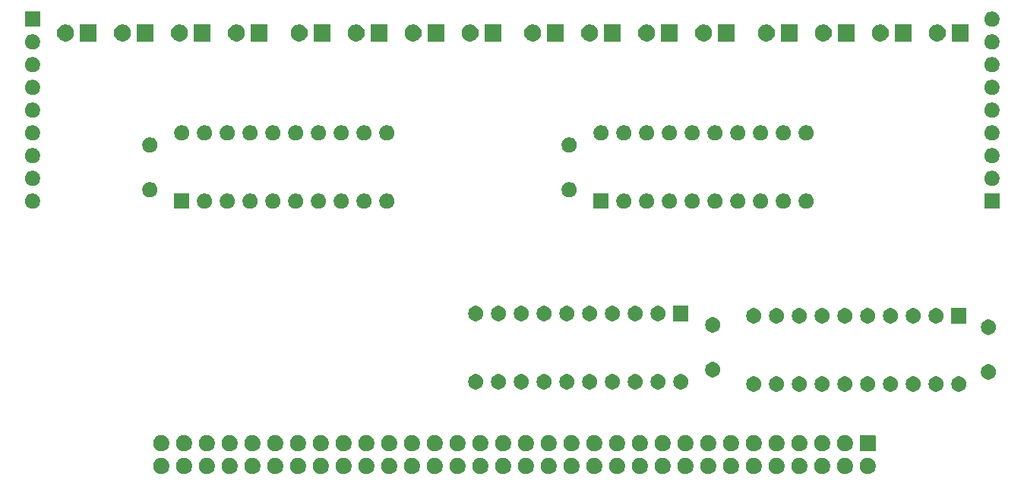
<source format=gts>
%TF.GenerationSoftware,KiCad,Pcbnew,5.1.6-c6e7f7d~87~ubuntu18.04.1*%
%TF.CreationDate,2020-08-18T19:41:25+12:00*%
%TF.ProjectId,M1 Address Register,4d312041-6464-4726-9573-732052656769,rev?*%
%TF.SameCoordinates,Original*%
%TF.FileFunction,Soldermask,Top*%
%TF.FilePolarity,Negative*%
%FSLAX46Y46*%
G04 Gerber Fmt 4.6, Leading zero omitted, Abs format (unit mm)*
G04 Created by KiCad (PCBNEW 5.1.6-c6e7f7d~87~ubuntu18.04.1) date 2020-08-18 19:41:25*
%MOMM*%
%LPD*%
G01*
G04 APERTURE LIST*
%ADD10C,0.100000*%
G04 APERTURE END LIST*
D10*
G36*
X171690512Y-137152927D02*
G01*
X171839812Y-137182624D01*
X172003784Y-137250544D01*
X172151354Y-137349147D01*
X172276853Y-137474646D01*
X172375456Y-137622216D01*
X172443376Y-137786188D01*
X172478000Y-137960259D01*
X172478000Y-138137741D01*
X172443376Y-138311812D01*
X172375456Y-138475784D01*
X172276853Y-138623354D01*
X172151354Y-138748853D01*
X172003784Y-138847456D01*
X171839812Y-138915376D01*
X171690512Y-138945073D01*
X171665742Y-138950000D01*
X171488258Y-138950000D01*
X171463488Y-138945073D01*
X171314188Y-138915376D01*
X171150216Y-138847456D01*
X171002646Y-138748853D01*
X170877147Y-138623354D01*
X170778544Y-138475784D01*
X170710624Y-138311812D01*
X170676000Y-138137741D01*
X170676000Y-137960259D01*
X170710624Y-137786188D01*
X170778544Y-137622216D01*
X170877147Y-137474646D01*
X171002646Y-137349147D01*
X171150216Y-137250544D01*
X171314188Y-137182624D01*
X171463488Y-137152927D01*
X171488258Y-137148000D01*
X171665742Y-137148000D01*
X171690512Y-137152927D01*
G37*
G36*
X174230512Y-137152927D02*
G01*
X174379812Y-137182624D01*
X174543784Y-137250544D01*
X174691354Y-137349147D01*
X174816853Y-137474646D01*
X174915456Y-137622216D01*
X174983376Y-137786188D01*
X175018000Y-137960259D01*
X175018000Y-138137741D01*
X174983376Y-138311812D01*
X174915456Y-138475784D01*
X174816853Y-138623354D01*
X174691354Y-138748853D01*
X174543784Y-138847456D01*
X174379812Y-138915376D01*
X174230512Y-138945073D01*
X174205742Y-138950000D01*
X174028258Y-138950000D01*
X174003488Y-138945073D01*
X173854188Y-138915376D01*
X173690216Y-138847456D01*
X173542646Y-138748853D01*
X173417147Y-138623354D01*
X173318544Y-138475784D01*
X173250624Y-138311812D01*
X173216000Y-138137741D01*
X173216000Y-137960259D01*
X173250624Y-137786188D01*
X173318544Y-137622216D01*
X173417147Y-137474646D01*
X173542646Y-137349147D01*
X173690216Y-137250544D01*
X173854188Y-137182624D01*
X174003488Y-137152927D01*
X174028258Y-137148000D01*
X174205742Y-137148000D01*
X174230512Y-137152927D01*
G37*
G36*
X192010512Y-137152927D02*
G01*
X192159812Y-137182624D01*
X192323784Y-137250544D01*
X192471354Y-137349147D01*
X192596853Y-137474646D01*
X192695456Y-137622216D01*
X192763376Y-137786188D01*
X192798000Y-137960259D01*
X192798000Y-138137741D01*
X192763376Y-138311812D01*
X192695456Y-138475784D01*
X192596853Y-138623354D01*
X192471354Y-138748853D01*
X192323784Y-138847456D01*
X192159812Y-138915376D01*
X192010512Y-138945073D01*
X191985742Y-138950000D01*
X191808258Y-138950000D01*
X191783488Y-138945073D01*
X191634188Y-138915376D01*
X191470216Y-138847456D01*
X191322646Y-138748853D01*
X191197147Y-138623354D01*
X191098544Y-138475784D01*
X191030624Y-138311812D01*
X190996000Y-138137741D01*
X190996000Y-137960259D01*
X191030624Y-137786188D01*
X191098544Y-137622216D01*
X191197147Y-137474646D01*
X191322646Y-137349147D01*
X191470216Y-137250544D01*
X191634188Y-137182624D01*
X191783488Y-137152927D01*
X191808258Y-137148000D01*
X191985742Y-137148000D01*
X192010512Y-137152927D01*
G37*
G36*
X189470512Y-137152927D02*
G01*
X189619812Y-137182624D01*
X189783784Y-137250544D01*
X189931354Y-137349147D01*
X190056853Y-137474646D01*
X190155456Y-137622216D01*
X190223376Y-137786188D01*
X190258000Y-137960259D01*
X190258000Y-138137741D01*
X190223376Y-138311812D01*
X190155456Y-138475784D01*
X190056853Y-138623354D01*
X189931354Y-138748853D01*
X189783784Y-138847456D01*
X189619812Y-138915376D01*
X189470512Y-138945073D01*
X189445742Y-138950000D01*
X189268258Y-138950000D01*
X189243488Y-138945073D01*
X189094188Y-138915376D01*
X188930216Y-138847456D01*
X188782646Y-138748853D01*
X188657147Y-138623354D01*
X188558544Y-138475784D01*
X188490624Y-138311812D01*
X188456000Y-138137741D01*
X188456000Y-137960259D01*
X188490624Y-137786188D01*
X188558544Y-137622216D01*
X188657147Y-137474646D01*
X188782646Y-137349147D01*
X188930216Y-137250544D01*
X189094188Y-137182624D01*
X189243488Y-137152927D01*
X189268258Y-137148000D01*
X189445742Y-137148000D01*
X189470512Y-137152927D01*
G37*
G36*
X186930512Y-137152927D02*
G01*
X187079812Y-137182624D01*
X187243784Y-137250544D01*
X187391354Y-137349147D01*
X187516853Y-137474646D01*
X187615456Y-137622216D01*
X187683376Y-137786188D01*
X187718000Y-137960259D01*
X187718000Y-138137741D01*
X187683376Y-138311812D01*
X187615456Y-138475784D01*
X187516853Y-138623354D01*
X187391354Y-138748853D01*
X187243784Y-138847456D01*
X187079812Y-138915376D01*
X186930512Y-138945073D01*
X186905742Y-138950000D01*
X186728258Y-138950000D01*
X186703488Y-138945073D01*
X186554188Y-138915376D01*
X186390216Y-138847456D01*
X186242646Y-138748853D01*
X186117147Y-138623354D01*
X186018544Y-138475784D01*
X185950624Y-138311812D01*
X185916000Y-138137741D01*
X185916000Y-137960259D01*
X185950624Y-137786188D01*
X186018544Y-137622216D01*
X186117147Y-137474646D01*
X186242646Y-137349147D01*
X186390216Y-137250544D01*
X186554188Y-137182624D01*
X186703488Y-137152927D01*
X186728258Y-137148000D01*
X186905742Y-137148000D01*
X186930512Y-137152927D01*
G37*
G36*
X184390512Y-137152927D02*
G01*
X184539812Y-137182624D01*
X184703784Y-137250544D01*
X184851354Y-137349147D01*
X184976853Y-137474646D01*
X185075456Y-137622216D01*
X185143376Y-137786188D01*
X185178000Y-137960259D01*
X185178000Y-138137741D01*
X185143376Y-138311812D01*
X185075456Y-138475784D01*
X184976853Y-138623354D01*
X184851354Y-138748853D01*
X184703784Y-138847456D01*
X184539812Y-138915376D01*
X184390512Y-138945073D01*
X184365742Y-138950000D01*
X184188258Y-138950000D01*
X184163488Y-138945073D01*
X184014188Y-138915376D01*
X183850216Y-138847456D01*
X183702646Y-138748853D01*
X183577147Y-138623354D01*
X183478544Y-138475784D01*
X183410624Y-138311812D01*
X183376000Y-138137741D01*
X183376000Y-137960259D01*
X183410624Y-137786188D01*
X183478544Y-137622216D01*
X183577147Y-137474646D01*
X183702646Y-137349147D01*
X183850216Y-137250544D01*
X184014188Y-137182624D01*
X184163488Y-137152927D01*
X184188258Y-137148000D01*
X184365742Y-137148000D01*
X184390512Y-137152927D01*
G37*
G36*
X181850512Y-137152927D02*
G01*
X181999812Y-137182624D01*
X182163784Y-137250544D01*
X182311354Y-137349147D01*
X182436853Y-137474646D01*
X182535456Y-137622216D01*
X182603376Y-137786188D01*
X182638000Y-137960259D01*
X182638000Y-138137741D01*
X182603376Y-138311812D01*
X182535456Y-138475784D01*
X182436853Y-138623354D01*
X182311354Y-138748853D01*
X182163784Y-138847456D01*
X181999812Y-138915376D01*
X181850512Y-138945073D01*
X181825742Y-138950000D01*
X181648258Y-138950000D01*
X181623488Y-138945073D01*
X181474188Y-138915376D01*
X181310216Y-138847456D01*
X181162646Y-138748853D01*
X181037147Y-138623354D01*
X180938544Y-138475784D01*
X180870624Y-138311812D01*
X180836000Y-138137741D01*
X180836000Y-137960259D01*
X180870624Y-137786188D01*
X180938544Y-137622216D01*
X181037147Y-137474646D01*
X181162646Y-137349147D01*
X181310216Y-137250544D01*
X181474188Y-137182624D01*
X181623488Y-137152927D01*
X181648258Y-137148000D01*
X181825742Y-137148000D01*
X181850512Y-137152927D01*
G37*
G36*
X179310512Y-137152927D02*
G01*
X179459812Y-137182624D01*
X179623784Y-137250544D01*
X179771354Y-137349147D01*
X179896853Y-137474646D01*
X179995456Y-137622216D01*
X180063376Y-137786188D01*
X180098000Y-137960259D01*
X180098000Y-138137741D01*
X180063376Y-138311812D01*
X179995456Y-138475784D01*
X179896853Y-138623354D01*
X179771354Y-138748853D01*
X179623784Y-138847456D01*
X179459812Y-138915376D01*
X179310512Y-138945073D01*
X179285742Y-138950000D01*
X179108258Y-138950000D01*
X179083488Y-138945073D01*
X178934188Y-138915376D01*
X178770216Y-138847456D01*
X178622646Y-138748853D01*
X178497147Y-138623354D01*
X178398544Y-138475784D01*
X178330624Y-138311812D01*
X178296000Y-138137741D01*
X178296000Y-137960259D01*
X178330624Y-137786188D01*
X178398544Y-137622216D01*
X178497147Y-137474646D01*
X178622646Y-137349147D01*
X178770216Y-137250544D01*
X178934188Y-137182624D01*
X179083488Y-137152927D01*
X179108258Y-137148000D01*
X179285742Y-137148000D01*
X179310512Y-137152927D01*
G37*
G36*
X176770512Y-137152927D02*
G01*
X176919812Y-137182624D01*
X177083784Y-137250544D01*
X177231354Y-137349147D01*
X177356853Y-137474646D01*
X177455456Y-137622216D01*
X177523376Y-137786188D01*
X177558000Y-137960259D01*
X177558000Y-138137741D01*
X177523376Y-138311812D01*
X177455456Y-138475784D01*
X177356853Y-138623354D01*
X177231354Y-138748853D01*
X177083784Y-138847456D01*
X176919812Y-138915376D01*
X176770512Y-138945073D01*
X176745742Y-138950000D01*
X176568258Y-138950000D01*
X176543488Y-138945073D01*
X176394188Y-138915376D01*
X176230216Y-138847456D01*
X176082646Y-138748853D01*
X175957147Y-138623354D01*
X175858544Y-138475784D01*
X175790624Y-138311812D01*
X175756000Y-138137741D01*
X175756000Y-137960259D01*
X175790624Y-137786188D01*
X175858544Y-137622216D01*
X175957147Y-137474646D01*
X176082646Y-137349147D01*
X176230216Y-137250544D01*
X176394188Y-137182624D01*
X176543488Y-137152927D01*
X176568258Y-137148000D01*
X176745742Y-137148000D01*
X176770512Y-137152927D01*
G37*
G36*
X151370512Y-137152927D02*
G01*
X151519812Y-137182624D01*
X151683784Y-137250544D01*
X151831354Y-137349147D01*
X151956853Y-137474646D01*
X152055456Y-137622216D01*
X152123376Y-137786188D01*
X152158000Y-137960259D01*
X152158000Y-138137741D01*
X152123376Y-138311812D01*
X152055456Y-138475784D01*
X151956853Y-138623354D01*
X151831354Y-138748853D01*
X151683784Y-138847456D01*
X151519812Y-138915376D01*
X151370512Y-138945073D01*
X151345742Y-138950000D01*
X151168258Y-138950000D01*
X151143488Y-138945073D01*
X150994188Y-138915376D01*
X150830216Y-138847456D01*
X150682646Y-138748853D01*
X150557147Y-138623354D01*
X150458544Y-138475784D01*
X150390624Y-138311812D01*
X150356000Y-138137741D01*
X150356000Y-137960259D01*
X150390624Y-137786188D01*
X150458544Y-137622216D01*
X150557147Y-137474646D01*
X150682646Y-137349147D01*
X150830216Y-137250544D01*
X150994188Y-137182624D01*
X151143488Y-137152927D01*
X151168258Y-137148000D01*
X151345742Y-137148000D01*
X151370512Y-137152927D01*
G37*
G36*
X169150512Y-137152927D02*
G01*
X169299812Y-137182624D01*
X169463784Y-137250544D01*
X169611354Y-137349147D01*
X169736853Y-137474646D01*
X169835456Y-137622216D01*
X169903376Y-137786188D01*
X169938000Y-137960259D01*
X169938000Y-138137741D01*
X169903376Y-138311812D01*
X169835456Y-138475784D01*
X169736853Y-138623354D01*
X169611354Y-138748853D01*
X169463784Y-138847456D01*
X169299812Y-138915376D01*
X169150512Y-138945073D01*
X169125742Y-138950000D01*
X168948258Y-138950000D01*
X168923488Y-138945073D01*
X168774188Y-138915376D01*
X168610216Y-138847456D01*
X168462646Y-138748853D01*
X168337147Y-138623354D01*
X168238544Y-138475784D01*
X168170624Y-138311812D01*
X168136000Y-138137741D01*
X168136000Y-137960259D01*
X168170624Y-137786188D01*
X168238544Y-137622216D01*
X168337147Y-137474646D01*
X168462646Y-137349147D01*
X168610216Y-137250544D01*
X168774188Y-137182624D01*
X168923488Y-137152927D01*
X168948258Y-137148000D01*
X169125742Y-137148000D01*
X169150512Y-137152927D01*
G37*
G36*
X166610512Y-137152927D02*
G01*
X166759812Y-137182624D01*
X166923784Y-137250544D01*
X167071354Y-137349147D01*
X167196853Y-137474646D01*
X167295456Y-137622216D01*
X167363376Y-137786188D01*
X167398000Y-137960259D01*
X167398000Y-138137741D01*
X167363376Y-138311812D01*
X167295456Y-138475784D01*
X167196853Y-138623354D01*
X167071354Y-138748853D01*
X166923784Y-138847456D01*
X166759812Y-138915376D01*
X166610512Y-138945073D01*
X166585742Y-138950000D01*
X166408258Y-138950000D01*
X166383488Y-138945073D01*
X166234188Y-138915376D01*
X166070216Y-138847456D01*
X165922646Y-138748853D01*
X165797147Y-138623354D01*
X165698544Y-138475784D01*
X165630624Y-138311812D01*
X165596000Y-138137741D01*
X165596000Y-137960259D01*
X165630624Y-137786188D01*
X165698544Y-137622216D01*
X165797147Y-137474646D01*
X165922646Y-137349147D01*
X166070216Y-137250544D01*
X166234188Y-137182624D01*
X166383488Y-137152927D01*
X166408258Y-137148000D01*
X166585742Y-137148000D01*
X166610512Y-137152927D01*
G37*
G36*
X164070512Y-137152927D02*
G01*
X164219812Y-137182624D01*
X164383784Y-137250544D01*
X164531354Y-137349147D01*
X164656853Y-137474646D01*
X164755456Y-137622216D01*
X164823376Y-137786188D01*
X164858000Y-137960259D01*
X164858000Y-138137741D01*
X164823376Y-138311812D01*
X164755456Y-138475784D01*
X164656853Y-138623354D01*
X164531354Y-138748853D01*
X164383784Y-138847456D01*
X164219812Y-138915376D01*
X164070512Y-138945073D01*
X164045742Y-138950000D01*
X163868258Y-138950000D01*
X163843488Y-138945073D01*
X163694188Y-138915376D01*
X163530216Y-138847456D01*
X163382646Y-138748853D01*
X163257147Y-138623354D01*
X163158544Y-138475784D01*
X163090624Y-138311812D01*
X163056000Y-138137741D01*
X163056000Y-137960259D01*
X163090624Y-137786188D01*
X163158544Y-137622216D01*
X163257147Y-137474646D01*
X163382646Y-137349147D01*
X163530216Y-137250544D01*
X163694188Y-137182624D01*
X163843488Y-137152927D01*
X163868258Y-137148000D01*
X164045742Y-137148000D01*
X164070512Y-137152927D01*
G37*
G36*
X161530512Y-137152927D02*
G01*
X161679812Y-137182624D01*
X161843784Y-137250544D01*
X161991354Y-137349147D01*
X162116853Y-137474646D01*
X162215456Y-137622216D01*
X162283376Y-137786188D01*
X162318000Y-137960259D01*
X162318000Y-138137741D01*
X162283376Y-138311812D01*
X162215456Y-138475784D01*
X162116853Y-138623354D01*
X161991354Y-138748853D01*
X161843784Y-138847456D01*
X161679812Y-138915376D01*
X161530512Y-138945073D01*
X161505742Y-138950000D01*
X161328258Y-138950000D01*
X161303488Y-138945073D01*
X161154188Y-138915376D01*
X160990216Y-138847456D01*
X160842646Y-138748853D01*
X160717147Y-138623354D01*
X160618544Y-138475784D01*
X160550624Y-138311812D01*
X160516000Y-138137741D01*
X160516000Y-137960259D01*
X160550624Y-137786188D01*
X160618544Y-137622216D01*
X160717147Y-137474646D01*
X160842646Y-137349147D01*
X160990216Y-137250544D01*
X161154188Y-137182624D01*
X161303488Y-137152927D01*
X161328258Y-137148000D01*
X161505742Y-137148000D01*
X161530512Y-137152927D01*
G37*
G36*
X158990512Y-137152927D02*
G01*
X159139812Y-137182624D01*
X159303784Y-137250544D01*
X159451354Y-137349147D01*
X159576853Y-137474646D01*
X159675456Y-137622216D01*
X159743376Y-137786188D01*
X159778000Y-137960259D01*
X159778000Y-138137741D01*
X159743376Y-138311812D01*
X159675456Y-138475784D01*
X159576853Y-138623354D01*
X159451354Y-138748853D01*
X159303784Y-138847456D01*
X159139812Y-138915376D01*
X158990512Y-138945073D01*
X158965742Y-138950000D01*
X158788258Y-138950000D01*
X158763488Y-138945073D01*
X158614188Y-138915376D01*
X158450216Y-138847456D01*
X158302646Y-138748853D01*
X158177147Y-138623354D01*
X158078544Y-138475784D01*
X158010624Y-138311812D01*
X157976000Y-138137741D01*
X157976000Y-137960259D01*
X158010624Y-137786188D01*
X158078544Y-137622216D01*
X158177147Y-137474646D01*
X158302646Y-137349147D01*
X158450216Y-137250544D01*
X158614188Y-137182624D01*
X158763488Y-137152927D01*
X158788258Y-137148000D01*
X158965742Y-137148000D01*
X158990512Y-137152927D01*
G37*
G36*
X156450512Y-137152927D02*
G01*
X156599812Y-137182624D01*
X156763784Y-137250544D01*
X156911354Y-137349147D01*
X157036853Y-137474646D01*
X157135456Y-137622216D01*
X157203376Y-137786188D01*
X157238000Y-137960259D01*
X157238000Y-138137741D01*
X157203376Y-138311812D01*
X157135456Y-138475784D01*
X157036853Y-138623354D01*
X156911354Y-138748853D01*
X156763784Y-138847456D01*
X156599812Y-138915376D01*
X156450512Y-138945073D01*
X156425742Y-138950000D01*
X156248258Y-138950000D01*
X156223488Y-138945073D01*
X156074188Y-138915376D01*
X155910216Y-138847456D01*
X155762646Y-138748853D01*
X155637147Y-138623354D01*
X155538544Y-138475784D01*
X155470624Y-138311812D01*
X155436000Y-138137741D01*
X155436000Y-137960259D01*
X155470624Y-137786188D01*
X155538544Y-137622216D01*
X155637147Y-137474646D01*
X155762646Y-137349147D01*
X155910216Y-137250544D01*
X156074188Y-137182624D01*
X156223488Y-137152927D01*
X156248258Y-137148000D01*
X156425742Y-137148000D01*
X156450512Y-137152927D01*
G37*
G36*
X131050512Y-137152927D02*
G01*
X131199812Y-137182624D01*
X131363784Y-137250544D01*
X131511354Y-137349147D01*
X131636853Y-137474646D01*
X131735456Y-137622216D01*
X131803376Y-137786188D01*
X131838000Y-137960259D01*
X131838000Y-138137741D01*
X131803376Y-138311812D01*
X131735456Y-138475784D01*
X131636853Y-138623354D01*
X131511354Y-138748853D01*
X131363784Y-138847456D01*
X131199812Y-138915376D01*
X131050512Y-138945073D01*
X131025742Y-138950000D01*
X130848258Y-138950000D01*
X130823488Y-138945073D01*
X130674188Y-138915376D01*
X130510216Y-138847456D01*
X130362646Y-138748853D01*
X130237147Y-138623354D01*
X130138544Y-138475784D01*
X130070624Y-138311812D01*
X130036000Y-138137741D01*
X130036000Y-137960259D01*
X130070624Y-137786188D01*
X130138544Y-137622216D01*
X130237147Y-137474646D01*
X130362646Y-137349147D01*
X130510216Y-137250544D01*
X130674188Y-137182624D01*
X130823488Y-137152927D01*
X130848258Y-137148000D01*
X131025742Y-137148000D01*
X131050512Y-137152927D01*
G37*
G36*
X115810512Y-137152927D02*
G01*
X115959812Y-137182624D01*
X116123784Y-137250544D01*
X116271354Y-137349147D01*
X116396853Y-137474646D01*
X116495456Y-137622216D01*
X116563376Y-137786188D01*
X116598000Y-137960259D01*
X116598000Y-138137741D01*
X116563376Y-138311812D01*
X116495456Y-138475784D01*
X116396853Y-138623354D01*
X116271354Y-138748853D01*
X116123784Y-138847456D01*
X115959812Y-138915376D01*
X115810512Y-138945073D01*
X115785742Y-138950000D01*
X115608258Y-138950000D01*
X115583488Y-138945073D01*
X115434188Y-138915376D01*
X115270216Y-138847456D01*
X115122646Y-138748853D01*
X114997147Y-138623354D01*
X114898544Y-138475784D01*
X114830624Y-138311812D01*
X114796000Y-138137741D01*
X114796000Y-137960259D01*
X114830624Y-137786188D01*
X114898544Y-137622216D01*
X114997147Y-137474646D01*
X115122646Y-137349147D01*
X115270216Y-137250544D01*
X115434188Y-137182624D01*
X115583488Y-137152927D01*
X115608258Y-137148000D01*
X115785742Y-137148000D01*
X115810512Y-137152927D01*
G37*
G36*
X113270512Y-137152927D02*
G01*
X113419812Y-137182624D01*
X113583784Y-137250544D01*
X113731354Y-137349147D01*
X113856853Y-137474646D01*
X113955456Y-137622216D01*
X114023376Y-137786188D01*
X114058000Y-137960259D01*
X114058000Y-138137741D01*
X114023376Y-138311812D01*
X113955456Y-138475784D01*
X113856853Y-138623354D01*
X113731354Y-138748853D01*
X113583784Y-138847456D01*
X113419812Y-138915376D01*
X113270512Y-138945073D01*
X113245742Y-138950000D01*
X113068258Y-138950000D01*
X113043488Y-138945073D01*
X112894188Y-138915376D01*
X112730216Y-138847456D01*
X112582646Y-138748853D01*
X112457147Y-138623354D01*
X112358544Y-138475784D01*
X112290624Y-138311812D01*
X112256000Y-138137741D01*
X112256000Y-137960259D01*
X112290624Y-137786188D01*
X112358544Y-137622216D01*
X112457147Y-137474646D01*
X112582646Y-137349147D01*
X112730216Y-137250544D01*
X112894188Y-137182624D01*
X113043488Y-137152927D01*
X113068258Y-137148000D01*
X113245742Y-137148000D01*
X113270512Y-137152927D01*
G37*
G36*
X148830512Y-137152927D02*
G01*
X148979812Y-137182624D01*
X149143784Y-137250544D01*
X149291354Y-137349147D01*
X149416853Y-137474646D01*
X149515456Y-137622216D01*
X149583376Y-137786188D01*
X149618000Y-137960259D01*
X149618000Y-138137741D01*
X149583376Y-138311812D01*
X149515456Y-138475784D01*
X149416853Y-138623354D01*
X149291354Y-138748853D01*
X149143784Y-138847456D01*
X148979812Y-138915376D01*
X148830512Y-138945073D01*
X148805742Y-138950000D01*
X148628258Y-138950000D01*
X148603488Y-138945073D01*
X148454188Y-138915376D01*
X148290216Y-138847456D01*
X148142646Y-138748853D01*
X148017147Y-138623354D01*
X147918544Y-138475784D01*
X147850624Y-138311812D01*
X147816000Y-138137741D01*
X147816000Y-137960259D01*
X147850624Y-137786188D01*
X147918544Y-137622216D01*
X148017147Y-137474646D01*
X148142646Y-137349147D01*
X148290216Y-137250544D01*
X148454188Y-137182624D01*
X148603488Y-137152927D01*
X148628258Y-137148000D01*
X148805742Y-137148000D01*
X148830512Y-137152927D01*
G37*
G36*
X146290512Y-137152927D02*
G01*
X146439812Y-137182624D01*
X146603784Y-137250544D01*
X146751354Y-137349147D01*
X146876853Y-137474646D01*
X146975456Y-137622216D01*
X147043376Y-137786188D01*
X147078000Y-137960259D01*
X147078000Y-138137741D01*
X147043376Y-138311812D01*
X146975456Y-138475784D01*
X146876853Y-138623354D01*
X146751354Y-138748853D01*
X146603784Y-138847456D01*
X146439812Y-138915376D01*
X146290512Y-138945073D01*
X146265742Y-138950000D01*
X146088258Y-138950000D01*
X146063488Y-138945073D01*
X145914188Y-138915376D01*
X145750216Y-138847456D01*
X145602646Y-138748853D01*
X145477147Y-138623354D01*
X145378544Y-138475784D01*
X145310624Y-138311812D01*
X145276000Y-138137741D01*
X145276000Y-137960259D01*
X145310624Y-137786188D01*
X145378544Y-137622216D01*
X145477147Y-137474646D01*
X145602646Y-137349147D01*
X145750216Y-137250544D01*
X145914188Y-137182624D01*
X146063488Y-137152927D01*
X146088258Y-137148000D01*
X146265742Y-137148000D01*
X146290512Y-137152927D01*
G37*
G36*
X143750512Y-137152927D02*
G01*
X143899812Y-137182624D01*
X144063784Y-137250544D01*
X144211354Y-137349147D01*
X144336853Y-137474646D01*
X144435456Y-137622216D01*
X144503376Y-137786188D01*
X144538000Y-137960259D01*
X144538000Y-138137741D01*
X144503376Y-138311812D01*
X144435456Y-138475784D01*
X144336853Y-138623354D01*
X144211354Y-138748853D01*
X144063784Y-138847456D01*
X143899812Y-138915376D01*
X143750512Y-138945073D01*
X143725742Y-138950000D01*
X143548258Y-138950000D01*
X143523488Y-138945073D01*
X143374188Y-138915376D01*
X143210216Y-138847456D01*
X143062646Y-138748853D01*
X142937147Y-138623354D01*
X142838544Y-138475784D01*
X142770624Y-138311812D01*
X142736000Y-138137741D01*
X142736000Y-137960259D01*
X142770624Y-137786188D01*
X142838544Y-137622216D01*
X142937147Y-137474646D01*
X143062646Y-137349147D01*
X143210216Y-137250544D01*
X143374188Y-137182624D01*
X143523488Y-137152927D01*
X143548258Y-137148000D01*
X143725742Y-137148000D01*
X143750512Y-137152927D01*
G37*
G36*
X141210512Y-137152927D02*
G01*
X141359812Y-137182624D01*
X141523784Y-137250544D01*
X141671354Y-137349147D01*
X141796853Y-137474646D01*
X141895456Y-137622216D01*
X141963376Y-137786188D01*
X141998000Y-137960259D01*
X141998000Y-138137741D01*
X141963376Y-138311812D01*
X141895456Y-138475784D01*
X141796853Y-138623354D01*
X141671354Y-138748853D01*
X141523784Y-138847456D01*
X141359812Y-138915376D01*
X141210512Y-138945073D01*
X141185742Y-138950000D01*
X141008258Y-138950000D01*
X140983488Y-138945073D01*
X140834188Y-138915376D01*
X140670216Y-138847456D01*
X140522646Y-138748853D01*
X140397147Y-138623354D01*
X140298544Y-138475784D01*
X140230624Y-138311812D01*
X140196000Y-138137741D01*
X140196000Y-137960259D01*
X140230624Y-137786188D01*
X140298544Y-137622216D01*
X140397147Y-137474646D01*
X140522646Y-137349147D01*
X140670216Y-137250544D01*
X140834188Y-137182624D01*
X140983488Y-137152927D01*
X141008258Y-137148000D01*
X141185742Y-137148000D01*
X141210512Y-137152927D01*
G37*
G36*
X138670512Y-137152927D02*
G01*
X138819812Y-137182624D01*
X138983784Y-137250544D01*
X139131354Y-137349147D01*
X139256853Y-137474646D01*
X139355456Y-137622216D01*
X139423376Y-137786188D01*
X139458000Y-137960259D01*
X139458000Y-138137741D01*
X139423376Y-138311812D01*
X139355456Y-138475784D01*
X139256853Y-138623354D01*
X139131354Y-138748853D01*
X138983784Y-138847456D01*
X138819812Y-138915376D01*
X138670512Y-138945073D01*
X138645742Y-138950000D01*
X138468258Y-138950000D01*
X138443488Y-138945073D01*
X138294188Y-138915376D01*
X138130216Y-138847456D01*
X137982646Y-138748853D01*
X137857147Y-138623354D01*
X137758544Y-138475784D01*
X137690624Y-138311812D01*
X137656000Y-138137741D01*
X137656000Y-137960259D01*
X137690624Y-137786188D01*
X137758544Y-137622216D01*
X137857147Y-137474646D01*
X137982646Y-137349147D01*
X138130216Y-137250544D01*
X138294188Y-137182624D01*
X138443488Y-137152927D01*
X138468258Y-137148000D01*
X138645742Y-137148000D01*
X138670512Y-137152927D01*
G37*
G36*
X136130512Y-137152927D02*
G01*
X136279812Y-137182624D01*
X136443784Y-137250544D01*
X136591354Y-137349147D01*
X136716853Y-137474646D01*
X136815456Y-137622216D01*
X136883376Y-137786188D01*
X136918000Y-137960259D01*
X136918000Y-138137741D01*
X136883376Y-138311812D01*
X136815456Y-138475784D01*
X136716853Y-138623354D01*
X136591354Y-138748853D01*
X136443784Y-138847456D01*
X136279812Y-138915376D01*
X136130512Y-138945073D01*
X136105742Y-138950000D01*
X135928258Y-138950000D01*
X135903488Y-138945073D01*
X135754188Y-138915376D01*
X135590216Y-138847456D01*
X135442646Y-138748853D01*
X135317147Y-138623354D01*
X135218544Y-138475784D01*
X135150624Y-138311812D01*
X135116000Y-138137741D01*
X135116000Y-137960259D01*
X135150624Y-137786188D01*
X135218544Y-137622216D01*
X135317147Y-137474646D01*
X135442646Y-137349147D01*
X135590216Y-137250544D01*
X135754188Y-137182624D01*
X135903488Y-137152927D01*
X135928258Y-137148000D01*
X136105742Y-137148000D01*
X136130512Y-137152927D01*
G37*
G36*
X133590512Y-137152927D02*
G01*
X133739812Y-137182624D01*
X133903784Y-137250544D01*
X134051354Y-137349147D01*
X134176853Y-137474646D01*
X134275456Y-137622216D01*
X134343376Y-137786188D01*
X134378000Y-137960259D01*
X134378000Y-138137741D01*
X134343376Y-138311812D01*
X134275456Y-138475784D01*
X134176853Y-138623354D01*
X134051354Y-138748853D01*
X133903784Y-138847456D01*
X133739812Y-138915376D01*
X133590512Y-138945073D01*
X133565742Y-138950000D01*
X133388258Y-138950000D01*
X133363488Y-138945073D01*
X133214188Y-138915376D01*
X133050216Y-138847456D01*
X132902646Y-138748853D01*
X132777147Y-138623354D01*
X132678544Y-138475784D01*
X132610624Y-138311812D01*
X132576000Y-138137741D01*
X132576000Y-137960259D01*
X132610624Y-137786188D01*
X132678544Y-137622216D01*
X132777147Y-137474646D01*
X132902646Y-137349147D01*
X133050216Y-137250544D01*
X133214188Y-137182624D01*
X133363488Y-137152927D01*
X133388258Y-137148000D01*
X133565742Y-137148000D01*
X133590512Y-137152927D01*
G37*
G36*
X153910512Y-137152927D02*
G01*
X154059812Y-137182624D01*
X154223784Y-137250544D01*
X154371354Y-137349147D01*
X154496853Y-137474646D01*
X154595456Y-137622216D01*
X154663376Y-137786188D01*
X154698000Y-137960259D01*
X154698000Y-138137741D01*
X154663376Y-138311812D01*
X154595456Y-138475784D01*
X154496853Y-138623354D01*
X154371354Y-138748853D01*
X154223784Y-138847456D01*
X154059812Y-138915376D01*
X153910512Y-138945073D01*
X153885742Y-138950000D01*
X153708258Y-138950000D01*
X153683488Y-138945073D01*
X153534188Y-138915376D01*
X153370216Y-138847456D01*
X153222646Y-138748853D01*
X153097147Y-138623354D01*
X152998544Y-138475784D01*
X152930624Y-138311812D01*
X152896000Y-138137741D01*
X152896000Y-137960259D01*
X152930624Y-137786188D01*
X152998544Y-137622216D01*
X153097147Y-137474646D01*
X153222646Y-137349147D01*
X153370216Y-137250544D01*
X153534188Y-137182624D01*
X153683488Y-137152927D01*
X153708258Y-137148000D01*
X153885742Y-137148000D01*
X153910512Y-137152927D01*
G37*
G36*
X128510512Y-137152927D02*
G01*
X128659812Y-137182624D01*
X128823784Y-137250544D01*
X128971354Y-137349147D01*
X129096853Y-137474646D01*
X129195456Y-137622216D01*
X129263376Y-137786188D01*
X129298000Y-137960259D01*
X129298000Y-138137741D01*
X129263376Y-138311812D01*
X129195456Y-138475784D01*
X129096853Y-138623354D01*
X128971354Y-138748853D01*
X128823784Y-138847456D01*
X128659812Y-138915376D01*
X128510512Y-138945073D01*
X128485742Y-138950000D01*
X128308258Y-138950000D01*
X128283488Y-138945073D01*
X128134188Y-138915376D01*
X127970216Y-138847456D01*
X127822646Y-138748853D01*
X127697147Y-138623354D01*
X127598544Y-138475784D01*
X127530624Y-138311812D01*
X127496000Y-138137741D01*
X127496000Y-137960259D01*
X127530624Y-137786188D01*
X127598544Y-137622216D01*
X127697147Y-137474646D01*
X127822646Y-137349147D01*
X127970216Y-137250544D01*
X128134188Y-137182624D01*
X128283488Y-137152927D01*
X128308258Y-137148000D01*
X128485742Y-137148000D01*
X128510512Y-137152927D01*
G37*
G36*
X125970512Y-137152927D02*
G01*
X126119812Y-137182624D01*
X126283784Y-137250544D01*
X126431354Y-137349147D01*
X126556853Y-137474646D01*
X126655456Y-137622216D01*
X126723376Y-137786188D01*
X126758000Y-137960259D01*
X126758000Y-138137741D01*
X126723376Y-138311812D01*
X126655456Y-138475784D01*
X126556853Y-138623354D01*
X126431354Y-138748853D01*
X126283784Y-138847456D01*
X126119812Y-138915376D01*
X125970512Y-138945073D01*
X125945742Y-138950000D01*
X125768258Y-138950000D01*
X125743488Y-138945073D01*
X125594188Y-138915376D01*
X125430216Y-138847456D01*
X125282646Y-138748853D01*
X125157147Y-138623354D01*
X125058544Y-138475784D01*
X124990624Y-138311812D01*
X124956000Y-138137741D01*
X124956000Y-137960259D01*
X124990624Y-137786188D01*
X125058544Y-137622216D01*
X125157147Y-137474646D01*
X125282646Y-137349147D01*
X125430216Y-137250544D01*
X125594188Y-137182624D01*
X125743488Y-137152927D01*
X125768258Y-137148000D01*
X125945742Y-137148000D01*
X125970512Y-137152927D01*
G37*
G36*
X123430512Y-137152927D02*
G01*
X123579812Y-137182624D01*
X123743784Y-137250544D01*
X123891354Y-137349147D01*
X124016853Y-137474646D01*
X124115456Y-137622216D01*
X124183376Y-137786188D01*
X124218000Y-137960259D01*
X124218000Y-138137741D01*
X124183376Y-138311812D01*
X124115456Y-138475784D01*
X124016853Y-138623354D01*
X123891354Y-138748853D01*
X123743784Y-138847456D01*
X123579812Y-138915376D01*
X123430512Y-138945073D01*
X123405742Y-138950000D01*
X123228258Y-138950000D01*
X123203488Y-138945073D01*
X123054188Y-138915376D01*
X122890216Y-138847456D01*
X122742646Y-138748853D01*
X122617147Y-138623354D01*
X122518544Y-138475784D01*
X122450624Y-138311812D01*
X122416000Y-138137741D01*
X122416000Y-137960259D01*
X122450624Y-137786188D01*
X122518544Y-137622216D01*
X122617147Y-137474646D01*
X122742646Y-137349147D01*
X122890216Y-137250544D01*
X123054188Y-137182624D01*
X123203488Y-137152927D01*
X123228258Y-137148000D01*
X123405742Y-137148000D01*
X123430512Y-137152927D01*
G37*
G36*
X120890512Y-137152927D02*
G01*
X121039812Y-137182624D01*
X121203784Y-137250544D01*
X121351354Y-137349147D01*
X121476853Y-137474646D01*
X121575456Y-137622216D01*
X121643376Y-137786188D01*
X121678000Y-137960259D01*
X121678000Y-138137741D01*
X121643376Y-138311812D01*
X121575456Y-138475784D01*
X121476853Y-138623354D01*
X121351354Y-138748853D01*
X121203784Y-138847456D01*
X121039812Y-138915376D01*
X120890512Y-138945073D01*
X120865742Y-138950000D01*
X120688258Y-138950000D01*
X120663488Y-138945073D01*
X120514188Y-138915376D01*
X120350216Y-138847456D01*
X120202646Y-138748853D01*
X120077147Y-138623354D01*
X119978544Y-138475784D01*
X119910624Y-138311812D01*
X119876000Y-138137741D01*
X119876000Y-137960259D01*
X119910624Y-137786188D01*
X119978544Y-137622216D01*
X120077147Y-137474646D01*
X120202646Y-137349147D01*
X120350216Y-137250544D01*
X120514188Y-137182624D01*
X120663488Y-137152927D01*
X120688258Y-137148000D01*
X120865742Y-137148000D01*
X120890512Y-137152927D01*
G37*
G36*
X118350512Y-137152927D02*
G01*
X118499812Y-137182624D01*
X118663784Y-137250544D01*
X118811354Y-137349147D01*
X118936853Y-137474646D01*
X119035456Y-137622216D01*
X119103376Y-137786188D01*
X119138000Y-137960259D01*
X119138000Y-138137741D01*
X119103376Y-138311812D01*
X119035456Y-138475784D01*
X118936853Y-138623354D01*
X118811354Y-138748853D01*
X118663784Y-138847456D01*
X118499812Y-138915376D01*
X118350512Y-138945073D01*
X118325742Y-138950000D01*
X118148258Y-138950000D01*
X118123488Y-138945073D01*
X117974188Y-138915376D01*
X117810216Y-138847456D01*
X117662646Y-138748853D01*
X117537147Y-138623354D01*
X117438544Y-138475784D01*
X117370624Y-138311812D01*
X117336000Y-138137741D01*
X117336000Y-137960259D01*
X117370624Y-137786188D01*
X117438544Y-137622216D01*
X117537147Y-137474646D01*
X117662646Y-137349147D01*
X117810216Y-137250544D01*
X117974188Y-137182624D01*
X118123488Y-137152927D01*
X118148258Y-137148000D01*
X118325742Y-137148000D01*
X118350512Y-137152927D01*
G37*
G36*
X186925796Y-134611989D02*
G01*
X187079812Y-134642624D01*
X187243784Y-134710544D01*
X187391354Y-134809147D01*
X187516853Y-134934646D01*
X187615456Y-135082216D01*
X187683376Y-135246188D01*
X187718000Y-135420259D01*
X187718000Y-135597741D01*
X187683376Y-135771812D01*
X187615456Y-135935784D01*
X187516853Y-136083354D01*
X187391354Y-136208853D01*
X187243784Y-136307456D01*
X187079812Y-136375376D01*
X186931341Y-136404908D01*
X186905742Y-136410000D01*
X186728258Y-136410000D01*
X186702659Y-136404908D01*
X186554188Y-136375376D01*
X186390216Y-136307456D01*
X186242646Y-136208853D01*
X186117147Y-136083354D01*
X186018544Y-135935784D01*
X185950624Y-135771812D01*
X185916000Y-135597741D01*
X185916000Y-135420259D01*
X185950624Y-135246188D01*
X186018544Y-135082216D01*
X186117147Y-134934646D01*
X186242646Y-134809147D01*
X186390216Y-134710544D01*
X186554188Y-134642624D01*
X186708204Y-134611989D01*
X186728258Y-134608000D01*
X186905742Y-134608000D01*
X186925796Y-134611989D01*
G37*
G36*
X189465796Y-134611989D02*
G01*
X189619812Y-134642624D01*
X189783784Y-134710544D01*
X189931354Y-134809147D01*
X190056853Y-134934646D01*
X190155456Y-135082216D01*
X190223376Y-135246188D01*
X190258000Y-135420259D01*
X190258000Y-135597741D01*
X190223376Y-135771812D01*
X190155456Y-135935784D01*
X190056853Y-136083354D01*
X189931354Y-136208853D01*
X189783784Y-136307456D01*
X189619812Y-136375376D01*
X189471341Y-136404908D01*
X189445742Y-136410000D01*
X189268258Y-136410000D01*
X189242659Y-136404908D01*
X189094188Y-136375376D01*
X188930216Y-136307456D01*
X188782646Y-136208853D01*
X188657147Y-136083354D01*
X188558544Y-135935784D01*
X188490624Y-135771812D01*
X188456000Y-135597741D01*
X188456000Y-135420259D01*
X188490624Y-135246188D01*
X188558544Y-135082216D01*
X188657147Y-134934646D01*
X188782646Y-134809147D01*
X188930216Y-134710544D01*
X189094188Y-134642624D01*
X189248204Y-134611989D01*
X189268258Y-134608000D01*
X189445742Y-134608000D01*
X189465796Y-134611989D01*
G37*
G36*
X156445796Y-134611989D02*
G01*
X156599812Y-134642624D01*
X156763784Y-134710544D01*
X156911354Y-134809147D01*
X157036853Y-134934646D01*
X157135456Y-135082216D01*
X157203376Y-135246188D01*
X157238000Y-135420259D01*
X157238000Y-135597741D01*
X157203376Y-135771812D01*
X157135456Y-135935784D01*
X157036853Y-136083354D01*
X156911354Y-136208853D01*
X156763784Y-136307456D01*
X156599812Y-136375376D01*
X156451341Y-136404908D01*
X156425742Y-136410000D01*
X156248258Y-136410000D01*
X156222659Y-136404908D01*
X156074188Y-136375376D01*
X155910216Y-136307456D01*
X155762646Y-136208853D01*
X155637147Y-136083354D01*
X155538544Y-135935784D01*
X155470624Y-135771812D01*
X155436000Y-135597741D01*
X155436000Y-135420259D01*
X155470624Y-135246188D01*
X155538544Y-135082216D01*
X155637147Y-134934646D01*
X155762646Y-134809147D01*
X155910216Y-134710544D01*
X156074188Y-134642624D01*
X156228204Y-134611989D01*
X156248258Y-134608000D01*
X156425742Y-134608000D01*
X156445796Y-134611989D01*
G37*
G36*
X153905796Y-134611989D02*
G01*
X154059812Y-134642624D01*
X154223784Y-134710544D01*
X154371354Y-134809147D01*
X154496853Y-134934646D01*
X154595456Y-135082216D01*
X154663376Y-135246188D01*
X154698000Y-135420259D01*
X154698000Y-135597741D01*
X154663376Y-135771812D01*
X154595456Y-135935784D01*
X154496853Y-136083354D01*
X154371354Y-136208853D01*
X154223784Y-136307456D01*
X154059812Y-136375376D01*
X153911341Y-136404908D01*
X153885742Y-136410000D01*
X153708258Y-136410000D01*
X153682659Y-136404908D01*
X153534188Y-136375376D01*
X153370216Y-136307456D01*
X153222646Y-136208853D01*
X153097147Y-136083354D01*
X152998544Y-135935784D01*
X152930624Y-135771812D01*
X152896000Y-135597741D01*
X152896000Y-135420259D01*
X152930624Y-135246188D01*
X152998544Y-135082216D01*
X153097147Y-134934646D01*
X153222646Y-134809147D01*
X153370216Y-134710544D01*
X153534188Y-134642624D01*
X153688204Y-134611989D01*
X153708258Y-134608000D01*
X153885742Y-134608000D01*
X153905796Y-134611989D01*
G37*
G36*
X158985796Y-134611989D02*
G01*
X159139812Y-134642624D01*
X159303784Y-134710544D01*
X159451354Y-134809147D01*
X159576853Y-134934646D01*
X159675456Y-135082216D01*
X159743376Y-135246188D01*
X159778000Y-135420259D01*
X159778000Y-135597741D01*
X159743376Y-135771812D01*
X159675456Y-135935784D01*
X159576853Y-136083354D01*
X159451354Y-136208853D01*
X159303784Y-136307456D01*
X159139812Y-136375376D01*
X158991341Y-136404908D01*
X158965742Y-136410000D01*
X158788258Y-136410000D01*
X158762659Y-136404908D01*
X158614188Y-136375376D01*
X158450216Y-136307456D01*
X158302646Y-136208853D01*
X158177147Y-136083354D01*
X158078544Y-135935784D01*
X158010624Y-135771812D01*
X157976000Y-135597741D01*
X157976000Y-135420259D01*
X158010624Y-135246188D01*
X158078544Y-135082216D01*
X158177147Y-134934646D01*
X158302646Y-134809147D01*
X158450216Y-134710544D01*
X158614188Y-134642624D01*
X158768204Y-134611989D01*
X158788258Y-134608000D01*
X158965742Y-134608000D01*
X158985796Y-134611989D01*
G37*
G36*
X161525796Y-134611989D02*
G01*
X161679812Y-134642624D01*
X161843784Y-134710544D01*
X161991354Y-134809147D01*
X162116853Y-134934646D01*
X162215456Y-135082216D01*
X162283376Y-135246188D01*
X162318000Y-135420259D01*
X162318000Y-135597741D01*
X162283376Y-135771812D01*
X162215456Y-135935784D01*
X162116853Y-136083354D01*
X161991354Y-136208853D01*
X161843784Y-136307456D01*
X161679812Y-136375376D01*
X161531341Y-136404908D01*
X161505742Y-136410000D01*
X161328258Y-136410000D01*
X161302659Y-136404908D01*
X161154188Y-136375376D01*
X160990216Y-136307456D01*
X160842646Y-136208853D01*
X160717147Y-136083354D01*
X160618544Y-135935784D01*
X160550624Y-135771812D01*
X160516000Y-135597741D01*
X160516000Y-135420259D01*
X160550624Y-135246188D01*
X160618544Y-135082216D01*
X160717147Y-134934646D01*
X160842646Y-134809147D01*
X160990216Y-134710544D01*
X161154188Y-134642624D01*
X161308204Y-134611989D01*
X161328258Y-134608000D01*
X161505742Y-134608000D01*
X161525796Y-134611989D01*
G37*
G36*
X164065796Y-134611989D02*
G01*
X164219812Y-134642624D01*
X164383784Y-134710544D01*
X164531354Y-134809147D01*
X164656853Y-134934646D01*
X164755456Y-135082216D01*
X164823376Y-135246188D01*
X164858000Y-135420259D01*
X164858000Y-135597741D01*
X164823376Y-135771812D01*
X164755456Y-135935784D01*
X164656853Y-136083354D01*
X164531354Y-136208853D01*
X164383784Y-136307456D01*
X164219812Y-136375376D01*
X164071341Y-136404908D01*
X164045742Y-136410000D01*
X163868258Y-136410000D01*
X163842659Y-136404908D01*
X163694188Y-136375376D01*
X163530216Y-136307456D01*
X163382646Y-136208853D01*
X163257147Y-136083354D01*
X163158544Y-135935784D01*
X163090624Y-135771812D01*
X163056000Y-135597741D01*
X163056000Y-135420259D01*
X163090624Y-135246188D01*
X163158544Y-135082216D01*
X163257147Y-134934646D01*
X163382646Y-134809147D01*
X163530216Y-134710544D01*
X163694188Y-134642624D01*
X163848204Y-134611989D01*
X163868258Y-134608000D01*
X164045742Y-134608000D01*
X164065796Y-134611989D01*
G37*
G36*
X166605796Y-134611989D02*
G01*
X166759812Y-134642624D01*
X166923784Y-134710544D01*
X167071354Y-134809147D01*
X167196853Y-134934646D01*
X167295456Y-135082216D01*
X167363376Y-135246188D01*
X167398000Y-135420259D01*
X167398000Y-135597741D01*
X167363376Y-135771812D01*
X167295456Y-135935784D01*
X167196853Y-136083354D01*
X167071354Y-136208853D01*
X166923784Y-136307456D01*
X166759812Y-136375376D01*
X166611341Y-136404908D01*
X166585742Y-136410000D01*
X166408258Y-136410000D01*
X166382659Y-136404908D01*
X166234188Y-136375376D01*
X166070216Y-136307456D01*
X165922646Y-136208853D01*
X165797147Y-136083354D01*
X165698544Y-135935784D01*
X165630624Y-135771812D01*
X165596000Y-135597741D01*
X165596000Y-135420259D01*
X165630624Y-135246188D01*
X165698544Y-135082216D01*
X165797147Y-134934646D01*
X165922646Y-134809147D01*
X166070216Y-134710544D01*
X166234188Y-134642624D01*
X166388204Y-134611989D01*
X166408258Y-134608000D01*
X166585742Y-134608000D01*
X166605796Y-134611989D01*
G37*
G36*
X169145796Y-134611989D02*
G01*
X169299812Y-134642624D01*
X169463784Y-134710544D01*
X169611354Y-134809147D01*
X169736853Y-134934646D01*
X169835456Y-135082216D01*
X169903376Y-135246188D01*
X169938000Y-135420259D01*
X169938000Y-135597741D01*
X169903376Y-135771812D01*
X169835456Y-135935784D01*
X169736853Y-136083354D01*
X169611354Y-136208853D01*
X169463784Y-136307456D01*
X169299812Y-136375376D01*
X169151341Y-136404908D01*
X169125742Y-136410000D01*
X168948258Y-136410000D01*
X168922659Y-136404908D01*
X168774188Y-136375376D01*
X168610216Y-136307456D01*
X168462646Y-136208853D01*
X168337147Y-136083354D01*
X168238544Y-135935784D01*
X168170624Y-135771812D01*
X168136000Y-135597741D01*
X168136000Y-135420259D01*
X168170624Y-135246188D01*
X168238544Y-135082216D01*
X168337147Y-134934646D01*
X168462646Y-134809147D01*
X168610216Y-134710544D01*
X168774188Y-134642624D01*
X168928204Y-134611989D01*
X168948258Y-134608000D01*
X169125742Y-134608000D01*
X169145796Y-134611989D01*
G37*
G36*
X171685796Y-134611989D02*
G01*
X171839812Y-134642624D01*
X172003784Y-134710544D01*
X172151354Y-134809147D01*
X172276853Y-134934646D01*
X172375456Y-135082216D01*
X172443376Y-135246188D01*
X172478000Y-135420259D01*
X172478000Y-135597741D01*
X172443376Y-135771812D01*
X172375456Y-135935784D01*
X172276853Y-136083354D01*
X172151354Y-136208853D01*
X172003784Y-136307456D01*
X171839812Y-136375376D01*
X171691341Y-136404908D01*
X171665742Y-136410000D01*
X171488258Y-136410000D01*
X171462659Y-136404908D01*
X171314188Y-136375376D01*
X171150216Y-136307456D01*
X171002646Y-136208853D01*
X170877147Y-136083354D01*
X170778544Y-135935784D01*
X170710624Y-135771812D01*
X170676000Y-135597741D01*
X170676000Y-135420259D01*
X170710624Y-135246188D01*
X170778544Y-135082216D01*
X170877147Y-134934646D01*
X171002646Y-134809147D01*
X171150216Y-134710544D01*
X171314188Y-134642624D01*
X171468204Y-134611989D01*
X171488258Y-134608000D01*
X171665742Y-134608000D01*
X171685796Y-134611989D01*
G37*
G36*
X174225796Y-134611989D02*
G01*
X174379812Y-134642624D01*
X174543784Y-134710544D01*
X174691354Y-134809147D01*
X174816853Y-134934646D01*
X174915456Y-135082216D01*
X174983376Y-135246188D01*
X175018000Y-135420259D01*
X175018000Y-135597741D01*
X174983376Y-135771812D01*
X174915456Y-135935784D01*
X174816853Y-136083354D01*
X174691354Y-136208853D01*
X174543784Y-136307456D01*
X174379812Y-136375376D01*
X174231341Y-136404908D01*
X174205742Y-136410000D01*
X174028258Y-136410000D01*
X174002659Y-136404908D01*
X173854188Y-136375376D01*
X173690216Y-136307456D01*
X173542646Y-136208853D01*
X173417147Y-136083354D01*
X173318544Y-135935784D01*
X173250624Y-135771812D01*
X173216000Y-135597741D01*
X173216000Y-135420259D01*
X173250624Y-135246188D01*
X173318544Y-135082216D01*
X173417147Y-134934646D01*
X173542646Y-134809147D01*
X173690216Y-134710544D01*
X173854188Y-134642624D01*
X174008204Y-134611989D01*
X174028258Y-134608000D01*
X174205742Y-134608000D01*
X174225796Y-134611989D01*
G37*
G36*
X176765796Y-134611989D02*
G01*
X176919812Y-134642624D01*
X177083784Y-134710544D01*
X177231354Y-134809147D01*
X177356853Y-134934646D01*
X177455456Y-135082216D01*
X177523376Y-135246188D01*
X177558000Y-135420259D01*
X177558000Y-135597741D01*
X177523376Y-135771812D01*
X177455456Y-135935784D01*
X177356853Y-136083354D01*
X177231354Y-136208853D01*
X177083784Y-136307456D01*
X176919812Y-136375376D01*
X176771341Y-136404908D01*
X176745742Y-136410000D01*
X176568258Y-136410000D01*
X176542659Y-136404908D01*
X176394188Y-136375376D01*
X176230216Y-136307456D01*
X176082646Y-136208853D01*
X175957147Y-136083354D01*
X175858544Y-135935784D01*
X175790624Y-135771812D01*
X175756000Y-135597741D01*
X175756000Y-135420259D01*
X175790624Y-135246188D01*
X175858544Y-135082216D01*
X175957147Y-134934646D01*
X176082646Y-134809147D01*
X176230216Y-134710544D01*
X176394188Y-134642624D01*
X176548204Y-134611989D01*
X176568258Y-134608000D01*
X176745742Y-134608000D01*
X176765796Y-134611989D01*
G37*
G36*
X179305796Y-134611989D02*
G01*
X179459812Y-134642624D01*
X179623784Y-134710544D01*
X179771354Y-134809147D01*
X179896853Y-134934646D01*
X179995456Y-135082216D01*
X180063376Y-135246188D01*
X180098000Y-135420259D01*
X180098000Y-135597741D01*
X180063376Y-135771812D01*
X179995456Y-135935784D01*
X179896853Y-136083354D01*
X179771354Y-136208853D01*
X179623784Y-136307456D01*
X179459812Y-136375376D01*
X179311341Y-136404908D01*
X179285742Y-136410000D01*
X179108258Y-136410000D01*
X179082659Y-136404908D01*
X178934188Y-136375376D01*
X178770216Y-136307456D01*
X178622646Y-136208853D01*
X178497147Y-136083354D01*
X178398544Y-135935784D01*
X178330624Y-135771812D01*
X178296000Y-135597741D01*
X178296000Y-135420259D01*
X178330624Y-135246188D01*
X178398544Y-135082216D01*
X178497147Y-134934646D01*
X178622646Y-134809147D01*
X178770216Y-134710544D01*
X178934188Y-134642624D01*
X179088204Y-134611989D01*
X179108258Y-134608000D01*
X179285742Y-134608000D01*
X179305796Y-134611989D01*
G37*
G36*
X181845796Y-134611989D02*
G01*
X181999812Y-134642624D01*
X182163784Y-134710544D01*
X182311354Y-134809147D01*
X182436853Y-134934646D01*
X182535456Y-135082216D01*
X182603376Y-135246188D01*
X182638000Y-135420259D01*
X182638000Y-135597741D01*
X182603376Y-135771812D01*
X182535456Y-135935784D01*
X182436853Y-136083354D01*
X182311354Y-136208853D01*
X182163784Y-136307456D01*
X181999812Y-136375376D01*
X181851341Y-136404908D01*
X181825742Y-136410000D01*
X181648258Y-136410000D01*
X181622659Y-136404908D01*
X181474188Y-136375376D01*
X181310216Y-136307456D01*
X181162646Y-136208853D01*
X181037147Y-136083354D01*
X180938544Y-135935784D01*
X180870624Y-135771812D01*
X180836000Y-135597741D01*
X180836000Y-135420259D01*
X180870624Y-135246188D01*
X180938544Y-135082216D01*
X181037147Y-134934646D01*
X181162646Y-134809147D01*
X181310216Y-134710544D01*
X181474188Y-134642624D01*
X181628204Y-134611989D01*
X181648258Y-134608000D01*
X181825742Y-134608000D01*
X181845796Y-134611989D01*
G37*
G36*
X184385796Y-134611989D02*
G01*
X184539812Y-134642624D01*
X184703784Y-134710544D01*
X184851354Y-134809147D01*
X184976853Y-134934646D01*
X185075456Y-135082216D01*
X185143376Y-135246188D01*
X185178000Y-135420259D01*
X185178000Y-135597741D01*
X185143376Y-135771812D01*
X185075456Y-135935784D01*
X184976853Y-136083354D01*
X184851354Y-136208853D01*
X184703784Y-136307456D01*
X184539812Y-136375376D01*
X184391341Y-136404908D01*
X184365742Y-136410000D01*
X184188258Y-136410000D01*
X184162659Y-136404908D01*
X184014188Y-136375376D01*
X183850216Y-136307456D01*
X183702646Y-136208853D01*
X183577147Y-136083354D01*
X183478544Y-135935784D01*
X183410624Y-135771812D01*
X183376000Y-135597741D01*
X183376000Y-135420259D01*
X183410624Y-135246188D01*
X183478544Y-135082216D01*
X183577147Y-134934646D01*
X183702646Y-134809147D01*
X183850216Y-134710544D01*
X184014188Y-134642624D01*
X184168204Y-134611989D01*
X184188258Y-134608000D01*
X184365742Y-134608000D01*
X184385796Y-134611989D01*
G37*
G36*
X151365796Y-134611989D02*
G01*
X151519812Y-134642624D01*
X151683784Y-134710544D01*
X151831354Y-134809147D01*
X151956853Y-134934646D01*
X152055456Y-135082216D01*
X152123376Y-135246188D01*
X152158000Y-135420259D01*
X152158000Y-135597741D01*
X152123376Y-135771812D01*
X152055456Y-135935784D01*
X151956853Y-136083354D01*
X151831354Y-136208853D01*
X151683784Y-136307456D01*
X151519812Y-136375376D01*
X151371341Y-136404908D01*
X151345742Y-136410000D01*
X151168258Y-136410000D01*
X151142659Y-136404908D01*
X150994188Y-136375376D01*
X150830216Y-136307456D01*
X150682646Y-136208853D01*
X150557147Y-136083354D01*
X150458544Y-135935784D01*
X150390624Y-135771812D01*
X150356000Y-135597741D01*
X150356000Y-135420259D01*
X150390624Y-135246188D01*
X150458544Y-135082216D01*
X150557147Y-134934646D01*
X150682646Y-134809147D01*
X150830216Y-134710544D01*
X150994188Y-134642624D01*
X151148204Y-134611989D01*
X151168258Y-134608000D01*
X151345742Y-134608000D01*
X151365796Y-134611989D01*
G37*
G36*
X148825796Y-134611989D02*
G01*
X148979812Y-134642624D01*
X149143784Y-134710544D01*
X149291354Y-134809147D01*
X149416853Y-134934646D01*
X149515456Y-135082216D01*
X149583376Y-135246188D01*
X149618000Y-135420259D01*
X149618000Y-135597741D01*
X149583376Y-135771812D01*
X149515456Y-135935784D01*
X149416853Y-136083354D01*
X149291354Y-136208853D01*
X149143784Y-136307456D01*
X148979812Y-136375376D01*
X148831341Y-136404908D01*
X148805742Y-136410000D01*
X148628258Y-136410000D01*
X148602659Y-136404908D01*
X148454188Y-136375376D01*
X148290216Y-136307456D01*
X148142646Y-136208853D01*
X148017147Y-136083354D01*
X147918544Y-135935784D01*
X147850624Y-135771812D01*
X147816000Y-135597741D01*
X147816000Y-135420259D01*
X147850624Y-135246188D01*
X147918544Y-135082216D01*
X148017147Y-134934646D01*
X148142646Y-134809147D01*
X148290216Y-134710544D01*
X148454188Y-134642624D01*
X148608204Y-134611989D01*
X148628258Y-134608000D01*
X148805742Y-134608000D01*
X148825796Y-134611989D01*
G37*
G36*
X192655600Y-134611989D02*
G01*
X192688652Y-134622015D01*
X192719103Y-134638292D01*
X192745799Y-134660201D01*
X192767708Y-134686897D01*
X192783985Y-134717348D01*
X192794011Y-134750400D01*
X192798000Y-134790903D01*
X192798000Y-136227097D01*
X192794011Y-136267600D01*
X192783985Y-136300652D01*
X192767708Y-136331103D01*
X192745799Y-136357799D01*
X192719103Y-136379708D01*
X192688652Y-136395985D01*
X192655600Y-136406011D01*
X192615097Y-136410000D01*
X191178903Y-136410000D01*
X191138400Y-136406011D01*
X191105348Y-136395985D01*
X191074897Y-136379708D01*
X191048201Y-136357799D01*
X191026292Y-136331103D01*
X191010015Y-136300652D01*
X190999989Y-136267600D01*
X190996000Y-136227097D01*
X190996000Y-134790903D01*
X190999989Y-134750400D01*
X191010015Y-134717348D01*
X191026292Y-134686897D01*
X191048201Y-134660201D01*
X191074897Y-134638292D01*
X191105348Y-134622015D01*
X191138400Y-134611989D01*
X191178903Y-134608000D01*
X192615097Y-134608000D01*
X192655600Y-134611989D01*
G37*
G36*
X146285796Y-134611989D02*
G01*
X146439812Y-134642624D01*
X146603784Y-134710544D01*
X146751354Y-134809147D01*
X146876853Y-134934646D01*
X146975456Y-135082216D01*
X147043376Y-135246188D01*
X147078000Y-135420259D01*
X147078000Y-135597741D01*
X147043376Y-135771812D01*
X146975456Y-135935784D01*
X146876853Y-136083354D01*
X146751354Y-136208853D01*
X146603784Y-136307456D01*
X146439812Y-136375376D01*
X146291341Y-136404908D01*
X146265742Y-136410000D01*
X146088258Y-136410000D01*
X146062659Y-136404908D01*
X145914188Y-136375376D01*
X145750216Y-136307456D01*
X145602646Y-136208853D01*
X145477147Y-136083354D01*
X145378544Y-135935784D01*
X145310624Y-135771812D01*
X145276000Y-135597741D01*
X145276000Y-135420259D01*
X145310624Y-135246188D01*
X145378544Y-135082216D01*
X145477147Y-134934646D01*
X145602646Y-134809147D01*
X145750216Y-134710544D01*
X145914188Y-134642624D01*
X146068204Y-134611989D01*
X146088258Y-134608000D01*
X146265742Y-134608000D01*
X146285796Y-134611989D01*
G37*
G36*
X143745796Y-134611989D02*
G01*
X143899812Y-134642624D01*
X144063784Y-134710544D01*
X144211354Y-134809147D01*
X144336853Y-134934646D01*
X144435456Y-135082216D01*
X144503376Y-135246188D01*
X144538000Y-135420259D01*
X144538000Y-135597741D01*
X144503376Y-135771812D01*
X144435456Y-135935784D01*
X144336853Y-136083354D01*
X144211354Y-136208853D01*
X144063784Y-136307456D01*
X143899812Y-136375376D01*
X143751341Y-136404908D01*
X143725742Y-136410000D01*
X143548258Y-136410000D01*
X143522659Y-136404908D01*
X143374188Y-136375376D01*
X143210216Y-136307456D01*
X143062646Y-136208853D01*
X142937147Y-136083354D01*
X142838544Y-135935784D01*
X142770624Y-135771812D01*
X142736000Y-135597741D01*
X142736000Y-135420259D01*
X142770624Y-135246188D01*
X142838544Y-135082216D01*
X142937147Y-134934646D01*
X143062646Y-134809147D01*
X143210216Y-134710544D01*
X143374188Y-134642624D01*
X143528204Y-134611989D01*
X143548258Y-134608000D01*
X143725742Y-134608000D01*
X143745796Y-134611989D01*
G37*
G36*
X141205796Y-134611989D02*
G01*
X141359812Y-134642624D01*
X141523784Y-134710544D01*
X141671354Y-134809147D01*
X141796853Y-134934646D01*
X141895456Y-135082216D01*
X141963376Y-135246188D01*
X141998000Y-135420259D01*
X141998000Y-135597741D01*
X141963376Y-135771812D01*
X141895456Y-135935784D01*
X141796853Y-136083354D01*
X141671354Y-136208853D01*
X141523784Y-136307456D01*
X141359812Y-136375376D01*
X141211341Y-136404908D01*
X141185742Y-136410000D01*
X141008258Y-136410000D01*
X140982659Y-136404908D01*
X140834188Y-136375376D01*
X140670216Y-136307456D01*
X140522646Y-136208853D01*
X140397147Y-136083354D01*
X140298544Y-135935784D01*
X140230624Y-135771812D01*
X140196000Y-135597741D01*
X140196000Y-135420259D01*
X140230624Y-135246188D01*
X140298544Y-135082216D01*
X140397147Y-134934646D01*
X140522646Y-134809147D01*
X140670216Y-134710544D01*
X140834188Y-134642624D01*
X140988204Y-134611989D01*
X141008258Y-134608000D01*
X141185742Y-134608000D01*
X141205796Y-134611989D01*
G37*
G36*
X138665796Y-134611989D02*
G01*
X138819812Y-134642624D01*
X138983784Y-134710544D01*
X139131354Y-134809147D01*
X139256853Y-134934646D01*
X139355456Y-135082216D01*
X139423376Y-135246188D01*
X139458000Y-135420259D01*
X139458000Y-135597741D01*
X139423376Y-135771812D01*
X139355456Y-135935784D01*
X139256853Y-136083354D01*
X139131354Y-136208853D01*
X138983784Y-136307456D01*
X138819812Y-136375376D01*
X138671341Y-136404908D01*
X138645742Y-136410000D01*
X138468258Y-136410000D01*
X138442659Y-136404908D01*
X138294188Y-136375376D01*
X138130216Y-136307456D01*
X137982646Y-136208853D01*
X137857147Y-136083354D01*
X137758544Y-135935784D01*
X137690624Y-135771812D01*
X137656000Y-135597741D01*
X137656000Y-135420259D01*
X137690624Y-135246188D01*
X137758544Y-135082216D01*
X137857147Y-134934646D01*
X137982646Y-134809147D01*
X138130216Y-134710544D01*
X138294188Y-134642624D01*
X138448204Y-134611989D01*
X138468258Y-134608000D01*
X138645742Y-134608000D01*
X138665796Y-134611989D01*
G37*
G36*
X136125796Y-134611989D02*
G01*
X136279812Y-134642624D01*
X136443784Y-134710544D01*
X136591354Y-134809147D01*
X136716853Y-134934646D01*
X136815456Y-135082216D01*
X136883376Y-135246188D01*
X136918000Y-135420259D01*
X136918000Y-135597741D01*
X136883376Y-135771812D01*
X136815456Y-135935784D01*
X136716853Y-136083354D01*
X136591354Y-136208853D01*
X136443784Y-136307456D01*
X136279812Y-136375376D01*
X136131341Y-136404908D01*
X136105742Y-136410000D01*
X135928258Y-136410000D01*
X135902659Y-136404908D01*
X135754188Y-136375376D01*
X135590216Y-136307456D01*
X135442646Y-136208853D01*
X135317147Y-136083354D01*
X135218544Y-135935784D01*
X135150624Y-135771812D01*
X135116000Y-135597741D01*
X135116000Y-135420259D01*
X135150624Y-135246188D01*
X135218544Y-135082216D01*
X135317147Y-134934646D01*
X135442646Y-134809147D01*
X135590216Y-134710544D01*
X135754188Y-134642624D01*
X135908204Y-134611989D01*
X135928258Y-134608000D01*
X136105742Y-134608000D01*
X136125796Y-134611989D01*
G37*
G36*
X133585796Y-134611989D02*
G01*
X133739812Y-134642624D01*
X133903784Y-134710544D01*
X134051354Y-134809147D01*
X134176853Y-134934646D01*
X134275456Y-135082216D01*
X134343376Y-135246188D01*
X134378000Y-135420259D01*
X134378000Y-135597741D01*
X134343376Y-135771812D01*
X134275456Y-135935784D01*
X134176853Y-136083354D01*
X134051354Y-136208853D01*
X133903784Y-136307456D01*
X133739812Y-136375376D01*
X133591341Y-136404908D01*
X133565742Y-136410000D01*
X133388258Y-136410000D01*
X133362659Y-136404908D01*
X133214188Y-136375376D01*
X133050216Y-136307456D01*
X132902646Y-136208853D01*
X132777147Y-136083354D01*
X132678544Y-135935784D01*
X132610624Y-135771812D01*
X132576000Y-135597741D01*
X132576000Y-135420259D01*
X132610624Y-135246188D01*
X132678544Y-135082216D01*
X132777147Y-134934646D01*
X132902646Y-134809147D01*
X133050216Y-134710544D01*
X133214188Y-134642624D01*
X133368204Y-134611989D01*
X133388258Y-134608000D01*
X133565742Y-134608000D01*
X133585796Y-134611989D01*
G37*
G36*
X131045796Y-134611989D02*
G01*
X131199812Y-134642624D01*
X131363784Y-134710544D01*
X131511354Y-134809147D01*
X131636853Y-134934646D01*
X131735456Y-135082216D01*
X131803376Y-135246188D01*
X131838000Y-135420259D01*
X131838000Y-135597741D01*
X131803376Y-135771812D01*
X131735456Y-135935784D01*
X131636853Y-136083354D01*
X131511354Y-136208853D01*
X131363784Y-136307456D01*
X131199812Y-136375376D01*
X131051341Y-136404908D01*
X131025742Y-136410000D01*
X130848258Y-136410000D01*
X130822659Y-136404908D01*
X130674188Y-136375376D01*
X130510216Y-136307456D01*
X130362646Y-136208853D01*
X130237147Y-136083354D01*
X130138544Y-135935784D01*
X130070624Y-135771812D01*
X130036000Y-135597741D01*
X130036000Y-135420259D01*
X130070624Y-135246188D01*
X130138544Y-135082216D01*
X130237147Y-134934646D01*
X130362646Y-134809147D01*
X130510216Y-134710544D01*
X130674188Y-134642624D01*
X130828204Y-134611989D01*
X130848258Y-134608000D01*
X131025742Y-134608000D01*
X131045796Y-134611989D01*
G37*
G36*
X125965796Y-134611989D02*
G01*
X126119812Y-134642624D01*
X126283784Y-134710544D01*
X126431354Y-134809147D01*
X126556853Y-134934646D01*
X126655456Y-135082216D01*
X126723376Y-135246188D01*
X126758000Y-135420259D01*
X126758000Y-135597741D01*
X126723376Y-135771812D01*
X126655456Y-135935784D01*
X126556853Y-136083354D01*
X126431354Y-136208853D01*
X126283784Y-136307456D01*
X126119812Y-136375376D01*
X125971341Y-136404908D01*
X125945742Y-136410000D01*
X125768258Y-136410000D01*
X125742659Y-136404908D01*
X125594188Y-136375376D01*
X125430216Y-136307456D01*
X125282646Y-136208853D01*
X125157147Y-136083354D01*
X125058544Y-135935784D01*
X124990624Y-135771812D01*
X124956000Y-135597741D01*
X124956000Y-135420259D01*
X124990624Y-135246188D01*
X125058544Y-135082216D01*
X125157147Y-134934646D01*
X125282646Y-134809147D01*
X125430216Y-134710544D01*
X125594188Y-134642624D01*
X125748204Y-134611989D01*
X125768258Y-134608000D01*
X125945742Y-134608000D01*
X125965796Y-134611989D01*
G37*
G36*
X123425796Y-134611989D02*
G01*
X123579812Y-134642624D01*
X123743784Y-134710544D01*
X123891354Y-134809147D01*
X124016853Y-134934646D01*
X124115456Y-135082216D01*
X124183376Y-135246188D01*
X124218000Y-135420259D01*
X124218000Y-135597741D01*
X124183376Y-135771812D01*
X124115456Y-135935784D01*
X124016853Y-136083354D01*
X123891354Y-136208853D01*
X123743784Y-136307456D01*
X123579812Y-136375376D01*
X123431341Y-136404908D01*
X123405742Y-136410000D01*
X123228258Y-136410000D01*
X123202659Y-136404908D01*
X123054188Y-136375376D01*
X122890216Y-136307456D01*
X122742646Y-136208853D01*
X122617147Y-136083354D01*
X122518544Y-135935784D01*
X122450624Y-135771812D01*
X122416000Y-135597741D01*
X122416000Y-135420259D01*
X122450624Y-135246188D01*
X122518544Y-135082216D01*
X122617147Y-134934646D01*
X122742646Y-134809147D01*
X122890216Y-134710544D01*
X123054188Y-134642624D01*
X123208204Y-134611989D01*
X123228258Y-134608000D01*
X123405742Y-134608000D01*
X123425796Y-134611989D01*
G37*
G36*
X120885796Y-134611989D02*
G01*
X121039812Y-134642624D01*
X121203784Y-134710544D01*
X121351354Y-134809147D01*
X121476853Y-134934646D01*
X121575456Y-135082216D01*
X121643376Y-135246188D01*
X121678000Y-135420259D01*
X121678000Y-135597741D01*
X121643376Y-135771812D01*
X121575456Y-135935784D01*
X121476853Y-136083354D01*
X121351354Y-136208853D01*
X121203784Y-136307456D01*
X121039812Y-136375376D01*
X120891341Y-136404908D01*
X120865742Y-136410000D01*
X120688258Y-136410000D01*
X120662659Y-136404908D01*
X120514188Y-136375376D01*
X120350216Y-136307456D01*
X120202646Y-136208853D01*
X120077147Y-136083354D01*
X119978544Y-135935784D01*
X119910624Y-135771812D01*
X119876000Y-135597741D01*
X119876000Y-135420259D01*
X119910624Y-135246188D01*
X119978544Y-135082216D01*
X120077147Y-134934646D01*
X120202646Y-134809147D01*
X120350216Y-134710544D01*
X120514188Y-134642624D01*
X120668204Y-134611989D01*
X120688258Y-134608000D01*
X120865742Y-134608000D01*
X120885796Y-134611989D01*
G37*
G36*
X115805796Y-134611989D02*
G01*
X115959812Y-134642624D01*
X116123784Y-134710544D01*
X116271354Y-134809147D01*
X116396853Y-134934646D01*
X116495456Y-135082216D01*
X116563376Y-135246188D01*
X116598000Y-135420259D01*
X116598000Y-135597741D01*
X116563376Y-135771812D01*
X116495456Y-135935784D01*
X116396853Y-136083354D01*
X116271354Y-136208853D01*
X116123784Y-136307456D01*
X115959812Y-136375376D01*
X115811341Y-136404908D01*
X115785742Y-136410000D01*
X115608258Y-136410000D01*
X115582659Y-136404908D01*
X115434188Y-136375376D01*
X115270216Y-136307456D01*
X115122646Y-136208853D01*
X114997147Y-136083354D01*
X114898544Y-135935784D01*
X114830624Y-135771812D01*
X114796000Y-135597741D01*
X114796000Y-135420259D01*
X114830624Y-135246188D01*
X114898544Y-135082216D01*
X114997147Y-134934646D01*
X115122646Y-134809147D01*
X115270216Y-134710544D01*
X115434188Y-134642624D01*
X115588204Y-134611989D01*
X115608258Y-134608000D01*
X115785742Y-134608000D01*
X115805796Y-134611989D01*
G37*
G36*
X118345796Y-134611989D02*
G01*
X118499812Y-134642624D01*
X118663784Y-134710544D01*
X118811354Y-134809147D01*
X118936853Y-134934646D01*
X119035456Y-135082216D01*
X119103376Y-135246188D01*
X119138000Y-135420259D01*
X119138000Y-135597741D01*
X119103376Y-135771812D01*
X119035456Y-135935784D01*
X118936853Y-136083354D01*
X118811354Y-136208853D01*
X118663784Y-136307456D01*
X118499812Y-136375376D01*
X118351341Y-136404908D01*
X118325742Y-136410000D01*
X118148258Y-136410000D01*
X118122659Y-136404908D01*
X117974188Y-136375376D01*
X117810216Y-136307456D01*
X117662646Y-136208853D01*
X117537147Y-136083354D01*
X117438544Y-135935784D01*
X117370624Y-135771812D01*
X117336000Y-135597741D01*
X117336000Y-135420259D01*
X117370624Y-135246188D01*
X117438544Y-135082216D01*
X117537147Y-134934646D01*
X117662646Y-134809147D01*
X117810216Y-134710544D01*
X117974188Y-134642624D01*
X118128204Y-134611989D01*
X118148258Y-134608000D01*
X118325742Y-134608000D01*
X118345796Y-134611989D01*
G37*
G36*
X113265796Y-134611989D02*
G01*
X113419812Y-134642624D01*
X113583784Y-134710544D01*
X113731354Y-134809147D01*
X113856853Y-134934646D01*
X113955456Y-135082216D01*
X114023376Y-135246188D01*
X114058000Y-135420259D01*
X114058000Y-135597741D01*
X114023376Y-135771812D01*
X113955456Y-135935784D01*
X113856853Y-136083354D01*
X113731354Y-136208853D01*
X113583784Y-136307456D01*
X113419812Y-136375376D01*
X113271341Y-136404908D01*
X113245742Y-136410000D01*
X113068258Y-136410000D01*
X113042659Y-136404908D01*
X112894188Y-136375376D01*
X112730216Y-136307456D01*
X112582646Y-136208853D01*
X112457147Y-136083354D01*
X112358544Y-135935784D01*
X112290624Y-135771812D01*
X112256000Y-135597741D01*
X112256000Y-135420259D01*
X112290624Y-135246188D01*
X112358544Y-135082216D01*
X112457147Y-134934646D01*
X112582646Y-134809147D01*
X112730216Y-134710544D01*
X112894188Y-134642624D01*
X113048204Y-134611989D01*
X113068258Y-134608000D01*
X113245742Y-134608000D01*
X113265796Y-134611989D01*
G37*
G36*
X128505796Y-134611989D02*
G01*
X128659812Y-134642624D01*
X128823784Y-134710544D01*
X128971354Y-134809147D01*
X129096853Y-134934646D01*
X129195456Y-135082216D01*
X129263376Y-135246188D01*
X129298000Y-135420259D01*
X129298000Y-135597741D01*
X129263376Y-135771812D01*
X129195456Y-135935784D01*
X129096853Y-136083354D01*
X128971354Y-136208853D01*
X128823784Y-136307456D01*
X128659812Y-136375376D01*
X128511341Y-136404908D01*
X128485742Y-136410000D01*
X128308258Y-136410000D01*
X128282659Y-136404908D01*
X128134188Y-136375376D01*
X127970216Y-136307456D01*
X127822646Y-136208853D01*
X127697147Y-136083354D01*
X127598544Y-135935784D01*
X127530624Y-135771812D01*
X127496000Y-135597741D01*
X127496000Y-135420259D01*
X127530624Y-135246188D01*
X127598544Y-135082216D01*
X127697147Y-134934646D01*
X127822646Y-134809147D01*
X127970216Y-134710544D01*
X128134188Y-134642624D01*
X128288204Y-134611989D01*
X128308258Y-134608000D01*
X128485742Y-134608000D01*
X128505796Y-134611989D01*
G37*
G36*
X189605228Y-128086703D02*
G01*
X189760100Y-128150853D01*
X189899481Y-128243985D01*
X190018015Y-128362519D01*
X190111147Y-128501900D01*
X190175297Y-128656772D01*
X190208000Y-128821184D01*
X190208000Y-128988816D01*
X190175297Y-129153228D01*
X190111147Y-129308100D01*
X190018015Y-129447481D01*
X189899481Y-129566015D01*
X189760100Y-129659147D01*
X189605228Y-129723297D01*
X189440816Y-129756000D01*
X189273184Y-129756000D01*
X189108772Y-129723297D01*
X188953900Y-129659147D01*
X188814519Y-129566015D01*
X188695985Y-129447481D01*
X188602853Y-129308100D01*
X188538703Y-129153228D01*
X188506000Y-128988816D01*
X188506000Y-128821184D01*
X188538703Y-128656772D01*
X188602853Y-128501900D01*
X188695985Y-128362519D01*
X188814519Y-128243985D01*
X188953900Y-128150853D01*
X189108772Y-128086703D01*
X189273184Y-128054000D01*
X189440816Y-128054000D01*
X189605228Y-128086703D01*
G37*
G36*
X202305228Y-128086703D02*
G01*
X202460100Y-128150853D01*
X202599481Y-128243985D01*
X202718015Y-128362519D01*
X202811147Y-128501900D01*
X202875297Y-128656772D01*
X202908000Y-128821184D01*
X202908000Y-128988816D01*
X202875297Y-129153228D01*
X202811147Y-129308100D01*
X202718015Y-129447481D01*
X202599481Y-129566015D01*
X202460100Y-129659147D01*
X202305228Y-129723297D01*
X202140816Y-129756000D01*
X201973184Y-129756000D01*
X201808772Y-129723297D01*
X201653900Y-129659147D01*
X201514519Y-129566015D01*
X201395985Y-129447481D01*
X201302853Y-129308100D01*
X201238703Y-129153228D01*
X201206000Y-128988816D01*
X201206000Y-128821184D01*
X201238703Y-128656772D01*
X201302853Y-128501900D01*
X201395985Y-128362519D01*
X201514519Y-128243985D01*
X201653900Y-128150853D01*
X201808772Y-128086703D01*
X201973184Y-128054000D01*
X202140816Y-128054000D01*
X202305228Y-128086703D01*
G37*
G36*
X199765228Y-128086703D02*
G01*
X199920100Y-128150853D01*
X200059481Y-128243985D01*
X200178015Y-128362519D01*
X200271147Y-128501900D01*
X200335297Y-128656772D01*
X200368000Y-128821184D01*
X200368000Y-128988816D01*
X200335297Y-129153228D01*
X200271147Y-129308100D01*
X200178015Y-129447481D01*
X200059481Y-129566015D01*
X199920100Y-129659147D01*
X199765228Y-129723297D01*
X199600816Y-129756000D01*
X199433184Y-129756000D01*
X199268772Y-129723297D01*
X199113900Y-129659147D01*
X198974519Y-129566015D01*
X198855985Y-129447481D01*
X198762853Y-129308100D01*
X198698703Y-129153228D01*
X198666000Y-128988816D01*
X198666000Y-128821184D01*
X198698703Y-128656772D01*
X198762853Y-128501900D01*
X198855985Y-128362519D01*
X198974519Y-128243985D01*
X199113900Y-128150853D01*
X199268772Y-128086703D01*
X199433184Y-128054000D01*
X199600816Y-128054000D01*
X199765228Y-128086703D01*
G37*
G36*
X197225228Y-128086703D02*
G01*
X197380100Y-128150853D01*
X197519481Y-128243985D01*
X197638015Y-128362519D01*
X197731147Y-128501900D01*
X197795297Y-128656772D01*
X197828000Y-128821184D01*
X197828000Y-128988816D01*
X197795297Y-129153228D01*
X197731147Y-129308100D01*
X197638015Y-129447481D01*
X197519481Y-129566015D01*
X197380100Y-129659147D01*
X197225228Y-129723297D01*
X197060816Y-129756000D01*
X196893184Y-129756000D01*
X196728772Y-129723297D01*
X196573900Y-129659147D01*
X196434519Y-129566015D01*
X196315985Y-129447481D01*
X196222853Y-129308100D01*
X196158703Y-129153228D01*
X196126000Y-128988816D01*
X196126000Y-128821184D01*
X196158703Y-128656772D01*
X196222853Y-128501900D01*
X196315985Y-128362519D01*
X196434519Y-128243985D01*
X196573900Y-128150853D01*
X196728772Y-128086703D01*
X196893184Y-128054000D01*
X197060816Y-128054000D01*
X197225228Y-128086703D01*
G37*
G36*
X194685228Y-128086703D02*
G01*
X194840100Y-128150853D01*
X194979481Y-128243985D01*
X195098015Y-128362519D01*
X195191147Y-128501900D01*
X195255297Y-128656772D01*
X195288000Y-128821184D01*
X195288000Y-128988816D01*
X195255297Y-129153228D01*
X195191147Y-129308100D01*
X195098015Y-129447481D01*
X194979481Y-129566015D01*
X194840100Y-129659147D01*
X194685228Y-129723297D01*
X194520816Y-129756000D01*
X194353184Y-129756000D01*
X194188772Y-129723297D01*
X194033900Y-129659147D01*
X193894519Y-129566015D01*
X193775985Y-129447481D01*
X193682853Y-129308100D01*
X193618703Y-129153228D01*
X193586000Y-128988816D01*
X193586000Y-128821184D01*
X193618703Y-128656772D01*
X193682853Y-128501900D01*
X193775985Y-128362519D01*
X193894519Y-128243985D01*
X194033900Y-128150853D01*
X194188772Y-128086703D01*
X194353184Y-128054000D01*
X194520816Y-128054000D01*
X194685228Y-128086703D01*
G37*
G36*
X192145228Y-128086703D02*
G01*
X192300100Y-128150853D01*
X192439481Y-128243985D01*
X192558015Y-128362519D01*
X192651147Y-128501900D01*
X192715297Y-128656772D01*
X192748000Y-128821184D01*
X192748000Y-128988816D01*
X192715297Y-129153228D01*
X192651147Y-129308100D01*
X192558015Y-129447481D01*
X192439481Y-129566015D01*
X192300100Y-129659147D01*
X192145228Y-129723297D01*
X191980816Y-129756000D01*
X191813184Y-129756000D01*
X191648772Y-129723297D01*
X191493900Y-129659147D01*
X191354519Y-129566015D01*
X191235985Y-129447481D01*
X191142853Y-129308100D01*
X191078703Y-129153228D01*
X191046000Y-128988816D01*
X191046000Y-128821184D01*
X191078703Y-128656772D01*
X191142853Y-128501900D01*
X191235985Y-128362519D01*
X191354519Y-128243985D01*
X191493900Y-128150853D01*
X191648772Y-128086703D01*
X191813184Y-128054000D01*
X191980816Y-128054000D01*
X192145228Y-128086703D01*
G37*
G36*
X187065228Y-128086703D02*
G01*
X187220100Y-128150853D01*
X187359481Y-128243985D01*
X187478015Y-128362519D01*
X187571147Y-128501900D01*
X187635297Y-128656772D01*
X187668000Y-128821184D01*
X187668000Y-128988816D01*
X187635297Y-129153228D01*
X187571147Y-129308100D01*
X187478015Y-129447481D01*
X187359481Y-129566015D01*
X187220100Y-129659147D01*
X187065228Y-129723297D01*
X186900816Y-129756000D01*
X186733184Y-129756000D01*
X186568772Y-129723297D01*
X186413900Y-129659147D01*
X186274519Y-129566015D01*
X186155985Y-129447481D01*
X186062853Y-129308100D01*
X185998703Y-129153228D01*
X185966000Y-128988816D01*
X185966000Y-128821184D01*
X185998703Y-128656772D01*
X186062853Y-128501900D01*
X186155985Y-128362519D01*
X186274519Y-128243985D01*
X186413900Y-128150853D01*
X186568772Y-128086703D01*
X186733184Y-128054000D01*
X186900816Y-128054000D01*
X187065228Y-128086703D01*
G37*
G36*
X179445228Y-128086703D02*
G01*
X179600100Y-128150853D01*
X179739481Y-128243985D01*
X179858015Y-128362519D01*
X179951147Y-128501900D01*
X180015297Y-128656772D01*
X180048000Y-128821184D01*
X180048000Y-128988816D01*
X180015297Y-129153228D01*
X179951147Y-129308100D01*
X179858015Y-129447481D01*
X179739481Y-129566015D01*
X179600100Y-129659147D01*
X179445228Y-129723297D01*
X179280816Y-129756000D01*
X179113184Y-129756000D01*
X178948772Y-129723297D01*
X178793900Y-129659147D01*
X178654519Y-129566015D01*
X178535985Y-129447481D01*
X178442853Y-129308100D01*
X178378703Y-129153228D01*
X178346000Y-128988816D01*
X178346000Y-128821184D01*
X178378703Y-128656772D01*
X178442853Y-128501900D01*
X178535985Y-128362519D01*
X178654519Y-128243985D01*
X178793900Y-128150853D01*
X178948772Y-128086703D01*
X179113184Y-128054000D01*
X179280816Y-128054000D01*
X179445228Y-128086703D01*
G37*
G36*
X181985228Y-128086703D02*
G01*
X182140100Y-128150853D01*
X182279481Y-128243985D01*
X182398015Y-128362519D01*
X182491147Y-128501900D01*
X182555297Y-128656772D01*
X182588000Y-128821184D01*
X182588000Y-128988816D01*
X182555297Y-129153228D01*
X182491147Y-129308100D01*
X182398015Y-129447481D01*
X182279481Y-129566015D01*
X182140100Y-129659147D01*
X181985228Y-129723297D01*
X181820816Y-129756000D01*
X181653184Y-129756000D01*
X181488772Y-129723297D01*
X181333900Y-129659147D01*
X181194519Y-129566015D01*
X181075985Y-129447481D01*
X180982853Y-129308100D01*
X180918703Y-129153228D01*
X180886000Y-128988816D01*
X180886000Y-128821184D01*
X180918703Y-128656772D01*
X180982853Y-128501900D01*
X181075985Y-128362519D01*
X181194519Y-128243985D01*
X181333900Y-128150853D01*
X181488772Y-128086703D01*
X181653184Y-128054000D01*
X181820816Y-128054000D01*
X181985228Y-128086703D01*
G37*
G36*
X184525228Y-128086703D02*
G01*
X184680100Y-128150853D01*
X184819481Y-128243985D01*
X184938015Y-128362519D01*
X185031147Y-128501900D01*
X185095297Y-128656772D01*
X185128000Y-128821184D01*
X185128000Y-128988816D01*
X185095297Y-129153228D01*
X185031147Y-129308100D01*
X184938015Y-129447481D01*
X184819481Y-129566015D01*
X184680100Y-129659147D01*
X184525228Y-129723297D01*
X184360816Y-129756000D01*
X184193184Y-129756000D01*
X184028772Y-129723297D01*
X183873900Y-129659147D01*
X183734519Y-129566015D01*
X183615985Y-129447481D01*
X183522853Y-129308100D01*
X183458703Y-129153228D01*
X183426000Y-128988816D01*
X183426000Y-128821184D01*
X183458703Y-128656772D01*
X183522853Y-128501900D01*
X183615985Y-128362519D01*
X183734519Y-128243985D01*
X183873900Y-128150853D01*
X184028772Y-128086703D01*
X184193184Y-128054000D01*
X184360816Y-128054000D01*
X184525228Y-128086703D01*
G37*
G36*
X148457228Y-127832703D02*
G01*
X148612100Y-127896853D01*
X148751481Y-127989985D01*
X148870015Y-128108519D01*
X148963147Y-128247900D01*
X149027297Y-128402772D01*
X149060000Y-128567184D01*
X149060000Y-128734816D01*
X149027297Y-128899228D01*
X148963147Y-129054100D01*
X148870015Y-129193481D01*
X148751481Y-129312015D01*
X148612100Y-129405147D01*
X148457228Y-129469297D01*
X148292816Y-129502000D01*
X148125184Y-129502000D01*
X147960772Y-129469297D01*
X147805900Y-129405147D01*
X147666519Y-129312015D01*
X147547985Y-129193481D01*
X147454853Y-129054100D01*
X147390703Y-128899228D01*
X147358000Y-128734816D01*
X147358000Y-128567184D01*
X147390703Y-128402772D01*
X147454853Y-128247900D01*
X147547985Y-128108519D01*
X147666519Y-127989985D01*
X147805900Y-127896853D01*
X147960772Y-127832703D01*
X148125184Y-127800000D01*
X148292816Y-127800000D01*
X148457228Y-127832703D01*
G37*
G36*
X168777228Y-127832703D02*
G01*
X168932100Y-127896853D01*
X169071481Y-127989985D01*
X169190015Y-128108519D01*
X169283147Y-128247900D01*
X169347297Y-128402772D01*
X169380000Y-128567184D01*
X169380000Y-128734816D01*
X169347297Y-128899228D01*
X169283147Y-129054100D01*
X169190015Y-129193481D01*
X169071481Y-129312015D01*
X168932100Y-129405147D01*
X168777228Y-129469297D01*
X168612816Y-129502000D01*
X168445184Y-129502000D01*
X168280772Y-129469297D01*
X168125900Y-129405147D01*
X167986519Y-129312015D01*
X167867985Y-129193481D01*
X167774853Y-129054100D01*
X167710703Y-128899228D01*
X167678000Y-128734816D01*
X167678000Y-128567184D01*
X167710703Y-128402772D01*
X167774853Y-128247900D01*
X167867985Y-128108519D01*
X167986519Y-127989985D01*
X168125900Y-127896853D01*
X168280772Y-127832703D01*
X168445184Y-127800000D01*
X168612816Y-127800000D01*
X168777228Y-127832703D01*
G37*
G36*
X153537228Y-127832703D02*
G01*
X153692100Y-127896853D01*
X153831481Y-127989985D01*
X153950015Y-128108519D01*
X154043147Y-128247900D01*
X154107297Y-128402772D01*
X154140000Y-128567184D01*
X154140000Y-128734816D01*
X154107297Y-128899228D01*
X154043147Y-129054100D01*
X153950015Y-129193481D01*
X153831481Y-129312015D01*
X153692100Y-129405147D01*
X153537228Y-129469297D01*
X153372816Y-129502000D01*
X153205184Y-129502000D01*
X153040772Y-129469297D01*
X152885900Y-129405147D01*
X152746519Y-129312015D01*
X152627985Y-129193481D01*
X152534853Y-129054100D01*
X152470703Y-128899228D01*
X152438000Y-128734816D01*
X152438000Y-128567184D01*
X152470703Y-128402772D01*
X152534853Y-128247900D01*
X152627985Y-128108519D01*
X152746519Y-127989985D01*
X152885900Y-127896853D01*
X153040772Y-127832703D01*
X153205184Y-127800000D01*
X153372816Y-127800000D01*
X153537228Y-127832703D01*
G37*
G36*
X158617228Y-127832703D02*
G01*
X158772100Y-127896853D01*
X158911481Y-127989985D01*
X159030015Y-128108519D01*
X159123147Y-128247900D01*
X159187297Y-128402772D01*
X159220000Y-128567184D01*
X159220000Y-128734816D01*
X159187297Y-128899228D01*
X159123147Y-129054100D01*
X159030015Y-129193481D01*
X158911481Y-129312015D01*
X158772100Y-129405147D01*
X158617228Y-129469297D01*
X158452816Y-129502000D01*
X158285184Y-129502000D01*
X158120772Y-129469297D01*
X157965900Y-129405147D01*
X157826519Y-129312015D01*
X157707985Y-129193481D01*
X157614853Y-129054100D01*
X157550703Y-128899228D01*
X157518000Y-128734816D01*
X157518000Y-128567184D01*
X157550703Y-128402772D01*
X157614853Y-128247900D01*
X157707985Y-128108519D01*
X157826519Y-127989985D01*
X157965900Y-127896853D01*
X158120772Y-127832703D01*
X158285184Y-127800000D01*
X158452816Y-127800000D01*
X158617228Y-127832703D01*
G37*
G36*
X156077228Y-127832703D02*
G01*
X156232100Y-127896853D01*
X156371481Y-127989985D01*
X156490015Y-128108519D01*
X156583147Y-128247900D01*
X156647297Y-128402772D01*
X156680000Y-128567184D01*
X156680000Y-128734816D01*
X156647297Y-128899228D01*
X156583147Y-129054100D01*
X156490015Y-129193481D01*
X156371481Y-129312015D01*
X156232100Y-129405147D01*
X156077228Y-129469297D01*
X155912816Y-129502000D01*
X155745184Y-129502000D01*
X155580772Y-129469297D01*
X155425900Y-129405147D01*
X155286519Y-129312015D01*
X155167985Y-129193481D01*
X155074853Y-129054100D01*
X155010703Y-128899228D01*
X154978000Y-128734816D01*
X154978000Y-128567184D01*
X155010703Y-128402772D01*
X155074853Y-128247900D01*
X155167985Y-128108519D01*
X155286519Y-127989985D01*
X155425900Y-127896853D01*
X155580772Y-127832703D01*
X155745184Y-127800000D01*
X155912816Y-127800000D01*
X156077228Y-127832703D01*
G37*
G36*
X163697228Y-127832703D02*
G01*
X163852100Y-127896853D01*
X163991481Y-127989985D01*
X164110015Y-128108519D01*
X164203147Y-128247900D01*
X164267297Y-128402772D01*
X164300000Y-128567184D01*
X164300000Y-128734816D01*
X164267297Y-128899228D01*
X164203147Y-129054100D01*
X164110015Y-129193481D01*
X163991481Y-129312015D01*
X163852100Y-129405147D01*
X163697228Y-129469297D01*
X163532816Y-129502000D01*
X163365184Y-129502000D01*
X163200772Y-129469297D01*
X163045900Y-129405147D01*
X162906519Y-129312015D01*
X162787985Y-129193481D01*
X162694853Y-129054100D01*
X162630703Y-128899228D01*
X162598000Y-128734816D01*
X162598000Y-128567184D01*
X162630703Y-128402772D01*
X162694853Y-128247900D01*
X162787985Y-128108519D01*
X162906519Y-127989985D01*
X163045900Y-127896853D01*
X163200772Y-127832703D01*
X163365184Y-127800000D01*
X163532816Y-127800000D01*
X163697228Y-127832703D01*
G37*
G36*
X150997228Y-127832703D02*
G01*
X151152100Y-127896853D01*
X151291481Y-127989985D01*
X151410015Y-128108519D01*
X151503147Y-128247900D01*
X151567297Y-128402772D01*
X151600000Y-128567184D01*
X151600000Y-128734816D01*
X151567297Y-128899228D01*
X151503147Y-129054100D01*
X151410015Y-129193481D01*
X151291481Y-129312015D01*
X151152100Y-129405147D01*
X150997228Y-129469297D01*
X150832816Y-129502000D01*
X150665184Y-129502000D01*
X150500772Y-129469297D01*
X150345900Y-129405147D01*
X150206519Y-129312015D01*
X150087985Y-129193481D01*
X149994853Y-129054100D01*
X149930703Y-128899228D01*
X149898000Y-128734816D01*
X149898000Y-128567184D01*
X149930703Y-128402772D01*
X149994853Y-128247900D01*
X150087985Y-128108519D01*
X150206519Y-127989985D01*
X150345900Y-127896853D01*
X150500772Y-127832703D01*
X150665184Y-127800000D01*
X150832816Y-127800000D01*
X150997228Y-127832703D01*
G37*
G36*
X166237228Y-127832703D02*
G01*
X166392100Y-127896853D01*
X166531481Y-127989985D01*
X166650015Y-128108519D01*
X166743147Y-128247900D01*
X166807297Y-128402772D01*
X166840000Y-128567184D01*
X166840000Y-128734816D01*
X166807297Y-128899228D01*
X166743147Y-129054100D01*
X166650015Y-129193481D01*
X166531481Y-129312015D01*
X166392100Y-129405147D01*
X166237228Y-129469297D01*
X166072816Y-129502000D01*
X165905184Y-129502000D01*
X165740772Y-129469297D01*
X165585900Y-129405147D01*
X165446519Y-129312015D01*
X165327985Y-129193481D01*
X165234853Y-129054100D01*
X165170703Y-128899228D01*
X165138000Y-128734816D01*
X165138000Y-128567184D01*
X165170703Y-128402772D01*
X165234853Y-128247900D01*
X165327985Y-128108519D01*
X165446519Y-127989985D01*
X165585900Y-127896853D01*
X165740772Y-127832703D01*
X165905184Y-127800000D01*
X166072816Y-127800000D01*
X166237228Y-127832703D01*
G37*
G36*
X171317228Y-127832703D02*
G01*
X171472100Y-127896853D01*
X171611481Y-127989985D01*
X171730015Y-128108519D01*
X171823147Y-128247900D01*
X171887297Y-128402772D01*
X171920000Y-128567184D01*
X171920000Y-128734816D01*
X171887297Y-128899228D01*
X171823147Y-129054100D01*
X171730015Y-129193481D01*
X171611481Y-129312015D01*
X171472100Y-129405147D01*
X171317228Y-129469297D01*
X171152816Y-129502000D01*
X170985184Y-129502000D01*
X170820772Y-129469297D01*
X170665900Y-129405147D01*
X170526519Y-129312015D01*
X170407985Y-129193481D01*
X170314853Y-129054100D01*
X170250703Y-128899228D01*
X170218000Y-128734816D01*
X170218000Y-128567184D01*
X170250703Y-128402772D01*
X170314853Y-128247900D01*
X170407985Y-128108519D01*
X170526519Y-127989985D01*
X170665900Y-127896853D01*
X170820772Y-127832703D01*
X170985184Y-127800000D01*
X171152816Y-127800000D01*
X171317228Y-127832703D01*
G37*
G36*
X161157228Y-127832703D02*
G01*
X161312100Y-127896853D01*
X161451481Y-127989985D01*
X161570015Y-128108519D01*
X161663147Y-128247900D01*
X161727297Y-128402772D01*
X161760000Y-128567184D01*
X161760000Y-128734816D01*
X161727297Y-128899228D01*
X161663147Y-129054100D01*
X161570015Y-129193481D01*
X161451481Y-129312015D01*
X161312100Y-129405147D01*
X161157228Y-129469297D01*
X160992816Y-129502000D01*
X160825184Y-129502000D01*
X160660772Y-129469297D01*
X160505900Y-129405147D01*
X160366519Y-129312015D01*
X160247985Y-129193481D01*
X160154853Y-129054100D01*
X160090703Y-128899228D01*
X160058000Y-128734816D01*
X160058000Y-128567184D01*
X160090703Y-128402772D01*
X160154853Y-128247900D01*
X160247985Y-128108519D01*
X160366519Y-127989985D01*
X160505900Y-127896853D01*
X160660772Y-127832703D01*
X160825184Y-127800000D01*
X160992816Y-127800000D01*
X161157228Y-127832703D01*
G37*
G36*
X205607228Y-126736703D02*
G01*
X205762100Y-126800853D01*
X205901481Y-126893985D01*
X206020015Y-127012519D01*
X206113147Y-127151900D01*
X206177297Y-127306772D01*
X206210000Y-127471184D01*
X206210000Y-127638816D01*
X206177297Y-127803228D01*
X206113147Y-127958100D01*
X206020015Y-128097481D01*
X205901481Y-128216015D01*
X205762100Y-128309147D01*
X205607228Y-128373297D01*
X205442816Y-128406000D01*
X205275184Y-128406000D01*
X205110772Y-128373297D01*
X204955900Y-128309147D01*
X204816519Y-128216015D01*
X204697985Y-128097481D01*
X204604853Y-127958100D01*
X204540703Y-127803228D01*
X204508000Y-127638816D01*
X204508000Y-127471184D01*
X204540703Y-127306772D01*
X204604853Y-127151900D01*
X204697985Y-127012519D01*
X204816519Y-126893985D01*
X204955900Y-126800853D01*
X205110772Y-126736703D01*
X205275184Y-126704000D01*
X205442816Y-126704000D01*
X205607228Y-126736703D01*
G37*
G36*
X174873228Y-126482703D02*
G01*
X175028100Y-126546853D01*
X175167481Y-126639985D01*
X175286015Y-126758519D01*
X175379147Y-126897900D01*
X175443297Y-127052772D01*
X175476000Y-127217184D01*
X175476000Y-127384816D01*
X175443297Y-127549228D01*
X175379147Y-127704100D01*
X175286015Y-127843481D01*
X175167481Y-127962015D01*
X175028100Y-128055147D01*
X174873228Y-128119297D01*
X174708816Y-128152000D01*
X174541184Y-128152000D01*
X174376772Y-128119297D01*
X174221900Y-128055147D01*
X174082519Y-127962015D01*
X173963985Y-127843481D01*
X173870853Y-127704100D01*
X173806703Y-127549228D01*
X173774000Y-127384816D01*
X173774000Y-127217184D01*
X173806703Y-127052772D01*
X173870853Y-126897900D01*
X173963985Y-126758519D01*
X174082519Y-126639985D01*
X174221900Y-126546853D01*
X174376772Y-126482703D01*
X174541184Y-126450000D01*
X174708816Y-126450000D01*
X174873228Y-126482703D01*
G37*
G36*
X205607228Y-121736703D02*
G01*
X205762100Y-121800853D01*
X205901481Y-121893985D01*
X206020015Y-122012519D01*
X206113147Y-122151900D01*
X206177297Y-122306772D01*
X206210000Y-122471184D01*
X206210000Y-122638816D01*
X206177297Y-122803228D01*
X206113147Y-122958100D01*
X206020015Y-123097481D01*
X205901481Y-123216015D01*
X205762100Y-123309147D01*
X205607228Y-123373297D01*
X205442816Y-123406000D01*
X205275184Y-123406000D01*
X205110772Y-123373297D01*
X204955900Y-123309147D01*
X204816519Y-123216015D01*
X204697985Y-123097481D01*
X204604853Y-122958100D01*
X204540703Y-122803228D01*
X204508000Y-122638816D01*
X204508000Y-122471184D01*
X204540703Y-122306772D01*
X204604853Y-122151900D01*
X204697985Y-122012519D01*
X204816519Y-121893985D01*
X204955900Y-121800853D01*
X205110772Y-121736703D01*
X205275184Y-121704000D01*
X205442816Y-121704000D01*
X205607228Y-121736703D01*
G37*
G36*
X174873228Y-121482703D02*
G01*
X175028100Y-121546853D01*
X175167481Y-121639985D01*
X175286015Y-121758519D01*
X175379147Y-121897900D01*
X175443297Y-122052772D01*
X175476000Y-122217184D01*
X175476000Y-122384816D01*
X175443297Y-122549228D01*
X175379147Y-122704100D01*
X175286015Y-122843481D01*
X175167481Y-122962015D01*
X175028100Y-123055147D01*
X174873228Y-123119297D01*
X174708816Y-123152000D01*
X174541184Y-123152000D01*
X174376772Y-123119297D01*
X174221900Y-123055147D01*
X174082519Y-122962015D01*
X173963985Y-122843481D01*
X173870853Y-122704100D01*
X173806703Y-122549228D01*
X173774000Y-122384816D01*
X173774000Y-122217184D01*
X173806703Y-122052772D01*
X173870853Y-121897900D01*
X173963985Y-121758519D01*
X174082519Y-121639985D01*
X174221900Y-121546853D01*
X174376772Y-121482703D01*
X174541184Y-121450000D01*
X174708816Y-121450000D01*
X174873228Y-121482703D01*
G37*
G36*
X197225228Y-120466703D02*
G01*
X197380100Y-120530853D01*
X197519481Y-120623985D01*
X197638015Y-120742519D01*
X197731147Y-120881900D01*
X197795297Y-121036772D01*
X197828000Y-121201184D01*
X197828000Y-121368816D01*
X197795297Y-121533228D01*
X197731147Y-121688100D01*
X197638015Y-121827481D01*
X197519481Y-121946015D01*
X197380100Y-122039147D01*
X197225228Y-122103297D01*
X197060816Y-122136000D01*
X196893184Y-122136000D01*
X196728772Y-122103297D01*
X196573900Y-122039147D01*
X196434519Y-121946015D01*
X196315985Y-121827481D01*
X196222853Y-121688100D01*
X196158703Y-121533228D01*
X196126000Y-121368816D01*
X196126000Y-121201184D01*
X196158703Y-121036772D01*
X196222853Y-120881900D01*
X196315985Y-120742519D01*
X196434519Y-120623985D01*
X196573900Y-120530853D01*
X196728772Y-120466703D01*
X196893184Y-120434000D01*
X197060816Y-120434000D01*
X197225228Y-120466703D01*
G37*
G36*
X179445228Y-120466703D02*
G01*
X179600100Y-120530853D01*
X179739481Y-120623985D01*
X179858015Y-120742519D01*
X179951147Y-120881900D01*
X180015297Y-121036772D01*
X180048000Y-121201184D01*
X180048000Y-121368816D01*
X180015297Y-121533228D01*
X179951147Y-121688100D01*
X179858015Y-121827481D01*
X179739481Y-121946015D01*
X179600100Y-122039147D01*
X179445228Y-122103297D01*
X179280816Y-122136000D01*
X179113184Y-122136000D01*
X178948772Y-122103297D01*
X178793900Y-122039147D01*
X178654519Y-121946015D01*
X178535985Y-121827481D01*
X178442853Y-121688100D01*
X178378703Y-121533228D01*
X178346000Y-121368816D01*
X178346000Y-121201184D01*
X178378703Y-121036772D01*
X178442853Y-120881900D01*
X178535985Y-120742519D01*
X178654519Y-120623985D01*
X178793900Y-120530853D01*
X178948772Y-120466703D01*
X179113184Y-120434000D01*
X179280816Y-120434000D01*
X179445228Y-120466703D01*
G37*
G36*
X181985228Y-120466703D02*
G01*
X182140100Y-120530853D01*
X182279481Y-120623985D01*
X182398015Y-120742519D01*
X182491147Y-120881900D01*
X182555297Y-121036772D01*
X182588000Y-121201184D01*
X182588000Y-121368816D01*
X182555297Y-121533228D01*
X182491147Y-121688100D01*
X182398015Y-121827481D01*
X182279481Y-121946015D01*
X182140100Y-122039147D01*
X181985228Y-122103297D01*
X181820816Y-122136000D01*
X181653184Y-122136000D01*
X181488772Y-122103297D01*
X181333900Y-122039147D01*
X181194519Y-121946015D01*
X181075985Y-121827481D01*
X180982853Y-121688100D01*
X180918703Y-121533228D01*
X180886000Y-121368816D01*
X180886000Y-121201184D01*
X180918703Y-121036772D01*
X180982853Y-120881900D01*
X181075985Y-120742519D01*
X181194519Y-120623985D01*
X181333900Y-120530853D01*
X181488772Y-120466703D01*
X181653184Y-120434000D01*
X181820816Y-120434000D01*
X181985228Y-120466703D01*
G37*
G36*
X184525228Y-120466703D02*
G01*
X184680100Y-120530853D01*
X184819481Y-120623985D01*
X184938015Y-120742519D01*
X185031147Y-120881900D01*
X185095297Y-121036772D01*
X185128000Y-121201184D01*
X185128000Y-121368816D01*
X185095297Y-121533228D01*
X185031147Y-121688100D01*
X184938015Y-121827481D01*
X184819481Y-121946015D01*
X184680100Y-122039147D01*
X184525228Y-122103297D01*
X184360816Y-122136000D01*
X184193184Y-122136000D01*
X184028772Y-122103297D01*
X183873900Y-122039147D01*
X183734519Y-121946015D01*
X183615985Y-121827481D01*
X183522853Y-121688100D01*
X183458703Y-121533228D01*
X183426000Y-121368816D01*
X183426000Y-121201184D01*
X183458703Y-121036772D01*
X183522853Y-120881900D01*
X183615985Y-120742519D01*
X183734519Y-120623985D01*
X183873900Y-120530853D01*
X184028772Y-120466703D01*
X184193184Y-120434000D01*
X184360816Y-120434000D01*
X184525228Y-120466703D01*
G37*
G36*
X189605228Y-120466703D02*
G01*
X189760100Y-120530853D01*
X189899481Y-120623985D01*
X190018015Y-120742519D01*
X190111147Y-120881900D01*
X190175297Y-121036772D01*
X190208000Y-121201184D01*
X190208000Y-121368816D01*
X190175297Y-121533228D01*
X190111147Y-121688100D01*
X190018015Y-121827481D01*
X189899481Y-121946015D01*
X189760100Y-122039147D01*
X189605228Y-122103297D01*
X189440816Y-122136000D01*
X189273184Y-122136000D01*
X189108772Y-122103297D01*
X188953900Y-122039147D01*
X188814519Y-121946015D01*
X188695985Y-121827481D01*
X188602853Y-121688100D01*
X188538703Y-121533228D01*
X188506000Y-121368816D01*
X188506000Y-121201184D01*
X188538703Y-121036772D01*
X188602853Y-120881900D01*
X188695985Y-120742519D01*
X188814519Y-120623985D01*
X188953900Y-120530853D01*
X189108772Y-120466703D01*
X189273184Y-120434000D01*
X189440816Y-120434000D01*
X189605228Y-120466703D01*
G37*
G36*
X192145228Y-120466703D02*
G01*
X192300100Y-120530853D01*
X192439481Y-120623985D01*
X192558015Y-120742519D01*
X192651147Y-120881900D01*
X192715297Y-121036772D01*
X192748000Y-121201184D01*
X192748000Y-121368816D01*
X192715297Y-121533228D01*
X192651147Y-121688100D01*
X192558015Y-121827481D01*
X192439481Y-121946015D01*
X192300100Y-122039147D01*
X192145228Y-122103297D01*
X191980816Y-122136000D01*
X191813184Y-122136000D01*
X191648772Y-122103297D01*
X191493900Y-122039147D01*
X191354519Y-121946015D01*
X191235985Y-121827481D01*
X191142853Y-121688100D01*
X191078703Y-121533228D01*
X191046000Y-121368816D01*
X191046000Y-121201184D01*
X191078703Y-121036772D01*
X191142853Y-120881900D01*
X191235985Y-120742519D01*
X191354519Y-120623985D01*
X191493900Y-120530853D01*
X191648772Y-120466703D01*
X191813184Y-120434000D01*
X191980816Y-120434000D01*
X192145228Y-120466703D01*
G37*
G36*
X194685228Y-120466703D02*
G01*
X194840100Y-120530853D01*
X194979481Y-120623985D01*
X195098015Y-120742519D01*
X195191147Y-120881900D01*
X195255297Y-121036772D01*
X195288000Y-121201184D01*
X195288000Y-121368816D01*
X195255297Y-121533228D01*
X195191147Y-121688100D01*
X195098015Y-121827481D01*
X194979481Y-121946015D01*
X194840100Y-122039147D01*
X194685228Y-122103297D01*
X194520816Y-122136000D01*
X194353184Y-122136000D01*
X194188772Y-122103297D01*
X194033900Y-122039147D01*
X193894519Y-121946015D01*
X193775985Y-121827481D01*
X193682853Y-121688100D01*
X193618703Y-121533228D01*
X193586000Y-121368816D01*
X193586000Y-121201184D01*
X193618703Y-121036772D01*
X193682853Y-120881900D01*
X193775985Y-120742519D01*
X193894519Y-120623985D01*
X194033900Y-120530853D01*
X194188772Y-120466703D01*
X194353184Y-120434000D01*
X194520816Y-120434000D01*
X194685228Y-120466703D01*
G37*
G36*
X199765228Y-120466703D02*
G01*
X199920100Y-120530853D01*
X200059481Y-120623985D01*
X200178015Y-120742519D01*
X200271147Y-120881900D01*
X200335297Y-121036772D01*
X200368000Y-121201184D01*
X200368000Y-121368816D01*
X200335297Y-121533228D01*
X200271147Y-121688100D01*
X200178015Y-121827481D01*
X200059481Y-121946015D01*
X199920100Y-122039147D01*
X199765228Y-122103297D01*
X199600816Y-122136000D01*
X199433184Y-122136000D01*
X199268772Y-122103297D01*
X199113900Y-122039147D01*
X198974519Y-121946015D01*
X198855985Y-121827481D01*
X198762853Y-121688100D01*
X198698703Y-121533228D01*
X198666000Y-121368816D01*
X198666000Y-121201184D01*
X198698703Y-121036772D01*
X198762853Y-120881900D01*
X198855985Y-120742519D01*
X198974519Y-120623985D01*
X199113900Y-120530853D01*
X199268772Y-120466703D01*
X199433184Y-120434000D01*
X199600816Y-120434000D01*
X199765228Y-120466703D01*
G37*
G36*
X202908000Y-122136000D02*
G01*
X201206000Y-122136000D01*
X201206000Y-120434000D01*
X202908000Y-120434000D01*
X202908000Y-122136000D01*
G37*
G36*
X187065228Y-120466703D02*
G01*
X187220100Y-120530853D01*
X187359481Y-120623985D01*
X187478015Y-120742519D01*
X187571147Y-120881900D01*
X187635297Y-121036772D01*
X187668000Y-121201184D01*
X187668000Y-121368816D01*
X187635297Y-121533228D01*
X187571147Y-121688100D01*
X187478015Y-121827481D01*
X187359481Y-121946015D01*
X187220100Y-122039147D01*
X187065228Y-122103297D01*
X186900816Y-122136000D01*
X186733184Y-122136000D01*
X186568772Y-122103297D01*
X186413900Y-122039147D01*
X186274519Y-121946015D01*
X186155985Y-121827481D01*
X186062853Y-121688100D01*
X185998703Y-121533228D01*
X185966000Y-121368816D01*
X185966000Y-121201184D01*
X185998703Y-121036772D01*
X186062853Y-120881900D01*
X186155985Y-120742519D01*
X186274519Y-120623985D01*
X186413900Y-120530853D01*
X186568772Y-120466703D01*
X186733184Y-120434000D01*
X186900816Y-120434000D01*
X187065228Y-120466703D01*
G37*
G36*
X153537228Y-120212703D02*
G01*
X153692100Y-120276853D01*
X153831481Y-120369985D01*
X153950015Y-120488519D01*
X154043147Y-120627900D01*
X154107297Y-120782772D01*
X154140000Y-120947184D01*
X154140000Y-121114816D01*
X154107297Y-121279228D01*
X154043147Y-121434100D01*
X153950015Y-121573481D01*
X153831481Y-121692015D01*
X153692100Y-121785147D01*
X153537228Y-121849297D01*
X153372816Y-121882000D01*
X153205184Y-121882000D01*
X153040772Y-121849297D01*
X152885900Y-121785147D01*
X152746519Y-121692015D01*
X152627985Y-121573481D01*
X152534853Y-121434100D01*
X152470703Y-121279228D01*
X152438000Y-121114816D01*
X152438000Y-120947184D01*
X152470703Y-120782772D01*
X152534853Y-120627900D01*
X152627985Y-120488519D01*
X152746519Y-120369985D01*
X152885900Y-120276853D01*
X153040772Y-120212703D01*
X153205184Y-120180000D01*
X153372816Y-120180000D01*
X153537228Y-120212703D01*
G37*
G36*
X156077228Y-120212703D02*
G01*
X156232100Y-120276853D01*
X156371481Y-120369985D01*
X156490015Y-120488519D01*
X156583147Y-120627900D01*
X156647297Y-120782772D01*
X156680000Y-120947184D01*
X156680000Y-121114816D01*
X156647297Y-121279228D01*
X156583147Y-121434100D01*
X156490015Y-121573481D01*
X156371481Y-121692015D01*
X156232100Y-121785147D01*
X156077228Y-121849297D01*
X155912816Y-121882000D01*
X155745184Y-121882000D01*
X155580772Y-121849297D01*
X155425900Y-121785147D01*
X155286519Y-121692015D01*
X155167985Y-121573481D01*
X155074853Y-121434100D01*
X155010703Y-121279228D01*
X154978000Y-121114816D01*
X154978000Y-120947184D01*
X155010703Y-120782772D01*
X155074853Y-120627900D01*
X155167985Y-120488519D01*
X155286519Y-120369985D01*
X155425900Y-120276853D01*
X155580772Y-120212703D01*
X155745184Y-120180000D01*
X155912816Y-120180000D01*
X156077228Y-120212703D01*
G37*
G36*
X158617228Y-120212703D02*
G01*
X158772100Y-120276853D01*
X158911481Y-120369985D01*
X159030015Y-120488519D01*
X159123147Y-120627900D01*
X159187297Y-120782772D01*
X159220000Y-120947184D01*
X159220000Y-121114816D01*
X159187297Y-121279228D01*
X159123147Y-121434100D01*
X159030015Y-121573481D01*
X158911481Y-121692015D01*
X158772100Y-121785147D01*
X158617228Y-121849297D01*
X158452816Y-121882000D01*
X158285184Y-121882000D01*
X158120772Y-121849297D01*
X157965900Y-121785147D01*
X157826519Y-121692015D01*
X157707985Y-121573481D01*
X157614853Y-121434100D01*
X157550703Y-121279228D01*
X157518000Y-121114816D01*
X157518000Y-120947184D01*
X157550703Y-120782772D01*
X157614853Y-120627900D01*
X157707985Y-120488519D01*
X157826519Y-120369985D01*
X157965900Y-120276853D01*
X158120772Y-120212703D01*
X158285184Y-120180000D01*
X158452816Y-120180000D01*
X158617228Y-120212703D01*
G37*
G36*
X171920000Y-121882000D02*
G01*
X170218000Y-121882000D01*
X170218000Y-120180000D01*
X171920000Y-120180000D01*
X171920000Y-121882000D01*
G37*
G36*
X148457228Y-120212703D02*
G01*
X148612100Y-120276853D01*
X148751481Y-120369985D01*
X148870015Y-120488519D01*
X148963147Y-120627900D01*
X149027297Y-120782772D01*
X149060000Y-120947184D01*
X149060000Y-121114816D01*
X149027297Y-121279228D01*
X148963147Y-121434100D01*
X148870015Y-121573481D01*
X148751481Y-121692015D01*
X148612100Y-121785147D01*
X148457228Y-121849297D01*
X148292816Y-121882000D01*
X148125184Y-121882000D01*
X147960772Y-121849297D01*
X147805900Y-121785147D01*
X147666519Y-121692015D01*
X147547985Y-121573481D01*
X147454853Y-121434100D01*
X147390703Y-121279228D01*
X147358000Y-121114816D01*
X147358000Y-120947184D01*
X147390703Y-120782772D01*
X147454853Y-120627900D01*
X147547985Y-120488519D01*
X147666519Y-120369985D01*
X147805900Y-120276853D01*
X147960772Y-120212703D01*
X148125184Y-120180000D01*
X148292816Y-120180000D01*
X148457228Y-120212703D01*
G37*
G36*
X168777228Y-120212703D02*
G01*
X168932100Y-120276853D01*
X169071481Y-120369985D01*
X169190015Y-120488519D01*
X169283147Y-120627900D01*
X169347297Y-120782772D01*
X169380000Y-120947184D01*
X169380000Y-121114816D01*
X169347297Y-121279228D01*
X169283147Y-121434100D01*
X169190015Y-121573481D01*
X169071481Y-121692015D01*
X168932100Y-121785147D01*
X168777228Y-121849297D01*
X168612816Y-121882000D01*
X168445184Y-121882000D01*
X168280772Y-121849297D01*
X168125900Y-121785147D01*
X167986519Y-121692015D01*
X167867985Y-121573481D01*
X167774853Y-121434100D01*
X167710703Y-121279228D01*
X167678000Y-121114816D01*
X167678000Y-120947184D01*
X167710703Y-120782772D01*
X167774853Y-120627900D01*
X167867985Y-120488519D01*
X167986519Y-120369985D01*
X168125900Y-120276853D01*
X168280772Y-120212703D01*
X168445184Y-120180000D01*
X168612816Y-120180000D01*
X168777228Y-120212703D01*
G37*
G36*
X163697228Y-120212703D02*
G01*
X163852100Y-120276853D01*
X163991481Y-120369985D01*
X164110015Y-120488519D01*
X164203147Y-120627900D01*
X164267297Y-120782772D01*
X164300000Y-120947184D01*
X164300000Y-121114816D01*
X164267297Y-121279228D01*
X164203147Y-121434100D01*
X164110015Y-121573481D01*
X163991481Y-121692015D01*
X163852100Y-121785147D01*
X163697228Y-121849297D01*
X163532816Y-121882000D01*
X163365184Y-121882000D01*
X163200772Y-121849297D01*
X163045900Y-121785147D01*
X162906519Y-121692015D01*
X162787985Y-121573481D01*
X162694853Y-121434100D01*
X162630703Y-121279228D01*
X162598000Y-121114816D01*
X162598000Y-120947184D01*
X162630703Y-120782772D01*
X162694853Y-120627900D01*
X162787985Y-120488519D01*
X162906519Y-120369985D01*
X163045900Y-120276853D01*
X163200772Y-120212703D01*
X163365184Y-120180000D01*
X163532816Y-120180000D01*
X163697228Y-120212703D01*
G37*
G36*
X161157228Y-120212703D02*
G01*
X161312100Y-120276853D01*
X161451481Y-120369985D01*
X161570015Y-120488519D01*
X161663147Y-120627900D01*
X161727297Y-120782772D01*
X161760000Y-120947184D01*
X161760000Y-121114816D01*
X161727297Y-121279228D01*
X161663147Y-121434100D01*
X161570015Y-121573481D01*
X161451481Y-121692015D01*
X161312100Y-121785147D01*
X161157228Y-121849297D01*
X160992816Y-121882000D01*
X160825184Y-121882000D01*
X160660772Y-121849297D01*
X160505900Y-121785147D01*
X160366519Y-121692015D01*
X160247985Y-121573481D01*
X160154853Y-121434100D01*
X160090703Y-121279228D01*
X160058000Y-121114816D01*
X160058000Y-120947184D01*
X160090703Y-120782772D01*
X160154853Y-120627900D01*
X160247985Y-120488519D01*
X160366519Y-120369985D01*
X160505900Y-120276853D01*
X160660772Y-120212703D01*
X160825184Y-120180000D01*
X160992816Y-120180000D01*
X161157228Y-120212703D01*
G37*
G36*
X166237228Y-120212703D02*
G01*
X166392100Y-120276853D01*
X166531481Y-120369985D01*
X166650015Y-120488519D01*
X166743147Y-120627900D01*
X166807297Y-120782772D01*
X166840000Y-120947184D01*
X166840000Y-121114816D01*
X166807297Y-121279228D01*
X166743147Y-121434100D01*
X166650015Y-121573481D01*
X166531481Y-121692015D01*
X166392100Y-121785147D01*
X166237228Y-121849297D01*
X166072816Y-121882000D01*
X165905184Y-121882000D01*
X165740772Y-121849297D01*
X165585900Y-121785147D01*
X165446519Y-121692015D01*
X165327985Y-121573481D01*
X165234853Y-121434100D01*
X165170703Y-121279228D01*
X165138000Y-121114816D01*
X165138000Y-120947184D01*
X165170703Y-120782772D01*
X165234853Y-120627900D01*
X165327985Y-120488519D01*
X165446519Y-120369985D01*
X165585900Y-120276853D01*
X165740772Y-120212703D01*
X165905184Y-120180000D01*
X166072816Y-120180000D01*
X166237228Y-120212703D01*
G37*
G36*
X150997228Y-120212703D02*
G01*
X151152100Y-120276853D01*
X151291481Y-120369985D01*
X151410015Y-120488519D01*
X151503147Y-120627900D01*
X151567297Y-120782772D01*
X151600000Y-120947184D01*
X151600000Y-121114816D01*
X151567297Y-121279228D01*
X151503147Y-121434100D01*
X151410015Y-121573481D01*
X151291481Y-121692015D01*
X151152100Y-121785147D01*
X150997228Y-121849297D01*
X150832816Y-121882000D01*
X150665184Y-121882000D01*
X150500772Y-121849297D01*
X150345900Y-121785147D01*
X150206519Y-121692015D01*
X150087985Y-121573481D01*
X149994853Y-121434100D01*
X149930703Y-121279228D01*
X149898000Y-121114816D01*
X149898000Y-120947184D01*
X149930703Y-120782772D01*
X149994853Y-120627900D01*
X150087985Y-120488519D01*
X150206519Y-120369985D01*
X150345900Y-120276853D01*
X150500772Y-120212703D01*
X150665184Y-120180000D01*
X150832816Y-120180000D01*
X150997228Y-120212703D01*
G37*
G36*
X182747228Y-107666703D02*
G01*
X182902100Y-107730853D01*
X183041481Y-107823985D01*
X183160015Y-107942519D01*
X183253147Y-108081900D01*
X183317297Y-108236772D01*
X183350000Y-108401184D01*
X183350000Y-108568816D01*
X183317297Y-108733228D01*
X183253147Y-108888100D01*
X183160015Y-109027481D01*
X183041481Y-109146015D01*
X182902100Y-109239147D01*
X182747228Y-109303297D01*
X182582816Y-109336000D01*
X182415184Y-109336000D01*
X182250772Y-109303297D01*
X182095900Y-109239147D01*
X181956519Y-109146015D01*
X181837985Y-109027481D01*
X181744853Y-108888100D01*
X181680703Y-108733228D01*
X181648000Y-108568816D01*
X181648000Y-108401184D01*
X181680703Y-108236772D01*
X181744853Y-108081900D01*
X181837985Y-107942519D01*
X181956519Y-107823985D01*
X182095900Y-107730853D01*
X182250772Y-107666703D01*
X182415184Y-107634000D01*
X182582816Y-107634000D01*
X182747228Y-107666703D01*
G37*
G36*
X125851228Y-107666703D02*
G01*
X126006100Y-107730853D01*
X126145481Y-107823985D01*
X126264015Y-107942519D01*
X126357147Y-108081900D01*
X126421297Y-108236772D01*
X126454000Y-108401184D01*
X126454000Y-108568816D01*
X126421297Y-108733228D01*
X126357147Y-108888100D01*
X126264015Y-109027481D01*
X126145481Y-109146015D01*
X126006100Y-109239147D01*
X125851228Y-109303297D01*
X125686816Y-109336000D01*
X125519184Y-109336000D01*
X125354772Y-109303297D01*
X125199900Y-109239147D01*
X125060519Y-109146015D01*
X124941985Y-109027481D01*
X124848853Y-108888100D01*
X124784703Y-108733228D01*
X124752000Y-108568816D01*
X124752000Y-108401184D01*
X124784703Y-108236772D01*
X124848853Y-108081900D01*
X124941985Y-107942519D01*
X125060519Y-107823985D01*
X125199900Y-107730853D01*
X125354772Y-107666703D01*
X125519184Y-107634000D01*
X125686816Y-107634000D01*
X125851228Y-107666703D01*
G37*
G36*
X206591000Y-109336000D02*
G01*
X204889000Y-109336000D01*
X204889000Y-107634000D01*
X206591000Y-107634000D01*
X206591000Y-109336000D01*
G37*
G36*
X185287228Y-107666703D02*
G01*
X185442100Y-107730853D01*
X185581481Y-107823985D01*
X185700015Y-107942519D01*
X185793147Y-108081900D01*
X185857297Y-108236772D01*
X185890000Y-108401184D01*
X185890000Y-108568816D01*
X185857297Y-108733228D01*
X185793147Y-108888100D01*
X185700015Y-109027481D01*
X185581481Y-109146015D01*
X185442100Y-109239147D01*
X185287228Y-109303297D01*
X185122816Y-109336000D01*
X184955184Y-109336000D01*
X184790772Y-109303297D01*
X184635900Y-109239147D01*
X184496519Y-109146015D01*
X184377985Y-109027481D01*
X184284853Y-108888100D01*
X184220703Y-108733228D01*
X184188000Y-108568816D01*
X184188000Y-108401184D01*
X184220703Y-108236772D01*
X184284853Y-108081900D01*
X184377985Y-107942519D01*
X184496519Y-107823985D01*
X184635900Y-107730853D01*
X184790772Y-107666703D01*
X184955184Y-107634000D01*
X185122816Y-107634000D01*
X185287228Y-107666703D01*
G37*
G36*
X180207228Y-107666703D02*
G01*
X180362100Y-107730853D01*
X180501481Y-107823985D01*
X180620015Y-107942519D01*
X180713147Y-108081900D01*
X180777297Y-108236772D01*
X180810000Y-108401184D01*
X180810000Y-108568816D01*
X180777297Y-108733228D01*
X180713147Y-108888100D01*
X180620015Y-109027481D01*
X180501481Y-109146015D01*
X180362100Y-109239147D01*
X180207228Y-109303297D01*
X180042816Y-109336000D01*
X179875184Y-109336000D01*
X179710772Y-109303297D01*
X179555900Y-109239147D01*
X179416519Y-109146015D01*
X179297985Y-109027481D01*
X179204853Y-108888100D01*
X179140703Y-108733228D01*
X179108000Y-108568816D01*
X179108000Y-108401184D01*
X179140703Y-108236772D01*
X179204853Y-108081900D01*
X179297985Y-107942519D01*
X179416519Y-107823985D01*
X179555900Y-107730853D01*
X179710772Y-107666703D01*
X179875184Y-107634000D01*
X180042816Y-107634000D01*
X180207228Y-107666703D01*
G37*
G36*
X177667228Y-107666703D02*
G01*
X177822100Y-107730853D01*
X177961481Y-107823985D01*
X178080015Y-107942519D01*
X178173147Y-108081900D01*
X178237297Y-108236772D01*
X178270000Y-108401184D01*
X178270000Y-108568816D01*
X178237297Y-108733228D01*
X178173147Y-108888100D01*
X178080015Y-109027481D01*
X177961481Y-109146015D01*
X177822100Y-109239147D01*
X177667228Y-109303297D01*
X177502816Y-109336000D01*
X177335184Y-109336000D01*
X177170772Y-109303297D01*
X177015900Y-109239147D01*
X176876519Y-109146015D01*
X176757985Y-109027481D01*
X176664853Y-108888100D01*
X176600703Y-108733228D01*
X176568000Y-108568816D01*
X176568000Y-108401184D01*
X176600703Y-108236772D01*
X176664853Y-108081900D01*
X176757985Y-107942519D01*
X176876519Y-107823985D01*
X177015900Y-107730853D01*
X177170772Y-107666703D01*
X177335184Y-107634000D01*
X177502816Y-107634000D01*
X177667228Y-107666703D01*
G37*
G36*
X175127228Y-107666703D02*
G01*
X175282100Y-107730853D01*
X175421481Y-107823985D01*
X175540015Y-107942519D01*
X175633147Y-108081900D01*
X175697297Y-108236772D01*
X175730000Y-108401184D01*
X175730000Y-108568816D01*
X175697297Y-108733228D01*
X175633147Y-108888100D01*
X175540015Y-109027481D01*
X175421481Y-109146015D01*
X175282100Y-109239147D01*
X175127228Y-109303297D01*
X174962816Y-109336000D01*
X174795184Y-109336000D01*
X174630772Y-109303297D01*
X174475900Y-109239147D01*
X174336519Y-109146015D01*
X174217985Y-109027481D01*
X174124853Y-108888100D01*
X174060703Y-108733228D01*
X174028000Y-108568816D01*
X174028000Y-108401184D01*
X174060703Y-108236772D01*
X174124853Y-108081900D01*
X174217985Y-107942519D01*
X174336519Y-107823985D01*
X174475900Y-107730853D01*
X174630772Y-107666703D01*
X174795184Y-107634000D01*
X174962816Y-107634000D01*
X175127228Y-107666703D01*
G37*
G36*
X172587228Y-107666703D02*
G01*
X172742100Y-107730853D01*
X172881481Y-107823985D01*
X173000015Y-107942519D01*
X173093147Y-108081900D01*
X173157297Y-108236772D01*
X173190000Y-108401184D01*
X173190000Y-108568816D01*
X173157297Y-108733228D01*
X173093147Y-108888100D01*
X173000015Y-109027481D01*
X172881481Y-109146015D01*
X172742100Y-109239147D01*
X172587228Y-109303297D01*
X172422816Y-109336000D01*
X172255184Y-109336000D01*
X172090772Y-109303297D01*
X171935900Y-109239147D01*
X171796519Y-109146015D01*
X171677985Y-109027481D01*
X171584853Y-108888100D01*
X171520703Y-108733228D01*
X171488000Y-108568816D01*
X171488000Y-108401184D01*
X171520703Y-108236772D01*
X171584853Y-108081900D01*
X171677985Y-107942519D01*
X171796519Y-107823985D01*
X171935900Y-107730853D01*
X172090772Y-107666703D01*
X172255184Y-107634000D01*
X172422816Y-107634000D01*
X172587228Y-107666703D01*
G37*
G36*
X170047228Y-107666703D02*
G01*
X170202100Y-107730853D01*
X170341481Y-107823985D01*
X170460015Y-107942519D01*
X170553147Y-108081900D01*
X170617297Y-108236772D01*
X170650000Y-108401184D01*
X170650000Y-108568816D01*
X170617297Y-108733228D01*
X170553147Y-108888100D01*
X170460015Y-109027481D01*
X170341481Y-109146015D01*
X170202100Y-109239147D01*
X170047228Y-109303297D01*
X169882816Y-109336000D01*
X169715184Y-109336000D01*
X169550772Y-109303297D01*
X169395900Y-109239147D01*
X169256519Y-109146015D01*
X169137985Y-109027481D01*
X169044853Y-108888100D01*
X168980703Y-108733228D01*
X168948000Y-108568816D01*
X168948000Y-108401184D01*
X168980703Y-108236772D01*
X169044853Y-108081900D01*
X169137985Y-107942519D01*
X169256519Y-107823985D01*
X169395900Y-107730853D01*
X169550772Y-107666703D01*
X169715184Y-107634000D01*
X169882816Y-107634000D01*
X170047228Y-107666703D01*
G37*
G36*
X116294000Y-109336000D02*
G01*
X114592000Y-109336000D01*
X114592000Y-107634000D01*
X116294000Y-107634000D01*
X116294000Y-109336000D01*
G37*
G36*
X118231228Y-107666703D02*
G01*
X118386100Y-107730853D01*
X118525481Y-107823985D01*
X118644015Y-107942519D01*
X118737147Y-108081900D01*
X118801297Y-108236772D01*
X118834000Y-108401184D01*
X118834000Y-108568816D01*
X118801297Y-108733228D01*
X118737147Y-108888100D01*
X118644015Y-109027481D01*
X118525481Y-109146015D01*
X118386100Y-109239147D01*
X118231228Y-109303297D01*
X118066816Y-109336000D01*
X117899184Y-109336000D01*
X117734772Y-109303297D01*
X117579900Y-109239147D01*
X117440519Y-109146015D01*
X117321985Y-109027481D01*
X117228853Y-108888100D01*
X117164703Y-108733228D01*
X117132000Y-108568816D01*
X117132000Y-108401184D01*
X117164703Y-108236772D01*
X117228853Y-108081900D01*
X117321985Y-107942519D01*
X117440519Y-107823985D01*
X117579900Y-107730853D01*
X117734772Y-107666703D01*
X117899184Y-107634000D01*
X118066816Y-107634000D01*
X118231228Y-107666703D01*
G37*
G36*
X123311228Y-107666703D02*
G01*
X123466100Y-107730853D01*
X123605481Y-107823985D01*
X123724015Y-107942519D01*
X123817147Y-108081900D01*
X123881297Y-108236772D01*
X123914000Y-108401184D01*
X123914000Y-108568816D01*
X123881297Y-108733228D01*
X123817147Y-108888100D01*
X123724015Y-109027481D01*
X123605481Y-109146015D01*
X123466100Y-109239147D01*
X123311228Y-109303297D01*
X123146816Y-109336000D01*
X122979184Y-109336000D01*
X122814772Y-109303297D01*
X122659900Y-109239147D01*
X122520519Y-109146015D01*
X122401985Y-109027481D01*
X122308853Y-108888100D01*
X122244703Y-108733228D01*
X122212000Y-108568816D01*
X122212000Y-108401184D01*
X122244703Y-108236772D01*
X122308853Y-108081900D01*
X122401985Y-107942519D01*
X122520519Y-107823985D01*
X122659900Y-107730853D01*
X122814772Y-107666703D01*
X122979184Y-107634000D01*
X123146816Y-107634000D01*
X123311228Y-107666703D01*
G37*
G36*
X128391228Y-107666703D02*
G01*
X128546100Y-107730853D01*
X128685481Y-107823985D01*
X128804015Y-107942519D01*
X128897147Y-108081900D01*
X128961297Y-108236772D01*
X128994000Y-108401184D01*
X128994000Y-108568816D01*
X128961297Y-108733228D01*
X128897147Y-108888100D01*
X128804015Y-109027481D01*
X128685481Y-109146015D01*
X128546100Y-109239147D01*
X128391228Y-109303297D01*
X128226816Y-109336000D01*
X128059184Y-109336000D01*
X127894772Y-109303297D01*
X127739900Y-109239147D01*
X127600519Y-109146015D01*
X127481985Y-109027481D01*
X127388853Y-108888100D01*
X127324703Y-108733228D01*
X127292000Y-108568816D01*
X127292000Y-108401184D01*
X127324703Y-108236772D01*
X127388853Y-108081900D01*
X127481985Y-107942519D01*
X127600519Y-107823985D01*
X127739900Y-107730853D01*
X127894772Y-107666703D01*
X128059184Y-107634000D01*
X128226816Y-107634000D01*
X128391228Y-107666703D01*
G37*
G36*
X99054228Y-107666703D02*
G01*
X99209100Y-107730853D01*
X99348481Y-107823985D01*
X99467015Y-107942519D01*
X99560147Y-108081900D01*
X99624297Y-108236772D01*
X99657000Y-108401184D01*
X99657000Y-108568816D01*
X99624297Y-108733228D01*
X99560147Y-108888100D01*
X99467015Y-109027481D01*
X99348481Y-109146015D01*
X99209100Y-109239147D01*
X99054228Y-109303297D01*
X98889816Y-109336000D01*
X98722184Y-109336000D01*
X98557772Y-109303297D01*
X98402900Y-109239147D01*
X98263519Y-109146015D01*
X98144985Y-109027481D01*
X98051853Y-108888100D01*
X97987703Y-108733228D01*
X97955000Y-108568816D01*
X97955000Y-108401184D01*
X97987703Y-108236772D01*
X98051853Y-108081900D01*
X98144985Y-107942519D01*
X98263519Y-107823985D01*
X98402900Y-107730853D01*
X98557772Y-107666703D01*
X98722184Y-107634000D01*
X98889816Y-107634000D01*
X99054228Y-107666703D01*
G37*
G36*
X130931228Y-107666703D02*
G01*
X131086100Y-107730853D01*
X131225481Y-107823985D01*
X131344015Y-107942519D01*
X131437147Y-108081900D01*
X131501297Y-108236772D01*
X131534000Y-108401184D01*
X131534000Y-108568816D01*
X131501297Y-108733228D01*
X131437147Y-108888100D01*
X131344015Y-109027481D01*
X131225481Y-109146015D01*
X131086100Y-109239147D01*
X130931228Y-109303297D01*
X130766816Y-109336000D01*
X130599184Y-109336000D01*
X130434772Y-109303297D01*
X130279900Y-109239147D01*
X130140519Y-109146015D01*
X130021985Y-109027481D01*
X129928853Y-108888100D01*
X129864703Y-108733228D01*
X129832000Y-108568816D01*
X129832000Y-108401184D01*
X129864703Y-108236772D01*
X129928853Y-108081900D01*
X130021985Y-107942519D01*
X130140519Y-107823985D01*
X130279900Y-107730853D01*
X130434772Y-107666703D01*
X130599184Y-107634000D01*
X130766816Y-107634000D01*
X130931228Y-107666703D01*
G37*
G36*
X133471228Y-107666703D02*
G01*
X133626100Y-107730853D01*
X133765481Y-107823985D01*
X133884015Y-107942519D01*
X133977147Y-108081900D01*
X134041297Y-108236772D01*
X134074000Y-108401184D01*
X134074000Y-108568816D01*
X134041297Y-108733228D01*
X133977147Y-108888100D01*
X133884015Y-109027481D01*
X133765481Y-109146015D01*
X133626100Y-109239147D01*
X133471228Y-109303297D01*
X133306816Y-109336000D01*
X133139184Y-109336000D01*
X132974772Y-109303297D01*
X132819900Y-109239147D01*
X132680519Y-109146015D01*
X132561985Y-109027481D01*
X132468853Y-108888100D01*
X132404703Y-108733228D01*
X132372000Y-108568816D01*
X132372000Y-108401184D01*
X132404703Y-108236772D01*
X132468853Y-108081900D01*
X132561985Y-107942519D01*
X132680519Y-107823985D01*
X132819900Y-107730853D01*
X132974772Y-107666703D01*
X133139184Y-107634000D01*
X133306816Y-107634000D01*
X133471228Y-107666703D01*
G37*
G36*
X136011228Y-107666703D02*
G01*
X136166100Y-107730853D01*
X136305481Y-107823985D01*
X136424015Y-107942519D01*
X136517147Y-108081900D01*
X136581297Y-108236772D01*
X136614000Y-108401184D01*
X136614000Y-108568816D01*
X136581297Y-108733228D01*
X136517147Y-108888100D01*
X136424015Y-109027481D01*
X136305481Y-109146015D01*
X136166100Y-109239147D01*
X136011228Y-109303297D01*
X135846816Y-109336000D01*
X135679184Y-109336000D01*
X135514772Y-109303297D01*
X135359900Y-109239147D01*
X135220519Y-109146015D01*
X135101985Y-109027481D01*
X135008853Y-108888100D01*
X134944703Y-108733228D01*
X134912000Y-108568816D01*
X134912000Y-108401184D01*
X134944703Y-108236772D01*
X135008853Y-108081900D01*
X135101985Y-107942519D01*
X135220519Y-107823985D01*
X135359900Y-107730853D01*
X135514772Y-107666703D01*
X135679184Y-107634000D01*
X135846816Y-107634000D01*
X136011228Y-107666703D01*
G37*
G36*
X167507228Y-107666703D02*
G01*
X167662100Y-107730853D01*
X167801481Y-107823985D01*
X167920015Y-107942519D01*
X168013147Y-108081900D01*
X168077297Y-108236772D01*
X168110000Y-108401184D01*
X168110000Y-108568816D01*
X168077297Y-108733228D01*
X168013147Y-108888100D01*
X167920015Y-109027481D01*
X167801481Y-109146015D01*
X167662100Y-109239147D01*
X167507228Y-109303297D01*
X167342816Y-109336000D01*
X167175184Y-109336000D01*
X167010772Y-109303297D01*
X166855900Y-109239147D01*
X166716519Y-109146015D01*
X166597985Y-109027481D01*
X166504853Y-108888100D01*
X166440703Y-108733228D01*
X166408000Y-108568816D01*
X166408000Y-108401184D01*
X166440703Y-108236772D01*
X166504853Y-108081900D01*
X166597985Y-107942519D01*
X166716519Y-107823985D01*
X166855900Y-107730853D01*
X167010772Y-107666703D01*
X167175184Y-107634000D01*
X167342816Y-107634000D01*
X167507228Y-107666703D01*
G37*
G36*
X138551228Y-107666703D02*
G01*
X138706100Y-107730853D01*
X138845481Y-107823985D01*
X138964015Y-107942519D01*
X139057147Y-108081900D01*
X139121297Y-108236772D01*
X139154000Y-108401184D01*
X139154000Y-108568816D01*
X139121297Y-108733228D01*
X139057147Y-108888100D01*
X138964015Y-109027481D01*
X138845481Y-109146015D01*
X138706100Y-109239147D01*
X138551228Y-109303297D01*
X138386816Y-109336000D01*
X138219184Y-109336000D01*
X138054772Y-109303297D01*
X137899900Y-109239147D01*
X137760519Y-109146015D01*
X137641985Y-109027481D01*
X137548853Y-108888100D01*
X137484703Y-108733228D01*
X137452000Y-108568816D01*
X137452000Y-108401184D01*
X137484703Y-108236772D01*
X137548853Y-108081900D01*
X137641985Y-107942519D01*
X137760519Y-107823985D01*
X137899900Y-107730853D01*
X138054772Y-107666703D01*
X138219184Y-107634000D01*
X138386816Y-107634000D01*
X138551228Y-107666703D01*
G37*
G36*
X163030000Y-109336000D02*
G01*
X161328000Y-109336000D01*
X161328000Y-107634000D01*
X163030000Y-107634000D01*
X163030000Y-109336000D01*
G37*
G36*
X164967228Y-107666703D02*
G01*
X165122100Y-107730853D01*
X165261481Y-107823985D01*
X165380015Y-107942519D01*
X165473147Y-108081900D01*
X165537297Y-108236772D01*
X165570000Y-108401184D01*
X165570000Y-108568816D01*
X165537297Y-108733228D01*
X165473147Y-108888100D01*
X165380015Y-109027481D01*
X165261481Y-109146015D01*
X165122100Y-109239147D01*
X164967228Y-109303297D01*
X164802816Y-109336000D01*
X164635184Y-109336000D01*
X164470772Y-109303297D01*
X164315900Y-109239147D01*
X164176519Y-109146015D01*
X164057985Y-109027481D01*
X163964853Y-108888100D01*
X163900703Y-108733228D01*
X163868000Y-108568816D01*
X163868000Y-108401184D01*
X163900703Y-108236772D01*
X163964853Y-108081900D01*
X164057985Y-107942519D01*
X164176519Y-107823985D01*
X164315900Y-107730853D01*
X164470772Y-107666703D01*
X164635184Y-107634000D01*
X164802816Y-107634000D01*
X164967228Y-107666703D01*
G37*
G36*
X120771228Y-107666703D02*
G01*
X120926100Y-107730853D01*
X121065481Y-107823985D01*
X121184015Y-107942519D01*
X121277147Y-108081900D01*
X121341297Y-108236772D01*
X121374000Y-108401184D01*
X121374000Y-108568816D01*
X121341297Y-108733228D01*
X121277147Y-108888100D01*
X121184015Y-109027481D01*
X121065481Y-109146015D01*
X120926100Y-109239147D01*
X120771228Y-109303297D01*
X120606816Y-109336000D01*
X120439184Y-109336000D01*
X120274772Y-109303297D01*
X120119900Y-109239147D01*
X119980519Y-109146015D01*
X119861985Y-109027481D01*
X119768853Y-108888100D01*
X119704703Y-108733228D01*
X119672000Y-108568816D01*
X119672000Y-108401184D01*
X119704703Y-108236772D01*
X119768853Y-108081900D01*
X119861985Y-107942519D01*
X119980519Y-107823985D01*
X120119900Y-107730853D01*
X120274772Y-107666703D01*
X120439184Y-107634000D01*
X120606816Y-107634000D01*
X120771228Y-107666703D01*
G37*
G36*
X112135228Y-106396703D02*
G01*
X112290100Y-106460853D01*
X112429481Y-106553985D01*
X112548015Y-106672519D01*
X112641147Y-106811900D01*
X112705297Y-106966772D01*
X112738000Y-107131184D01*
X112738000Y-107298816D01*
X112705297Y-107463228D01*
X112641147Y-107618100D01*
X112548015Y-107757481D01*
X112429481Y-107876015D01*
X112290100Y-107969147D01*
X112135228Y-108033297D01*
X111970816Y-108066000D01*
X111803184Y-108066000D01*
X111638772Y-108033297D01*
X111483900Y-107969147D01*
X111344519Y-107876015D01*
X111225985Y-107757481D01*
X111132853Y-107618100D01*
X111068703Y-107463228D01*
X111036000Y-107298816D01*
X111036000Y-107131184D01*
X111068703Y-106966772D01*
X111132853Y-106811900D01*
X111225985Y-106672519D01*
X111344519Y-106553985D01*
X111483900Y-106460853D01*
X111638772Y-106396703D01*
X111803184Y-106364000D01*
X111970816Y-106364000D01*
X112135228Y-106396703D01*
G37*
G36*
X158871228Y-106396703D02*
G01*
X159026100Y-106460853D01*
X159165481Y-106553985D01*
X159284015Y-106672519D01*
X159377147Y-106811900D01*
X159441297Y-106966772D01*
X159474000Y-107131184D01*
X159474000Y-107298816D01*
X159441297Y-107463228D01*
X159377147Y-107618100D01*
X159284015Y-107757481D01*
X159165481Y-107876015D01*
X159026100Y-107969147D01*
X158871228Y-108033297D01*
X158706816Y-108066000D01*
X158539184Y-108066000D01*
X158374772Y-108033297D01*
X158219900Y-107969147D01*
X158080519Y-107876015D01*
X157961985Y-107757481D01*
X157868853Y-107618100D01*
X157804703Y-107463228D01*
X157772000Y-107298816D01*
X157772000Y-107131184D01*
X157804703Y-106966772D01*
X157868853Y-106811900D01*
X157961985Y-106672519D01*
X158080519Y-106553985D01*
X158219900Y-106460853D01*
X158374772Y-106396703D01*
X158539184Y-106364000D01*
X158706816Y-106364000D01*
X158871228Y-106396703D01*
G37*
G36*
X99054228Y-105126703D02*
G01*
X99209100Y-105190853D01*
X99348481Y-105283985D01*
X99467015Y-105402519D01*
X99560147Y-105541900D01*
X99624297Y-105696772D01*
X99657000Y-105861184D01*
X99657000Y-106028816D01*
X99624297Y-106193228D01*
X99560147Y-106348100D01*
X99467015Y-106487481D01*
X99348481Y-106606015D01*
X99209100Y-106699147D01*
X99054228Y-106763297D01*
X98889816Y-106796000D01*
X98722184Y-106796000D01*
X98557772Y-106763297D01*
X98402900Y-106699147D01*
X98263519Y-106606015D01*
X98144985Y-106487481D01*
X98051853Y-106348100D01*
X97987703Y-106193228D01*
X97955000Y-106028816D01*
X97955000Y-105861184D01*
X97987703Y-105696772D01*
X98051853Y-105541900D01*
X98144985Y-105402519D01*
X98263519Y-105283985D01*
X98402900Y-105190853D01*
X98557772Y-105126703D01*
X98722184Y-105094000D01*
X98889816Y-105094000D01*
X99054228Y-105126703D01*
G37*
G36*
X205988228Y-105126703D02*
G01*
X206143100Y-105190853D01*
X206282481Y-105283985D01*
X206401015Y-105402519D01*
X206494147Y-105541900D01*
X206558297Y-105696772D01*
X206591000Y-105861184D01*
X206591000Y-106028816D01*
X206558297Y-106193228D01*
X206494147Y-106348100D01*
X206401015Y-106487481D01*
X206282481Y-106606015D01*
X206143100Y-106699147D01*
X205988228Y-106763297D01*
X205823816Y-106796000D01*
X205656184Y-106796000D01*
X205491772Y-106763297D01*
X205336900Y-106699147D01*
X205197519Y-106606015D01*
X205078985Y-106487481D01*
X204985853Y-106348100D01*
X204921703Y-106193228D01*
X204889000Y-106028816D01*
X204889000Y-105861184D01*
X204921703Y-105696772D01*
X204985853Y-105541900D01*
X205078985Y-105402519D01*
X205197519Y-105283985D01*
X205336900Y-105190853D01*
X205491772Y-105126703D01*
X205656184Y-105094000D01*
X205823816Y-105094000D01*
X205988228Y-105126703D01*
G37*
G36*
X99054228Y-102586703D02*
G01*
X99209100Y-102650853D01*
X99348481Y-102743985D01*
X99467015Y-102862519D01*
X99560147Y-103001900D01*
X99624297Y-103156772D01*
X99657000Y-103321184D01*
X99657000Y-103488816D01*
X99624297Y-103653228D01*
X99560147Y-103808100D01*
X99467015Y-103947481D01*
X99348481Y-104066015D01*
X99209100Y-104159147D01*
X99054228Y-104223297D01*
X98889816Y-104256000D01*
X98722184Y-104256000D01*
X98557772Y-104223297D01*
X98402900Y-104159147D01*
X98263519Y-104066015D01*
X98144985Y-103947481D01*
X98051853Y-103808100D01*
X97987703Y-103653228D01*
X97955000Y-103488816D01*
X97955000Y-103321184D01*
X97987703Y-103156772D01*
X98051853Y-103001900D01*
X98144985Y-102862519D01*
X98263519Y-102743985D01*
X98402900Y-102650853D01*
X98557772Y-102586703D01*
X98722184Y-102554000D01*
X98889816Y-102554000D01*
X99054228Y-102586703D01*
G37*
G36*
X205988228Y-102586703D02*
G01*
X206143100Y-102650853D01*
X206282481Y-102743985D01*
X206401015Y-102862519D01*
X206494147Y-103001900D01*
X206558297Y-103156772D01*
X206591000Y-103321184D01*
X206591000Y-103488816D01*
X206558297Y-103653228D01*
X206494147Y-103808100D01*
X206401015Y-103947481D01*
X206282481Y-104066015D01*
X206143100Y-104159147D01*
X205988228Y-104223297D01*
X205823816Y-104256000D01*
X205656184Y-104256000D01*
X205491772Y-104223297D01*
X205336900Y-104159147D01*
X205197519Y-104066015D01*
X205078985Y-103947481D01*
X204985853Y-103808100D01*
X204921703Y-103653228D01*
X204889000Y-103488816D01*
X204889000Y-103321184D01*
X204921703Y-103156772D01*
X204985853Y-103001900D01*
X205078985Y-102862519D01*
X205197519Y-102743985D01*
X205336900Y-102650853D01*
X205491772Y-102586703D01*
X205656184Y-102554000D01*
X205823816Y-102554000D01*
X205988228Y-102586703D01*
G37*
G36*
X158871228Y-101396703D02*
G01*
X159026100Y-101460853D01*
X159165481Y-101553985D01*
X159284015Y-101672519D01*
X159377147Y-101811900D01*
X159441297Y-101966772D01*
X159474000Y-102131184D01*
X159474000Y-102298816D01*
X159441297Y-102463228D01*
X159377147Y-102618100D01*
X159284015Y-102757481D01*
X159165481Y-102876015D01*
X159026100Y-102969147D01*
X158871228Y-103033297D01*
X158706816Y-103066000D01*
X158539184Y-103066000D01*
X158374772Y-103033297D01*
X158219900Y-102969147D01*
X158080519Y-102876015D01*
X157961985Y-102757481D01*
X157868853Y-102618100D01*
X157804703Y-102463228D01*
X157772000Y-102298816D01*
X157772000Y-102131184D01*
X157804703Y-101966772D01*
X157868853Y-101811900D01*
X157961985Y-101672519D01*
X158080519Y-101553985D01*
X158219900Y-101460853D01*
X158374772Y-101396703D01*
X158539184Y-101364000D01*
X158706816Y-101364000D01*
X158871228Y-101396703D01*
G37*
G36*
X112135228Y-101396703D02*
G01*
X112290100Y-101460853D01*
X112429481Y-101553985D01*
X112548015Y-101672519D01*
X112641147Y-101811900D01*
X112705297Y-101966772D01*
X112738000Y-102131184D01*
X112738000Y-102298816D01*
X112705297Y-102463228D01*
X112641147Y-102618100D01*
X112548015Y-102757481D01*
X112429481Y-102876015D01*
X112290100Y-102969147D01*
X112135228Y-103033297D01*
X111970816Y-103066000D01*
X111803184Y-103066000D01*
X111638772Y-103033297D01*
X111483900Y-102969147D01*
X111344519Y-102876015D01*
X111225985Y-102757481D01*
X111132853Y-102618100D01*
X111068703Y-102463228D01*
X111036000Y-102298816D01*
X111036000Y-102131184D01*
X111068703Y-101966772D01*
X111132853Y-101811900D01*
X111225985Y-101672519D01*
X111344519Y-101553985D01*
X111483900Y-101460853D01*
X111638772Y-101396703D01*
X111803184Y-101364000D01*
X111970816Y-101364000D01*
X112135228Y-101396703D01*
G37*
G36*
X118231228Y-100046703D02*
G01*
X118386100Y-100110853D01*
X118525481Y-100203985D01*
X118644015Y-100322519D01*
X118737147Y-100461900D01*
X118801297Y-100616772D01*
X118834000Y-100781184D01*
X118834000Y-100948816D01*
X118801297Y-101113228D01*
X118737147Y-101268100D01*
X118644015Y-101407481D01*
X118525481Y-101526015D01*
X118386100Y-101619147D01*
X118231228Y-101683297D01*
X118066816Y-101716000D01*
X117899184Y-101716000D01*
X117734772Y-101683297D01*
X117579900Y-101619147D01*
X117440519Y-101526015D01*
X117321985Y-101407481D01*
X117228853Y-101268100D01*
X117164703Y-101113228D01*
X117132000Y-100948816D01*
X117132000Y-100781184D01*
X117164703Y-100616772D01*
X117228853Y-100461900D01*
X117321985Y-100322519D01*
X117440519Y-100203985D01*
X117579900Y-100110853D01*
X117734772Y-100046703D01*
X117899184Y-100014000D01*
X118066816Y-100014000D01*
X118231228Y-100046703D01*
G37*
G36*
X99054228Y-100046703D02*
G01*
X99209100Y-100110853D01*
X99348481Y-100203985D01*
X99467015Y-100322519D01*
X99560147Y-100461900D01*
X99624297Y-100616772D01*
X99657000Y-100781184D01*
X99657000Y-100948816D01*
X99624297Y-101113228D01*
X99560147Y-101268100D01*
X99467015Y-101407481D01*
X99348481Y-101526015D01*
X99209100Y-101619147D01*
X99054228Y-101683297D01*
X98889816Y-101716000D01*
X98722184Y-101716000D01*
X98557772Y-101683297D01*
X98402900Y-101619147D01*
X98263519Y-101526015D01*
X98144985Y-101407481D01*
X98051853Y-101268100D01*
X97987703Y-101113228D01*
X97955000Y-100948816D01*
X97955000Y-100781184D01*
X97987703Y-100616772D01*
X98051853Y-100461900D01*
X98144985Y-100322519D01*
X98263519Y-100203985D01*
X98402900Y-100110853D01*
X98557772Y-100046703D01*
X98722184Y-100014000D01*
X98889816Y-100014000D01*
X99054228Y-100046703D01*
G37*
G36*
X115691228Y-100046703D02*
G01*
X115846100Y-100110853D01*
X115985481Y-100203985D01*
X116104015Y-100322519D01*
X116197147Y-100461900D01*
X116261297Y-100616772D01*
X116294000Y-100781184D01*
X116294000Y-100948816D01*
X116261297Y-101113228D01*
X116197147Y-101268100D01*
X116104015Y-101407481D01*
X115985481Y-101526015D01*
X115846100Y-101619147D01*
X115691228Y-101683297D01*
X115526816Y-101716000D01*
X115359184Y-101716000D01*
X115194772Y-101683297D01*
X115039900Y-101619147D01*
X114900519Y-101526015D01*
X114781985Y-101407481D01*
X114688853Y-101268100D01*
X114624703Y-101113228D01*
X114592000Y-100948816D01*
X114592000Y-100781184D01*
X114624703Y-100616772D01*
X114688853Y-100461900D01*
X114781985Y-100322519D01*
X114900519Y-100203985D01*
X115039900Y-100110853D01*
X115194772Y-100046703D01*
X115359184Y-100014000D01*
X115526816Y-100014000D01*
X115691228Y-100046703D01*
G37*
G36*
X123311228Y-100046703D02*
G01*
X123466100Y-100110853D01*
X123605481Y-100203985D01*
X123724015Y-100322519D01*
X123817147Y-100461900D01*
X123881297Y-100616772D01*
X123914000Y-100781184D01*
X123914000Y-100948816D01*
X123881297Y-101113228D01*
X123817147Y-101268100D01*
X123724015Y-101407481D01*
X123605481Y-101526015D01*
X123466100Y-101619147D01*
X123311228Y-101683297D01*
X123146816Y-101716000D01*
X122979184Y-101716000D01*
X122814772Y-101683297D01*
X122659900Y-101619147D01*
X122520519Y-101526015D01*
X122401985Y-101407481D01*
X122308853Y-101268100D01*
X122244703Y-101113228D01*
X122212000Y-100948816D01*
X122212000Y-100781184D01*
X122244703Y-100616772D01*
X122308853Y-100461900D01*
X122401985Y-100322519D01*
X122520519Y-100203985D01*
X122659900Y-100110853D01*
X122814772Y-100046703D01*
X122979184Y-100014000D01*
X123146816Y-100014000D01*
X123311228Y-100046703D01*
G37*
G36*
X120771228Y-100046703D02*
G01*
X120926100Y-100110853D01*
X121065481Y-100203985D01*
X121184015Y-100322519D01*
X121277147Y-100461900D01*
X121341297Y-100616772D01*
X121374000Y-100781184D01*
X121374000Y-100948816D01*
X121341297Y-101113228D01*
X121277147Y-101268100D01*
X121184015Y-101407481D01*
X121065481Y-101526015D01*
X120926100Y-101619147D01*
X120771228Y-101683297D01*
X120606816Y-101716000D01*
X120439184Y-101716000D01*
X120274772Y-101683297D01*
X120119900Y-101619147D01*
X119980519Y-101526015D01*
X119861985Y-101407481D01*
X119768853Y-101268100D01*
X119704703Y-101113228D01*
X119672000Y-100948816D01*
X119672000Y-100781184D01*
X119704703Y-100616772D01*
X119768853Y-100461900D01*
X119861985Y-100322519D01*
X119980519Y-100203985D01*
X120119900Y-100110853D01*
X120274772Y-100046703D01*
X120439184Y-100014000D01*
X120606816Y-100014000D01*
X120771228Y-100046703D01*
G37*
G36*
X180207228Y-100046703D02*
G01*
X180362100Y-100110853D01*
X180501481Y-100203985D01*
X180620015Y-100322519D01*
X180713147Y-100461900D01*
X180777297Y-100616772D01*
X180810000Y-100781184D01*
X180810000Y-100948816D01*
X180777297Y-101113228D01*
X180713147Y-101268100D01*
X180620015Y-101407481D01*
X180501481Y-101526015D01*
X180362100Y-101619147D01*
X180207228Y-101683297D01*
X180042816Y-101716000D01*
X179875184Y-101716000D01*
X179710772Y-101683297D01*
X179555900Y-101619147D01*
X179416519Y-101526015D01*
X179297985Y-101407481D01*
X179204853Y-101268100D01*
X179140703Y-101113228D01*
X179108000Y-100948816D01*
X179108000Y-100781184D01*
X179140703Y-100616772D01*
X179204853Y-100461900D01*
X179297985Y-100322519D01*
X179416519Y-100203985D01*
X179555900Y-100110853D01*
X179710772Y-100046703D01*
X179875184Y-100014000D01*
X180042816Y-100014000D01*
X180207228Y-100046703D01*
G37*
G36*
X185287228Y-100046703D02*
G01*
X185442100Y-100110853D01*
X185581481Y-100203985D01*
X185700015Y-100322519D01*
X185793147Y-100461900D01*
X185857297Y-100616772D01*
X185890000Y-100781184D01*
X185890000Y-100948816D01*
X185857297Y-101113228D01*
X185793147Y-101268100D01*
X185700015Y-101407481D01*
X185581481Y-101526015D01*
X185442100Y-101619147D01*
X185287228Y-101683297D01*
X185122816Y-101716000D01*
X184955184Y-101716000D01*
X184790772Y-101683297D01*
X184635900Y-101619147D01*
X184496519Y-101526015D01*
X184377985Y-101407481D01*
X184284853Y-101268100D01*
X184220703Y-101113228D01*
X184188000Y-100948816D01*
X184188000Y-100781184D01*
X184220703Y-100616772D01*
X184284853Y-100461900D01*
X184377985Y-100322519D01*
X184496519Y-100203985D01*
X184635900Y-100110853D01*
X184790772Y-100046703D01*
X184955184Y-100014000D01*
X185122816Y-100014000D01*
X185287228Y-100046703D01*
G37*
G36*
X205988228Y-100046703D02*
G01*
X206143100Y-100110853D01*
X206282481Y-100203985D01*
X206401015Y-100322519D01*
X206494147Y-100461900D01*
X206558297Y-100616772D01*
X206591000Y-100781184D01*
X206591000Y-100948816D01*
X206558297Y-101113228D01*
X206494147Y-101268100D01*
X206401015Y-101407481D01*
X206282481Y-101526015D01*
X206143100Y-101619147D01*
X205988228Y-101683297D01*
X205823816Y-101716000D01*
X205656184Y-101716000D01*
X205491772Y-101683297D01*
X205336900Y-101619147D01*
X205197519Y-101526015D01*
X205078985Y-101407481D01*
X204985853Y-101268100D01*
X204921703Y-101113228D01*
X204889000Y-100948816D01*
X204889000Y-100781184D01*
X204921703Y-100616772D01*
X204985853Y-100461900D01*
X205078985Y-100322519D01*
X205197519Y-100203985D01*
X205336900Y-100110853D01*
X205491772Y-100046703D01*
X205656184Y-100014000D01*
X205823816Y-100014000D01*
X205988228Y-100046703D01*
G37*
G36*
X138551228Y-100046703D02*
G01*
X138706100Y-100110853D01*
X138845481Y-100203985D01*
X138964015Y-100322519D01*
X139057147Y-100461900D01*
X139121297Y-100616772D01*
X139154000Y-100781184D01*
X139154000Y-100948816D01*
X139121297Y-101113228D01*
X139057147Y-101268100D01*
X138964015Y-101407481D01*
X138845481Y-101526015D01*
X138706100Y-101619147D01*
X138551228Y-101683297D01*
X138386816Y-101716000D01*
X138219184Y-101716000D01*
X138054772Y-101683297D01*
X137899900Y-101619147D01*
X137760519Y-101526015D01*
X137641985Y-101407481D01*
X137548853Y-101268100D01*
X137484703Y-101113228D01*
X137452000Y-100948816D01*
X137452000Y-100781184D01*
X137484703Y-100616772D01*
X137548853Y-100461900D01*
X137641985Y-100322519D01*
X137760519Y-100203985D01*
X137899900Y-100110853D01*
X138054772Y-100046703D01*
X138219184Y-100014000D01*
X138386816Y-100014000D01*
X138551228Y-100046703D01*
G37*
G36*
X177667228Y-100046703D02*
G01*
X177822100Y-100110853D01*
X177961481Y-100203985D01*
X178080015Y-100322519D01*
X178173147Y-100461900D01*
X178237297Y-100616772D01*
X178270000Y-100781184D01*
X178270000Y-100948816D01*
X178237297Y-101113228D01*
X178173147Y-101268100D01*
X178080015Y-101407481D01*
X177961481Y-101526015D01*
X177822100Y-101619147D01*
X177667228Y-101683297D01*
X177502816Y-101716000D01*
X177335184Y-101716000D01*
X177170772Y-101683297D01*
X177015900Y-101619147D01*
X176876519Y-101526015D01*
X176757985Y-101407481D01*
X176664853Y-101268100D01*
X176600703Y-101113228D01*
X176568000Y-100948816D01*
X176568000Y-100781184D01*
X176600703Y-100616772D01*
X176664853Y-100461900D01*
X176757985Y-100322519D01*
X176876519Y-100203985D01*
X177015900Y-100110853D01*
X177170772Y-100046703D01*
X177335184Y-100014000D01*
X177502816Y-100014000D01*
X177667228Y-100046703D01*
G37*
G36*
X136011228Y-100046703D02*
G01*
X136166100Y-100110853D01*
X136305481Y-100203985D01*
X136424015Y-100322519D01*
X136517147Y-100461900D01*
X136581297Y-100616772D01*
X136614000Y-100781184D01*
X136614000Y-100948816D01*
X136581297Y-101113228D01*
X136517147Y-101268100D01*
X136424015Y-101407481D01*
X136305481Y-101526015D01*
X136166100Y-101619147D01*
X136011228Y-101683297D01*
X135846816Y-101716000D01*
X135679184Y-101716000D01*
X135514772Y-101683297D01*
X135359900Y-101619147D01*
X135220519Y-101526015D01*
X135101985Y-101407481D01*
X135008853Y-101268100D01*
X134944703Y-101113228D01*
X134912000Y-100948816D01*
X134912000Y-100781184D01*
X134944703Y-100616772D01*
X135008853Y-100461900D01*
X135101985Y-100322519D01*
X135220519Y-100203985D01*
X135359900Y-100110853D01*
X135514772Y-100046703D01*
X135679184Y-100014000D01*
X135846816Y-100014000D01*
X136011228Y-100046703D01*
G37*
G36*
X162427228Y-100046703D02*
G01*
X162582100Y-100110853D01*
X162721481Y-100203985D01*
X162840015Y-100322519D01*
X162933147Y-100461900D01*
X162997297Y-100616772D01*
X163030000Y-100781184D01*
X163030000Y-100948816D01*
X162997297Y-101113228D01*
X162933147Y-101268100D01*
X162840015Y-101407481D01*
X162721481Y-101526015D01*
X162582100Y-101619147D01*
X162427228Y-101683297D01*
X162262816Y-101716000D01*
X162095184Y-101716000D01*
X161930772Y-101683297D01*
X161775900Y-101619147D01*
X161636519Y-101526015D01*
X161517985Y-101407481D01*
X161424853Y-101268100D01*
X161360703Y-101113228D01*
X161328000Y-100948816D01*
X161328000Y-100781184D01*
X161360703Y-100616772D01*
X161424853Y-100461900D01*
X161517985Y-100322519D01*
X161636519Y-100203985D01*
X161775900Y-100110853D01*
X161930772Y-100046703D01*
X162095184Y-100014000D01*
X162262816Y-100014000D01*
X162427228Y-100046703D01*
G37*
G36*
X175127228Y-100046703D02*
G01*
X175282100Y-100110853D01*
X175421481Y-100203985D01*
X175540015Y-100322519D01*
X175633147Y-100461900D01*
X175697297Y-100616772D01*
X175730000Y-100781184D01*
X175730000Y-100948816D01*
X175697297Y-101113228D01*
X175633147Y-101268100D01*
X175540015Y-101407481D01*
X175421481Y-101526015D01*
X175282100Y-101619147D01*
X175127228Y-101683297D01*
X174962816Y-101716000D01*
X174795184Y-101716000D01*
X174630772Y-101683297D01*
X174475900Y-101619147D01*
X174336519Y-101526015D01*
X174217985Y-101407481D01*
X174124853Y-101268100D01*
X174060703Y-101113228D01*
X174028000Y-100948816D01*
X174028000Y-100781184D01*
X174060703Y-100616772D01*
X174124853Y-100461900D01*
X174217985Y-100322519D01*
X174336519Y-100203985D01*
X174475900Y-100110853D01*
X174630772Y-100046703D01*
X174795184Y-100014000D01*
X174962816Y-100014000D01*
X175127228Y-100046703D01*
G37*
G36*
X170047228Y-100046703D02*
G01*
X170202100Y-100110853D01*
X170341481Y-100203985D01*
X170460015Y-100322519D01*
X170553147Y-100461900D01*
X170617297Y-100616772D01*
X170650000Y-100781184D01*
X170650000Y-100948816D01*
X170617297Y-101113228D01*
X170553147Y-101268100D01*
X170460015Y-101407481D01*
X170341481Y-101526015D01*
X170202100Y-101619147D01*
X170047228Y-101683297D01*
X169882816Y-101716000D01*
X169715184Y-101716000D01*
X169550772Y-101683297D01*
X169395900Y-101619147D01*
X169256519Y-101526015D01*
X169137985Y-101407481D01*
X169044853Y-101268100D01*
X168980703Y-101113228D01*
X168948000Y-100948816D01*
X168948000Y-100781184D01*
X168980703Y-100616772D01*
X169044853Y-100461900D01*
X169137985Y-100322519D01*
X169256519Y-100203985D01*
X169395900Y-100110853D01*
X169550772Y-100046703D01*
X169715184Y-100014000D01*
X169882816Y-100014000D01*
X170047228Y-100046703D01*
G37*
G36*
X125851228Y-100046703D02*
G01*
X126006100Y-100110853D01*
X126145481Y-100203985D01*
X126264015Y-100322519D01*
X126357147Y-100461900D01*
X126421297Y-100616772D01*
X126454000Y-100781184D01*
X126454000Y-100948816D01*
X126421297Y-101113228D01*
X126357147Y-101268100D01*
X126264015Y-101407481D01*
X126145481Y-101526015D01*
X126006100Y-101619147D01*
X125851228Y-101683297D01*
X125686816Y-101716000D01*
X125519184Y-101716000D01*
X125354772Y-101683297D01*
X125199900Y-101619147D01*
X125060519Y-101526015D01*
X124941985Y-101407481D01*
X124848853Y-101268100D01*
X124784703Y-101113228D01*
X124752000Y-100948816D01*
X124752000Y-100781184D01*
X124784703Y-100616772D01*
X124848853Y-100461900D01*
X124941985Y-100322519D01*
X125060519Y-100203985D01*
X125199900Y-100110853D01*
X125354772Y-100046703D01*
X125519184Y-100014000D01*
X125686816Y-100014000D01*
X125851228Y-100046703D01*
G37*
G36*
X128391228Y-100046703D02*
G01*
X128546100Y-100110853D01*
X128685481Y-100203985D01*
X128804015Y-100322519D01*
X128897147Y-100461900D01*
X128961297Y-100616772D01*
X128994000Y-100781184D01*
X128994000Y-100948816D01*
X128961297Y-101113228D01*
X128897147Y-101268100D01*
X128804015Y-101407481D01*
X128685481Y-101526015D01*
X128546100Y-101619147D01*
X128391228Y-101683297D01*
X128226816Y-101716000D01*
X128059184Y-101716000D01*
X127894772Y-101683297D01*
X127739900Y-101619147D01*
X127600519Y-101526015D01*
X127481985Y-101407481D01*
X127388853Y-101268100D01*
X127324703Y-101113228D01*
X127292000Y-100948816D01*
X127292000Y-100781184D01*
X127324703Y-100616772D01*
X127388853Y-100461900D01*
X127481985Y-100322519D01*
X127600519Y-100203985D01*
X127739900Y-100110853D01*
X127894772Y-100046703D01*
X128059184Y-100014000D01*
X128226816Y-100014000D01*
X128391228Y-100046703D01*
G37*
G36*
X164967228Y-100046703D02*
G01*
X165122100Y-100110853D01*
X165261481Y-100203985D01*
X165380015Y-100322519D01*
X165473147Y-100461900D01*
X165537297Y-100616772D01*
X165570000Y-100781184D01*
X165570000Y-100948816D01*
X165537297Y-101113228D01*
X165473147Y-101268100D01*
X165380015Y-101407481D01*
X165261481Y-101526015D01*
X165122100Y-101619147D01*
X164967228Y-101683297D01*
X164802816Y-101716000D01*
X164635184Y-101716000D01*
X164470772Y-101683297D01*
X164315900Y-101619147D01*
X164176519Y-101526015D01*
X164057985Y-101407481D01*
X163964853Y-101268100D01*
X163900703Y-101113228D01*
X163868000Y-100948816D01*
X163868000Y-100781184D01*
X163900703Y-100616772D01*
X163964853Y-100461900D01*
X164057985Y-100322519D01*
X164176519Y-100203985D01*
X164315900Y-100110853D01*
X164470772Y-100046703D01*
X164635184Y-100014000D01*
X164802816Y-100014000D01*
X164967228Y-100046703D01*
G37*
G36*
X130931228Y-100046703D02*
G01*
X131086100Y-100110853D01*
X131225481Y-100203985D01*
X131344015Y-100322519D01*
X131437147Y-100461900D01*
X131501297Y-100616772D01*
X131534000Y-100781184D01*
X131534000Y-100948816D01*
X131501297Y-101113228D01*
X131437147Y-101268100D01*
X131344015Y-101407481D01*
X131225481Y-101526015D01*
X131086100Y-101619147D01*
X130931228Y-101683297D01*
X130766816Y-101716000D01*
X130599184Y-101716000D01*
X130434772Y-101683297D01*
X130279900Y-101619147D01*
X130140519Y-101526015D01*
X130021985Y-101407481D01*
X129928853Y-101268100D01*
X129864703Y-101113228D01*
X129832000Y-100948816D01*
X129832000Y-100781184D01*
X129864703Y-100616772D01*
X129928853Y-100461900D01*
X130021985Y-100322519D01*
X130140519Y-100203985D01*
X130279900Y-100110853D01*
X130434772Y-100046703D01*
X130599184Y-100014000D01*
X130766816Y-100014000D01*
X130931228Y-100046703D01*
G37*
G36*
X167507228Y-100046703D02*
G01*
X167662100Y-100110853D01*
X167801481Y-100203985D01*
X167920015Y-100322519D01*
X168013147Y-100461900D01*
X168077297Y-100616772D01*
X168110000Y-100781184D01*
X168110000Y-100948816D01*
X168077297Y-101113228D01*
X168013147Y-101268100D01*
X167920015Y-101407481D01*
X167801481Y-101526015D01*
X167662100Y-101619147D01*
X167507228Y-101683297D01*
X167342816Y-101716000D01*
X167175184Y-101716000D01*
X167010772Y-101683297D01*
X166855900Y-101619147D01*
X166716519Y-101526015D01*
X166597985Y-101407481D01*
X166504853Y-101268100D01*
X166440703Y-101113228D01*
X166408000Y-100948816D01*
X166408000Y-100781184D01*
X166440703Y-100616772D01*
X166504853Y-100461900D01*
X166597985Y-100322519D01*
X166716519Y-100203985D01*
X166855900Y-100110853D01*
X167010772Y-100046703D01*
X167175184Y-100014000D01*
X167342816Y-100014000D01*
X167507228Y-100046703D01*
G37*
G36*
X182747228Y-100046703D02*
G01*
X182902100Y-100110853D01*
X183041481Y-100203985D01*
X183160015Y-100322519D01*
X183253147Y-100461900D01*
X183317297Y-100616772D01*
X183350000Y-100781184D01*
X183350000Y-100948816D01*
X183317297Y-101113228D01*
X183253147Y-101268100D01*
X183160015Y-101407481D01*
X183041481Y-101526015D01*
X182902100Y-101619147D01*
X182747228Y-101683297D01*
X182582816Y-101716000D01*
X182415184Y-101716000D01*
X182250772Y-101683297D01*
X182095900Y-101619147D01*
X181956519Y-101526015D01*
X181837985Y-101407481D01*
X181744853Y-101268100D01*
X181680703Y-101113228D01*
X181648000Y-100948816D01*
X181648000Y-100781184D01*
X181680703Y-100616772D01*
X181744853Y-100461900D01*
X181837985Y-100322519D01*
X181956519Y-100203985D01*
X182095900Y-100110853D01*
X182250772Y-100046703D01*
X182415184Y-100014000D01*
X182582816Y-100014000D01*
X182747228Y-100046703D01*
G37*
G36*
X172587228Y-100046703D02*
G01*
X172742100Y-100110853D01*
X172881481Y-100203985D01*
X173000015Y-100322519D01*
X173093147Y-100461900D01*
X173157297Y-100616772D01*
X173190000Y-100781184D01*
X173190000Y-100948816D01*
X173157297Y-101113228D01*
X173093147Y-101268100D01*
X173000015Y-101407481D01*
X172881481Y-101526015D01*
X172742100Y-101619147D01*
X172587228Y-101683297D01*
X172422816Y-101716000D01*
X172255184Y-101716000D01*
X172090772Y-101683297D01*
X171935900Y-101619147D01*
X171796519Y-101526015D01*
X171677985Y-101407481D01*
X171584853Y-101268100D01*
X171520703Y-101113228D01*
X171488000Y-100948816D01*
X171488000Y-100781184D01*
X171520703Y-100616772D01*
X171584853Y-100461900D01*
X171677985Y-100322519D01*
X171796519Y-100203985D01*
X171935900Y-100110853D01*
X172090772Y-100046703D01*
X172255184Y-100014000D01*
X172422816Y-100014000D01*
X172587228Y-100046703D01*
G37*
G36*
X133471228Y-100046703D02*
G01*
X133626100Y-100110853D01*
X133765481Y-100203985D01*
X133884015Y-100322519D01*
X133977147Y-100461900D01*
X134041297Y-100616772D01*
X134074000Y-100781184D01*
X134074000Y-100948816D01*
X134041297Y-101113228D01*
X133977147Y-101268100D01*
X133884015Y-101407481D01*
X133765481Y-101526015D01*
X133626100Y-101619147D01*
X133471228Y-101683297D01*
X133306816Y-101716000D01*
X133139184Y-101716000D01*
X132974772Y-101683297D01*
X132819900Y-101619147D01*
X132680519Y-101526015D01*
X132561985Y-101407481D01*
X132468853Y-101268100D01*
X132404703Y-101113228D01*
X132372000Y-100948816D01*
X132372000Y-100781184D01*
X132404703Y-100616772D01*
X132468853Y-100461900D01*
X132561985Y-100322519D01*
X132680519Y-100203985D01*
X132819900Y-100110853D01*
X132974772Y-100046703D01*
X133139184Y-100014000D01*
X133306816Y-100014000D01*
X133471228Y-100046703D01*
G37*
G36*
X99054228Y-97506703D02*
G01*
X99209100Y-97570853D01*
X99348481Y-97663985D01*
X99467015Y-97782519D01*
X99560147Y-97921900D01*
X99624297Y-98076772D01*
X99657000Y-98241184D01*
X99657000Y-98408816D01*
X99624297Y-98573228D01*
X99560147Y-98728100D01*
X99467015Y-98867481D01*
X99348481Y-98986015D01*
X99209100Y-99079147D01*
X99054228Y-99143297D01*
X98889816Y-99176000D01*
X98722184Y-99176000D01*
X98557772Y-99143297D01*
X98402900Y-99079147D01*
X98263519Y-98986015D01*
X98144985Y-98867481D01*
X98051853Y-98728100D01*
X97987703Y-98573228D01*
X97955000Y-98408816D01*
X97955000Y-98241184D01*
X97987703Y-98076772D01*
X98051853Y-97921900D01*
X98144985Y-97782519D01*
X98263519Y-97663985D01*
X98402900Y-97570853D01*
X98557772Y-97506703D01*
X98722184Y-97474000D01*
X98889816Y-97474000D01*
X99054228Y-97506703D01*
G37*
G36*
X205988228Y-97506703D02*
G01*
X206143100Y-97570853D01*
X206282481Y-97663985D01*
X206401015Y-97782519D01*
X206494147Y-97921900D01*
X206558297Y-98076772D01*
X206591000Y-98241184D01*
X206591000Y-98408816D01*
X206558297Y-98573228D01*
X206494147Y-98728100D01*
X206401015Y-98867481D01*
X206282481Y-98986015D01*
X206143100Y-99079147D01*
X205988228Y-99143297D01*
X205823816Y-99176000D01*
X205656184Y-99176000D01*
X205491772Y-99143297D01*
X205336900Y-99079147D01*
X205197519Y-98986015D01*
X205078985Y-98867481D01*
X204985853Y-98728100D01*
X204921703Y-98573228D01*
X204889000Y-98408816D01*
X204889000Y-98241184D01*
X204921703Y-98076772D01*
X204985853Y-97921900D01*
X205078985Y-97782519D01*
X205197519Y-97663985D01*
X205336900Y-97570853D01*
X205491772Y-97506703D01*
X205656184Y-97474000D01*
X205823816Y-97474000D01*
X205988228Y-97506703D01*
G37*
G36*
X99054228Y-94966703D02*
G01*
X99209100Y-95030853D01*
X99348481Y-95123985D01*
X99467015Y-95242519D01*
X99560147Y-95381900D01*
X99624297Y-95536772D01*
X99657000Y-95701184D01*
X99657000Y-95868816D01*
X99624297Y-96033228D01*
X99560147Y-96188100D01*
X99467015Y-96327481D01*
X99348481Y-96446015D01*
X99209100Y-96539147D01*
X99054228Y-96603297D01*
X98889816Y-96636000D01*
X98722184Y-96636000D01*
X98557772Y-96603297D01*
X98402900Y-96539147D01*
X98263519Y-96446015D01*
X98144985Y-96327481D01*
X98051853Y-96188100D01*
X97987703Y-96033228D01*
X97955000Y-95868816D01*
X97955000Y-95701184D01*
X97987703Y-95536772D01*
X98051853Y-95381900D01*
X98144985Y-95242519D01*
X98263519Y-95123985D01*
X98402900Y-95030853D01*
X98557772Y-94966703D01*
X98722184Y-94934000D01*
X98889816Y-94934000D01*
X99054228Y-94966703D01*
G37*
G36*
X205988228Y-94966703D02*
G01*
X206143100Y-95030853D01*
X206282481Y-95123985D01*
X206401015Y-95242519D01*
X206494147Y-95381900D01*
X206558297Y-95536772D01*
X206591000Y-95701184D01*
X206591000Y-95868816D01*
X206558297Y-96033228D01*
X206494147Y-96188100D01*
X206401015Y-96327481D01*
X206282481Y-96446015D01*
X206143100Y-96539147D01*
X205988228Y-96603297D01*
X205823816Y-96636000D01*
X205656184Y-96636000D01*
X205491772Y-96603297D01*
X205336900Y-96539147D01*
X205197519Y-96446015D01*
X205078985Y-96327481D01*
X204985853Y-96188100D01*
X204921703Y-96033228D01*
X204889000Y-95868816D01*
X204889000Y-95701184D01*
X204921703Y-95536772D01*
X204985853Y-95381900D01*
X205078985Y-95242519D01*
X205197519Y-95123985D01*
X205336900Y-95030853D01*
X205491772Y-94966703D01*
X205656184Y-94934000D01*
X205823816Y-94934000D01*
X205988228Y-94966703D01*
G37*
G36*
X205988228Y-92426703D02*
G01*
X206143100Y-92490853D01*
X206282481Y-92583985D01*
X206401015Y-92702519D01*
X206494147Y-92841900D01*
X206558297Y-92996772D01*
X206591000Y-93161184D01*
X206591000Y-93328816D01*
X206558297Y-93493228D01*
X206494147Y-93648100D01*
X206401015Y-93787481D01*
X206282481Y-93906015D01*
X206143100Y-93999147D01*
X205988228Y-94063297D01*
X205823816Y-94096000D01*
X205656184Y-94096000D01*
X205491772Y-94063297D01*
X205336900Y-93999147D01*
X205197519Y-93906015D01*
X205078985Y-93787481D01*
X204985853Y-93648100D01*
X204921703Y-93493228D01*
X204889000Y-93328816D01*
X204889000Y-93161184D01*
X204921703Y-92996772D01*
X204985853Y-92841900D01*
X205078985Y-92702519D01*
X205197519Y-92583985D01*
X205336900Y-92490853D01*
X205491772Y-92426703D01*
X205656184Y-92394000D01*
X205823816Y-92394000D01*
X205988228Y-92426703D01*
G37*
G36*
X99054228Y-92426703D02*
G01*
X99209100Y-92490853D01*
X99348481Y-92583985D01*
X99467015Y-92702519D01*
X99560147Y-92841900D01*
X99624297Y-92996772D01*
X99657000Y-93161184D01*
X99657000Y-93328816D01*
X99624297Y-93493228D01*
X99560147Y-93648100D01*
X99467015Y-93787481D01*
X99348481Y-93906015D01*
X99209100Y-93999147D01*
X99054228Y-94063297D01*
X98889816Y-94096000D01*
X98722184Y-94096000D01*
X98557772Y-94063297D01*
X98402900Y-93999147D01*
X98263519Y-93906015D01*
X98144985Y-93787481D01*
X98051853Y-93648100D01*
X97987703Y-93493228D01*
X97955000Y-93328816D01*
X97955000Y-93161184D01*
X97987703Y-92996772D01*
X98051853Y-92841900D01*
X98144985Y-92702519D01*
X98263519Y-92583985D01*
X98402900Y-92490853D01*
X98557772Y-92426703D01*
X98722184Y-92394000D01*
X98889816Y-92394000D01*
X99054228Y-92426703D01*
G37*
G36*
X205988228Y-89886703D02*
G01*
X206143100Y-89950853D01*
X206282481Y-90043985D01*
X206401015Y-90162519D01*
X206494147Y-90301900D01*
X206558297Y-90456772D01*
X206591000Y-90621184D01*
X206591000Y-90788816D01*
X206558297Y-90953228D01*
X206494147Y-91108100D01*
X206401015Y-91247481D01*
X206282481Y-91366015D01*
X206143100Y-91459147D01*
X205988228Y-91523297D01*
X205823816Y-91556000D01*
X205656184Y-91556000D01*
X205491772Y-91523297D01*
X205336900Y-91459147D01*
X205197519Y-91366015D01*
X205078985Y-91247481D01*
X204985853Y-91108100D01*
X204921703Y-90953228D01*
X204889000Y-90788816D01*
X204889000Y-90621184D01*
X204921703Y-90456772D01*
X204985853Y-90301900D01*
X205078985Y-90162519D01*
X205197519Y-90043985D01*
X205336900Y-89950853D01*
X205491772Y-89886703D01*
X205656184Y-89854000D01*
X205823816Y-89854000D01*
X205988228Y-89886703D01*
G37*
G36*
X99054228Y-89886703D02*
G01*
X99209100Y-89950853D01*
X99348481Y-90043985D01*
X99467015Y-90162519D01*
X99560147Y-90301900D01*
X99624297Y-90456772D01*
X99657000Y-90621184D01*
X99657000Y-90788816D01*
X99624297Y-90953228D01*
X99560147Y-91108100D01*
X99467015Y-91247481D01*
X99348481Y-91366015D01*
X99209100Y-91459147D01*
X99054228Y-91523297D01*
X98889816Y-91556000D01*
X98722184Y-91556000D01*
X98557772Y-91523297D01*
X98402900Y-91459147D01*
X98263519Y-91366015D01*
X98144985Y-91247481D01*
X98051853Y-91108100D01*
X97987703Y-90953228D01*
X97955000Y-90788816D01*
X97955000Y-90621184D01*
X97987703Y-90456772D01*
X98051853Y-90301900D01*
X98144985Y-90162519D01*
X98263519Y-90043985D01*
X98402900Y-89950853D01*
X98557772Y-89886703D01*
X98722184Y-89854000D01*
X98889816Y-89854000D01*
X99054228Y-89886703D01*
G37*
G36*
X102766395Y-88774546D02*
G01*
X102939466Y-88846234D01*
X102939467Y-88846235D01*
X103095227Y-88950310D01*
X103227690Y-89082773D01*
X103227691Y-89082775D01*
X103331766Y-89238534D01*
X103403454Y-89411605D01*
X103440000Y-89595333D01*
X103440000Y-89782667D01*
X103403454Y-89966395D01*
X103331766Y-90139466D01*
X103331765Y-90139467D01*
X103227690Y-90295227D01*
X103095227Y-90427690D01*
X103016818Y-90480081D01*
X102939466Y-90531766D01*
X102766395Y-90603454D01*
X102582667Y-90640000D01*
X102395333Y-90640000D01*
X102211605Y-90603454D01*
X102038534Y-90531766D01*
X101961182Y-90480081D01*
X101882773Y-90427690D01*
X101750310Y-90295227D01*
X101646235Y-90139467D01*
X101646234Y-90139466D01*
X101574546Y-89966395D01*
X101538000Y-89782667D01*
X101538000Y-89595333D01*
X101574546Y-89411605D01*
X101646234Y-89238534D01*
X101750309Y-89082775D01*
X101750310Y-89082773D01*
X101882773Y-88950310D01*
X102038533Y-88846235D01*
X102038534Y-88846234D01*
X102211605Y-88774546D01*
X102395333Y-88738000D01*
X102582667Y-88738000D01*
X102766395Y-88774546D01*
G37*
G36*
X141501395Y-88774546D02*
G01*
X141674466Y-88846234D01*
X141674467Y-88846235D01*
X141830227Y-88950310D01*
X141962690Y-89082773D01*
X141962691Y-89082775D01*
X142066766Y-89238534D01*
X142138454Y-89411605D01*
X142175000Y-89595333D01*
X142175000Y-89782667D01*
X142138454Y-89966395D01*
X142066766Y-90139466D01*
X142066765Y-90139467D01*
X141962690Y-90295227D01*
X141830227Y-90427690D01*
X141751818Y-90480081D01*
X141674466Y-90531766D01*
X141501395Y-90603454D01*
X141317667Y-90640000D01*
X141130333Y-90640000D01*
X140946605Y-90603454D01*
X140773534Y-90531766D01*
X140696182Y-90480081D01*
X140617773Y-90427690D01*
X140485310Y-90295227D01*
X140381235Y-90139467D01*
X140381234Y-90139466D01*
X140309546Y-89966395D01*
X140273000Y-89782667D01*
X140273000Y-89595333D01*
X140309546Y-89411605D01*
X140381234Y-89238534D01*
X140485309Y-89082775D01*
X140485310Y-89082773D01*
X140617773Y-88950310D01*
X140773533Y-88846235D01*
X140773534Y-88846234D01*
X140946605Y-88774546D01*
X141130333Y-88738000D01*
X141317667Y-88738000D01*
X141501395Y-88774546D01*
G37*
G36*
X144715000Y-90640000D02*
G01*
X142813000Y-90640000D01*
X142813000Y-88738000D01*
X144715000Y-88738000D01*
X144715000Y-90640000D01*
G37*
G36*
X147851395Y-88774546D02*
G01*
X148024466Y-88846234D01*
X148024467Y-88846235D01*
X148180227Y-88950310D01*
X148312690Y-89082773D01*
X148312691Y-89082775D01*
X148416766Y-89238534D01*
X148488454Y-89411605D01*
X148525000Y-89595333D01*
X148525000Y-89782667D01*
X148488454Y-89966395D01*
X148416766Y-90139466D01*
X148416765Y-90139467D01*
X148312690Y-90295227D01*
X148180227Y-90427690D01*
X148101818Y-90480081D01*
X148024466Y-90531766D01*
X147851395Y-90603454D01*
X147667667Y-90640000D01*
X147480333Y-90640000D01*
X147296605Y-90603454D01*
X147123534Y-90531766D01*
X147046182Y-90480081D01*
X146967773Y-90427690D01*
X146835310Y-90295227D01*
X146731235Y-90139467D01*
X146731234Y-90139466D01*
X146659546Y-89966395D01*
X146623000Y-89782667D01*
X146623000Y-89595333D01*
X146659546Y-89411605D01*
X146731234Y-89238534D01*
X146835309Y-89082775D01*
X146835310Y-89082773D01*
X146967773Y-88950310D01*
X147123533Y-88846235D01*
X147123534Y-88846234D01*
X147296605Y-88774546D01*
X147480333Y-88738000D01*
X147667667Y-88738000D01*
X147851395Y-88774546D01*
G37*
G36*
X151065000Y-90640000D02*
G01*
X149163000Y-90640000D01*
X149163000Y-88738000D01*
X151065000Y-88738000D01*
X151065000Y-90640000D01*
G37*
G36*
X154836395Y-88774546D02*
G01*
X155009466Y-88846234D01*
X155009467Y-88846235D01*
X155165227Y-88950310D01*
X155297690Y-89082773D01*
X155297691Y-89082775D01*
X155401766Y-89238534D01*
X155473454Y-89411605D01*
X155510000Y-89595333D01*
X155510000Y-89782667D01*
X155473454Y-89966395D01*
X155401766Y-90139466D01*
X155401765Y-90139467D01*
X155297690Y-90295227D01*
X155165227Y-90427690D01*
X155086818Y-90480081D01*
X155009466Y-90531766D01*
X154836395Y-90603454D01*
X154652667Y-90640000D01*
X154465333Y-90640000D01*
X154281605Y-90603454D01*
X154108534Y-90531766D01*
X154031182Y-90480081D01*
X153952773Y-90427690D01*
X153820310Y-90295227D01*
X153716235Y-90139467D01*
X153716234Y-90139466D01*
X153644546Y-89966395D01*
X153608000Y-89782667D01*
X153608000Y-89595333D01*
X153644546Y-89411605D01*
X153716234Y-89238534D01*
X153820309Y-89082775D01*
X153820310Y-89082773D01*
X153952773Y-88950310D01*
X154108533Y-88846235D01*
X154108534Y-88846234D01*
X154281605Y-88774546D01*
X154465333Y-88738000D01*
X154652667Y-88738000D01*
X154836395Y-88774546D01*
G37*
G36*
X158050000Y-90640000D02*
G01*
X156148000Y-90640000D01*
X156148000Y-88738000D01*
X158050000Y-88738000D01*
X158050000Y-90640000D01*
G37*
G36*
X161186395Y-88774546D02*
G01*
X161359466Y-88846234D01*
X161359467Y-88846235D01*
X161515227Y-88950310D01*
X161647690Y-89082773D01*
X161647691Y-89082775D01*
X161751766Y-89238534D01*
X161823454Y-89411605D01*
X161860000Y-89595333D01*
X161860000Y-89782667D01*
X161823454Y-89966395D01*
X161751766Y-90139466D01*
X161751765Y-90139467D01*
X161647690Y-90295227D01*
X161515227Y-90427690D01*
X161436818Y-90480081D01*
X161359466Y-90531766D01*
X161186395Y-90603454D01*
X161002667Y-90640000D01*
X160815333Y-90640000D01*
X160631605Y-90603454D01*
X160458534Y-90531766D01*
X160381182Y-90480081D01*
X160302773Y-90427690D01*
X160170310Y-90295227D01*
X160066235Y-90139467D01*
X160066234Y-90139466D01*
X159994546Y-89966395D01*
X159958000Y-89782667D01*
X159958000Y-89595333D01*
X159994546Y-89411605D01*
X160066234Y-89238534D01*
X160170309Y-89082775D01*
X160170310Y-89082773D01*
X160302773Y-88950310D01*
X160458533Y-88846235D01*
X160458534Y-88846234D01*
X160631605Y-88774546D01*
X160815333Y-88738000D01*
X161002667Y-88738000D01*
X161186395Y-88774546D01*
G37*
G36*
X164400000Y-90640000D02*
G01*
X162498000Y-90640000D01*
X162498000Y-88738000D01*
X164400000Y-88738000D01*
X164400000Y-90640000D01*
G37*
G36*
X167536395Y-88774546D02*
G01*
X167709466Y-88846234D01*
X167709467Y-88846235D01*
X167865227Y-88950310D01*
X167997690Y-89082773D01*
X167997691Y-89082775D01*
X168101766Y-89238534D01*
X168173454Y-89411605D01*
X168210000Y-89595333D01*
X168210000Y-89782667D01*
X168173454Y-89966395D01*
X168101766Y-90139466D01*
X168101765Y-90139467D01*
X167997690Y-90295227D01*
X167865227Y-90427690D01*
X167786818Y-90480081D01*
X167709466Y-90531766D01*
X167536395Y-90603454D01*
X167352667Y-90640000D01*
X167165333Y-90640000D01*
X166981605Y-90603454D01*
X166808534Y-90531766D01*
X166731182Y-90480081D01*
X166652773Y-90427690D01*
X166520310Y-90295227D01*
X166416235Y-90139467D01*
X166416234Y-90139466D01*
X166344546Y-89966395D01*
X166308000Y-89782667D01*
X166308000Y-89595333D01*
X166344546Y-89411605D01*
X166416234Y-89238534D01*
X166520309Y-89082775D01*
X166520310Y-89082773D01*
X166652773Y-88950310D01*
X166808533Y-88846235D01*
X166808534Y-88846234D01*
X166981605Y-88774546D01*
X167165333Y-88738000D01*
X167352667Y-88738000D01*
X167536395Y-88774546D01*
G37*
G36*
X170750000Y-90640000D02*
G01*
X168848000Y-90640000D01*
X168848000Y-88738000D01*
X170750000Y-88738000D01*
X170750000Y-90640000D01*
G37*
G36*
X173886395Y-88774546D02*
G01*
X174059466Y-88846234D01*
X174059467Y-88846235D01*
X174215227Y-88950310D01*
X174347690Y-89082773D01*
X174347691Y-89082775D01*
X174451766Y-89238534D01*
X174523454Y-89411605D01*
X174560000Y-89595333D01*
X174560000Y-89782667D01*
X174523454Y-89966395D01*
X174451766Y-90139466D01*
X174451765Y-90139467D01*
X174347690Y-90295227D01*
X174215227Y-90427690D01*
X174136818Y-90480081D01*
X174059466Y-90531766D01*
X173886395Y-90603454D01*
X173702667Y-90640000D01*
X173515333Y-90640000D01*
X173331605Y-90603454D01*
X173158534Y-90531766D01*
X173081182Y-90480081D01*
X173002773Y-90427690D01*
X172870310Y-90295227D01*
X172766235Y-90139467D01*
X172766234Y-90139466D01*
X172694546Y-89966395D01*
X172658000Y-89782667D01*
X172658000Y-89595333D01*
X172694546Y-89411605D01*
X172766234Y-89238534D01*
X172870309Y-89082775D01*
X172870310Y-89082773D01*
X173002773Y-88950310D01*
X173158533Y-88846235D01*
X173158534Y-88846234D01*
X173331605Y-88774546D01*
X173515333Y-88738000D01*
X173702667Y-88738000D01*
X173886395Y-88774546D01*
G37*
G36*
X177100000Y-90640000D02*
G01*
X175198000Y-90640000D01*
X175198000Y-88738000D01*
X177100000Y-88738000D01*
X177100000Y-90640000D01*
G37*
G36*
X180871395Y-88774546D02*
G01*
X181044466Y-88846234D01*
X181044467Y-88846235D01*
X181200227Y-88950310D01*
X181332690Y-89082773D01*
X181332691Y-89082775D01*
X181436766Y-89238534D01*
X181508454Y-89411605D01*
X181545000Y-89595333D01*
X181545000Y-89782667D01*
X181508454Y-89966395D01*
X181436766Y-90139466D01*
X181436765Y-90139467D01*
X181332690Y-90295227D01*
X181200227Y-90427690D01*
X181121818Y-90480081D01*
X181044466Y-90531766D01*
X180871395Y-90603454D01*
X180687667Y-90640000D01*
X180500333Y-90640000D01*
X180316605Y-90603454D01*
X180143534Y-90531766D01*
X180066182Y-90480081D01*
X179987773Y-90427690D01*
X179855310Y-90295227D01*
X179751235Y-90139467D01*
X179751234Y-90139466D01*
X179679546Y-89966395D01*
X179643000Y-89782667D01*
X179643000Y-89595333D01*
X179679546Y-89411605D01*
X179751234Y-89238534D01*
X179855309Y-89082775D01*
X179855310Y-89082773D01*
X179987773Y-88950310D01*
X180143533Y-88846235D01*
X180143534Y-88846234D01*
X180316605Y-88774546D01*
X180500333Y-88738000D01*
X180687667Y-88738000D01*
X180871395Y-88774546D01*
G37*
G36*
X184085000Y-90640000D02*
G01*
X182183000Y-90640000D01*
X182183000Y-88738000D01*
X184085000Y-88738000D01*
X184085000Y-90640000D01*
G37*
G36*
X187221395Y-88774546D02*
G01*
X187394466Y-88846234D01*
X187394467Y-88846235D01*
X187550227Y-88950310D01*
X187682690Y-89082773D01*
X187682691Y-89082775D01*
X187786766Y-89238534D01*
X187858454Y-89411605D01*
X187895000Y-89595333D01*
X187895000Y-89782667D01*
X187858454Y-89966395D01*
X187786766Y-90139466D01*
X187786765Y-90139467D01*
X187682690Y-90295227D01*
X187550227Y-90427690D01*
X187471818Y-90480081D01*
X187394466Y-90531766D01*
X187221395Y-90603454D01*
X187037667Y-90640000D01*
X186850333Y-90640000D01*
X186666605Y-90603454D01*
X186493534Y-90531766D01*
X186416182Y-90480081D01*
X186337773Y-90427690D01*
X186205310Y-90295227D01*
X186101235Y-90139467D01*
X186101234Y-90139466D01*
X186029546Y-89966395D01*
X185993000Y-89782667D01*
X185993000Y-89595333D01*
X186029546Y-89411605D01*
X186101234Y-89238534D01*
X186205309Y-89082775D01*
X186205310Y-89082773D01*
X186337773Y-88950310D01*
X186493533Y-88846235D01*
X186493534Y-88846234D01*
X186666605Y-88774546D01*
X186850333Y-88738000D01*
X187037667Y-88738000D01*
X187221395Y-88774546D01*
G37*
G36*
X132015000Y-90640000D02*
G01*
X130113000Y-90640000D01*
X130113000Y-88738000D01*
X132015000Y-88738000D01*
X132015000Y-90640000D01*
G37*
G36*
X121816395Y-88774546D02*
G01*
X121989466Y-88846234D01*
X121989467Y-88846235D01*
X122145227Y-88950310D01*
X122277690Y-89082773D01*
X122277691Y-89082775D01*
X122381766Y-89238534D01*
X122453454Y-89411605D01*
X122490000Y-89595333D01*
X122490000Y-89782667D01*
X122453454Y-89966395D01*
X122381766Y-90139466D01*
X122381765Y-90139467D01*
X122277690Y-90295227D01*
X122145227Y-90427690D01*
X122066818Y-90480081D01*
X121989466Y-90531766D01*
X121816395Y-90603454D01*
X121632667Y-90640000D01*
X121445333Y-90640000D01*
X121261605Y-90603454D01*
X121088534Y-90531766D01*
X121011182Y-90480081D01*
X120932773Y-90427690D01*
X120800310Y-90295227D01*
X120696235Y-90139467D01*
X120696234Y-90139466D01*
X120624546Y-89966395D01*
X120588000Y-89782667D01*
X120588000Y-89595333D01*
X120624546Y-89411605D01*
X120696234Y-89238534D01*
X120800309Y-89082775D01*
X120800310Y-89082773D01*
X120932773Y-88950310D01*
X121088533Y-88846235D01*
X121088534Y-88846234D01*
X121261605Y-88774546D01*
X121445333Y-88738000D01*
X121632667Y-88738000D01*
X121816395Y-88774546D01*
G37*
G36*
X135151395Y-88774546D02*
G01*
X135324466Y-88846234D01*
X135324467Y-88846235D01*
X135480227Y-88950310D01*
X135612690Y-89082773D01*
X135612691Y-89082775D01*
X135716766Y-89238534D01*
X135788454Y-89411605D01*
X135825000Y-89595333D01*
X135825000Y-89782667D01*
X135788454Y-89966395D01*
X135716766Y-90139466D01*
X135716765Y-90139467D01*
X135612690Y-90295227D01*
X135480227Y-90427690D01*
X135401818Y-90480081D01*
X135324466Y-90531766D01*
X135151395Y-90603454D01*
X134967667Y-90640000D01*
X134780333Y-90640000D01*
X134596605Y-90603454D01*
X134423534Y-90531766D01*
X134346182Y-90480081D01*
X134267773Y-90427690D01*
X134135310Y-90295227D01*
X134031235Y-90139467D01*
X134031234Y-90139466D01*
X133959546Y-89966395D01*
X133923000Y-89782667D01*
X133923000Y-89595333D01*
X133959546Y-89411605D01*
X134031234Y-89238534D01*
X134135309Y-89082775D01*
X134135310Y-89082773D01*
X134267773Y-88950310D01*
X134423533Y-88846235D01*
X134423534Y-88846234D01*
X134596605Y-88774546D01*
X134780333Y-88738000D01*
X134967667Y-88738000D01*
X135151395Y-88774546D01*
G37*
G36*
X203135000Y-90640000D02*
G01*
X201233000Y-90640000D01*
X201233000Y-88738000D01*
X203135000Y-88738000D01*
X203135000Y-90640000D01*
G37*
G36*
X199921395Y-88774546D02*
G01*
X200094466Y-88846234D01*
X200094467Y-88846235D01*
X200250227Y-88950310D01*
X200382690Y-89082773D01*
X200382691Y-89082775D01*
X200486766Y-89238534D01*
X200558454Y-89411605D01*
X200595000Y-89595333D01*
X200595000Y-89782667D01*
X200558454Y-89966395D01*
X200486766Y-90139466D01*
X200486765Y-90139467D01*
X200382690Y-90295227D01*
X200250227Y-90427690D01*
X200171818Y-90480081D01*
X200094466Y-90531766D01*
X199921395Y-90603454D01*
X199737667Y-90640000D01*
X199550333Y-90640000D01*
X199366605Y-90603454D01*
X199193534Y-90531766D01*
X199116182Y-90480081D01*
X199037773Y-90427690D01*
X198905310Y-90295227D01*
X198801235Y-90139467D01*
X198801234Y-90139466D01*
X198729546Y-89966395D01*
X198693000Y-89782667D01*
X198693000Y-89595333D01*
X198729546Y-89411605D01*
X198801234Y-89238534D01*
X198905309Y-89082775D01*
X198905310Y-89082773D01*
X199037773Y-88950310D01*
X199193533Y-88846235D01*
X199193534Y-88846234D01*
X199366605Y-88774546D01*
X199550333Y-88738000D01*
X199737667Y-88738000D01*
X199921395Y-88774546D01*
G37*
G36*
X196785000Y-90640000D02*
G01*
X194883000Y-90640000D01*
X194883000Y-88738000D01*
X196785000Y-88738000D01*
X196785000Y-90640000D01*
G37*
G36*
X193571395Y-88774546D02*
G01*
X193744466Y-88846234D01*
X193744467Y-88846235D01*
X193900227Y-88950310D01*
X194032690Y-89082773D01*
X194032691Y-89082775D01*
X194136766Y-89238534D01*
X194208454Y-89411605D01*
X194245000Y-89595333D01*
X194245000Y-89782667D01*
X194208454Y-89966395D01*
X194136766Y-90139466D01*
X194136765Y-90139467D01*
X194032690Y-90295227D01*
X193900227Y-90427690D01*
X193821818Y-90480081D01*
X193744466Y-90531766D01*
X193571395Y-90603454D01*
X193387667Y-90640000D01*
X193200333Y-90640000D01*
X193016605Y-90603454D01*
X192843534Y-90531766D01*
X192766182Y-90480081D01*
X192687773Y-90427690D01*
X192555310Y-90295227D01*
X192451235Y-90139467D01*
X192451234Y-90139466D01*
X192379546Y-89966395D01*
X192343000Y-89782667D01*
X192343000Y-89595333D01*
X192379546Y-89411605D01*
X192451234Y-89238534D01*
X192555309Y-89082775D01*
X192555310Y-89082773D01*
X192687773Y-88950310D01*
X192843533Y-88846235D01*
X192843534Y-88846234D01*
X193016605Y-88774546D01*
X193200333Y-88738000D01*
X193387667Y-88738000D01*
X193571395Y-88774546D01*
G37*
G36*
X190435000Y-90640000D02*
G01*
X188533000Y-90640000D01*
X188533000Y-88738000D01*
X190435000Y-88738000D01*
X190435000Y-90640000D01*
G37*
G36*
X105980000Y-90640000D02*
G01*
X104078000Y-90640000D01*
X104078000Y-88738000D01*
X105980000Y-88738000D01*
X105980000Y-90640000D01*
G37*
G36*
X109116395Y-88774546D02*
G01*
X109289466Y-88846234D01*
X109289467Y-88846235D01*
X109445227Y-88950310D01*
X109577690Y-89082773D01*
X109577691Y-89082775D01*
X109681766Y-89238534D01*
X109753454Y-89411605D01*
X109790000Y-89595333D01*
X109790000Y-89782667D01*
X109753454Y-89966395D01*
X109681766Y-90139466D01*
X109681765Y-90139467D01*
X109577690Y-90295227D01*
X109445227Y-90427690D01*
X109366818Y-90480081D01*
X109289466Y-90531766D01*
X109116395Y-90603454D01*
X108932667Y-90640000D01*
X108745333Y-90640000D01*
X108561605Y-90603454D01*
X108388534Y-90531766D01*
X108311182Y-90480081D01*
X108232773Y-90427690D01*
X108100310Y-90295227D01*
X107996235Y-90139467D01*
X107996234Y-90139466D01*
X107924546Y-89966395D01*
X107888000Y-89782667D01*
X107888000Y-89595333D01*
X107924546Y-89411605D01*
X107996234Y-89238534D01*
X108100309Y-89082775D01*
X108100310Y-89082773D01*
X108232773Y-88950310D01*
X108388533Y-88846235D01*
X108388534Y-88846234D01*
X108561605Y-88774546D01*
X108745333Y-88738000D01*
X108932667Y-88738000D01*
X109116395Y-88774546D01*
G37*
G36*
X112330000Y-90640000D02*
G01*
X110428000Y-90640000D01*
X110428000Y-88738000D01*
X112330000Y-88738000D01*
X112330000Y-90640000D01*
G37*
G36*
X115466395Y-88774546D02*
G01*
X115639466Y-88846234D01*
X115639467Y-88846235D01*
X115795227Y-88950310D01*
X115927690Y-89082773D01*
X115927691Y-89082775D01*
X116031766Y-89238534D01*
X116103454Y-89411605D01*
X116140000Y-89595333D01*
X116140000Y-89782667D01*
X116103454Y-89966395D01*
X116031766Y-90139466D01*
X116031765Y-90139467D01*
X115927690Y-90295227D01*
X115795227Y-90427690D01*
X115716818Y-90480081D01*
X115639466Y-90531766D01*
X115466395Y-90603454D01*
X115282667Y-90640000D01*
X115095333Y-90640000D01*
X114911605Y-90603454D01*
X114738534Y-90531766D01*
X114661182Y-90480081D01*
X114582773Y-90427690D01*
X114450310Y-90295227D01*
X114346235Y-90139467D01*
X114346234Y-90139466D01*
X114274546Y-89966395D01*
X114238000Y-89782667D01*
X114238000Y-89595333D01*
X114274546Y-89411605D01*
X114346234Y-89238534D01*
X114450309Y-89082775D01*
X114450310Y-89082773D01*
X114582773Y-88950310D01*
X114738533Y-88846235D01*
X114738534Y-88846234D01*
X114911605Y-88774546D01*
X115095333Y-88738000D01*
X115282667Y-88738000D01*
X115466395Y-88774546D01*
G37*
G36*
X118680000Y-90640000D02*
G01*
X116778000Y-90640000D01*
X116778000Y-88738000D01*
X118680000Y-88738000D01*
X118680000Y-90640000D01*
G37*
G36*
X125030000Y-90640000D02*
G01*
X123128000Y-90640000D01*
X123128000Y-88738000D01*
X125030000Y-88738000D01*
X125030000Y-90640000D01*
G37*
G36*
X128801395Y-88774546D02*
G01*
X128974466Y-88846234D01*
X128974467Y-88846235D01*
X129130227Y-88950310D01*
X129262690Y-89082773D01*
X129262691Y-89082775D01*
X129366766Y-89238534D01*
X129438454Y-89411605D01*
X129475000Y-89595333D01*
X129475000Y-89782667D01*
X129438454Y-89966395D01*
X129366766Y-90139466D01*
X129366765Y-90139467D01*
X129262690Y-90295227D01*
X129130227Y-90427690D01*
X129051818Y-90480081D01*
X128974466Y-90531766D01*
X128801395Y-90603454D01*
X128617667Y-90640000D01*
X128430333Y-90640000D01*
X128246605Y-90603454D01*
X128073534Y-90531766D01*
X127996182Y-90480081D01*
X127917773Y-90427690D01*
X127785310Y-90295227D01*
X127681235Y-90139467D01*
X127681234Y-90139466D01*
X127609546Y-89966395D01*
X127573000Y-89782667D01*
X127573000Y-89595333D01*
X127609546Y-89411605D01*
X127681234Y-89238534D01*
X127785309Y-89082775D01*
X127785310Y-89082773D01*
X127917773Y-88950310D01*
X128073533Y-88846235D01*
X128073534Y-88846234D01*
X128246605Y-88774546D01*
X128430333Y-88738000D01*
X128617667Y-88738000D01*
X128801395Y-88774546D01*
G37*
G36*
X138365000Y-90640000D02*
G01*
X136463000Y-90640000D01*
X136463000Y-88738000D01*
X138365000Y-88738000D01*
X138365000Y-90640000D01*
G37*
G36*
X205988228Y-87346703D02*
G01*
X206143100Y-87410853D01*
X206282481Y-87503985D01*
X206401015Y-87622519D01*
X206494147Y-87761900D01*
X206558297Y-87916772D01*
X206591000Y-88081184D01*
X206591000Y-88248816D01*
X206558297Y-88413228D01*
X206494147Y-88568100D01*
X206401015Y-88707481D01*
X206282481Y-88826015D01*
X206143100Y-88919147D01*
X205988228Y-88983297D01*
X205823816Y-89016000D01*
X205656184Y-89016000D01*
X205491772Y-88983297D01*
X205336900Y-88919147D01*
X205197519Y-88826015D01*
X205078985Y-88707481D01*
X204985853Y-88568100D01*
X204921703Y-88413228D01*
X204889000Y-88248816D01*
X204889000Y-88081184D01*
X204921703Y-87916772D01*
X204985853Y-87761900D01*
X205078985Y-87622519D01*
X205197519Y-87503985D01*
X205336900Y-87410853D01*
X205491772Y-87346703D01*
X205656184Y-87314000D01*
X205823816Y-87314000D01*
X205988228Y-87346703D01*
G37*
G36*
X99657000Y-89016000D02*
G01*
X97955000Y-89016000D01*
X97955000Y-87314000D01*
X99657000Y-87314000D01*
X99657000Y-89016000D01*
G37*
M02*

</source>
